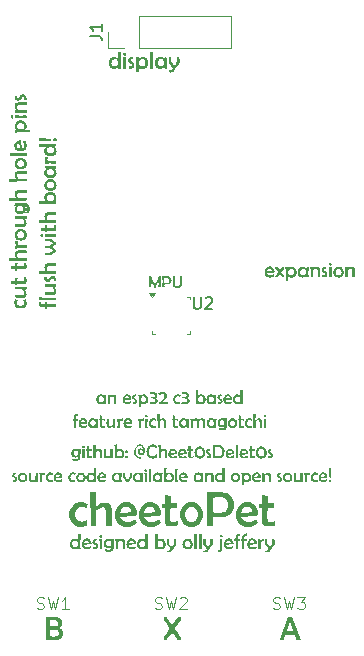
<source format=gbr>
%TF.GenerationSoftware,KiCad,Pcbnew,9.0.3*%
%TF.CreationDate,2025-08-16T12:14:02+01:00*%
%TF.ProjectId,cheetoPet,63686565-746f-4506-9574-2e6b69636164,rev?*%
%TF.SameCoordinates,Original*%
%TF.FileFunction,Legend,Top*%
%TF.FilePolarity,Positive*%
%FSLAX46Y46*%
G04 Gerber Fmt 4.6, Leading zero omitted, Abs format (unit mm)*
G04 Created by KiCad (PCBNEW 9.0.3) date 2025-08-16 12:14:02*
%MOMM*%
%LPD*%
G01*
G04 APERTURE LIST*
%ADD10C,0.100000*%
%ADD11C,0.150000*%
%ADD12C,0.120000*%
G04 APERTURE END LIST*
D10*
G36*
X145142419Y-100030259D02*
G01*
X145241796Y-100053890D01*
X145308890Y-100078155D01*
X145318824Y-100086588D01*
X145279806Y-100179370D01*
X145265214Y-100227605D01*
X145260205Y-100281311D01*
X145270682Y-100361235D01*
X145301255Y-100430346D01*
X145353079Y-100491420D01*
X145418902Y-100538196D01*
X145491276Y-100565948D01*
X145572439Y-100575409D01*
X145652149Y-100565960D01*
X145723147Y-100538232D01*
X145787678Y-100491420D01*
X145840295Y-100429081D01*
X145871090Y-100359907D01*
X145881559Y-100281311D01*
X145873645Y-100213759D01*
X145849319Y-100146031D01*
X145819697Y-100089018D01*
X145817079Y-100087595D01*
X145828876Y-100077325D01*
X145902991Y-100057920D01*
X146010428Y-100042533D01*
X146026367Y-100050138D01*
X146046654Y-100082261D01*
X146072893Y-100162425D01*
X146093233Y-100256809D01*
X146098447Y-100310986D01*
X146088435Y-100413178D01*
X146059165Y-100505321D01*
X146010504Y-100589640D01*
X145940635Y-100667642D01*
X145859615Y-100730244D01*
X145772484Y-100774304D01*
X145677849Y-100800950D01*
X145573813Y-100810066D01*
X145467402Y-100801023D01*
X145371700Y-100774740D01*
X145284693Y-100731573D01*
X145204884Y-100670664D01*
X145136265Y-100593840D01*
X145088222Y-100509822D01*
X145059166Y-100417019D01*
X145049180Y-100313093D01*
X145057305Y-100219490D01*
X145081255Y-100132548D01*
X145121170Y-100050776D01*
X145133999Y-100034092D01*
X145142419Y-100030259D01*
G37*
G36*
X145145717Y-98953973D02*
G01*
X145372038Y-98960109D01*
X145599459Y-98966246D01*
X145823765Y-98961666D01*
X146047980Y-98957087D01*
X146064936Y-98961950D01*
X146074725Y-98976504D01*
X146076740Y-99184508D01*
X146066205Y-99192227D01*
X145998979Y-99199345D01*
X145930865Y-99205453D01*
X145921127Y-99211161D01*
X145930469Y-99226548D01*
X146000108Y-99317702D01*
X146046251Y-99403488D01*
X146072414Y-99485288D01*
X146080861Y-99564702D01*
X146073199Y-99655349D01*
X146052077Y-99727360D01*
X146019173Y-99784539D01*
X145974545Y-99829610D01*
X145916639Y-99863930D01*
X145845809Y-99885893D01*
X145729727Y-99902360D01*
X145551190Y-99908993D01*
X145391939Y-99904255D01*
X145258594Y-99891123D01*
X145147823Y-99871074D01*
X145116305Y-99856659D01*
X145107798Y-99837277D01*
X145108805Y-99748067D01*
X145109813Y-99658949D01*
X145115289Y-99643728D01*
X145132436Y-99638433D01*
X145265701Y-99651805D01*
X145406202Y-99667101D01*
X145541573Y-99670215D01*
X145706271Y-99662083D01*
X145782549Y-99644569D01*
X145829862Y-99616774D01*
X145863642Y-99576977D01*
X145885281Y-99522609D01*
X145893283Y-99448839D01*
X145887417Y-99407482D01*
X145867691Y-99357498D01*
X145829719Y-99296249D01*
X145780587Y-99239093D01*
X145738657Y-99209729D01*
X145701491Y-99199895D01*
X145160096Y-99194766D01*
X145130711Y-99189458D01*
X145115276Y-99175872D01*
X145109813Y-99152725D01*
X145109813Y-98983648D01*
X145118237Y-98961863D01*
X145145717Y-98953973D01*
G37*
G36*
X145883025Y-98174350D02*
G01*
X145946314Y-98178471D01*
X146010703Y-98184608D01*
X146033967Y-98187630D01*
X146047889Y-98207139D01*
X146067407Y-98265065D01*
X146081316Y-98350381D01*
X146086723Y-98471563D01*
X146079508Y-98550873D01*
X146060120Y-98609833D01*
X146030508Y-98653262D01*
X145990511Y-98684334D01*
X145937896Y-98704111D01*
X145868736Y-98711348D01*
X145606053Y-98707226D01*
X145343370Y-98703105D01*
X145319148Y-98708006D01*
X145304802Y-98721334D01*
X145298124Y-98745145D01*
X145297117Y-98819883D01*
X145280761Y-98833860D01*
X145213677Y-98841407D01*
X145151670Y-98837286D01*
X145132572Y-98828073D01*
X145122178Y-98804496D01*
X145121170Y-98754304D01*
X145115024Y-98726869D01*
X145101554Y-98712343D01*
X145079496Y-98707226D01*
X144955482Y-98709791D01*
X144830368Y-98712356D01*
X144782129Y-98707586D01*
X144761704Y-98697286D01*
X144756088Y-98683688D01*
X144785397Y-98490980D01*
X144792945Y-98472962D01*
X144807929Y-98467441D01*
X144943025Y-98474127D01*
X145078122Y-98480722D01*
X145100549Y-98473646D01*
X145107798Y-98453061D01*
X145107798Y-98207231D01*
X145111232Y-98193618D01*
X145120071Y-98189737D01*
X145159364Y-98193401D01*
X145199664Y-98196973D01*
X145246650Y-98195965D01*
X145293545Y-98194866D01*
X145307464Y-98201162D01*
X145312962Y-98223626D01*
X145307100Y-98347548D01*
X145301238Y-98471563D01*
X145308933Y-98476944D01*
X145359765Y-98483836D01*
X145563921Y-98488965D01*
X145716787Y-98488965D01*
X145798240Y-98483927D01*
X145839885Y-98472570D01*
X145868656Y-98451383D01*
X145886576Y-98418999D01*
X145893283Y-98371087D01*
X145878628Y-98277848D01*
X145863974Y-98186623D01*
X145868077Y-98177875D01*
X145883025Y-98174350D01*
G37*
G36*
X145883025Y-96933107D02*
G01*
X145946314Y-96937229D01*
X146010703Y-96943366D01*
X146033967Y-96946388D01*
X146047889Y-96965897D01*
X146067407Y-97023823D01*
X146081316Y-97109139D01*
X146086723Y-97230321D01*
X146079508Y-97309631D01*
X146060120Y-97368591D01*
X146030508Y-97412020D01*
X145990511Y-97443092D01*
X145937896Y-97462869D01*
X145868736Y-97470106D01*
X145606053Y-97465984D01*
X145343370Y-97461863D01*
X145319148Y-97466764D01*
X145304802Y-97480092D01*
X145298124Y-97503903D01*
X145297117Y-97578641D01*
X145280761Y-97592617D01*
X145213677Y-97600165D01*
X145151670Y-97596044D01*
X145132572Y-97586831D01*
X145122178Y-97563254D01*
X145121170Y-97513062D01*
X145115024Y-97485627D01*
X145101554Y-97471101D01*
X145079496Y-97465984D01*
X144955482Y-97468549D01*
X144830368Y-97471113D01*
X144782129Y-97466343D01*
X144761704Y-97456043D01*
X144756088Y-97442445D01*
X144785397Y-97249738D01*
X144792945Y-97231720D01*
X144807929Y-97226199D01*
X144943025Y-97232885D01*
X145078122Y-97239480D01*
X145100549Y-97232404D01*
X145107798Y-97211819D01*
X145107798Y-96965989D01*
X145111232Y-96952375D01*
X145120071Y-96948495D01*
X145159364Y-96952158D01*
X145199664Y-96955730D01*
X145246650Y-96954723D01*
X145293545Y-96953624D01*
X145307464Y-96959920D01*
X145312962Y-96982383D01*
X145307100Y-97106306D01*
X145301238Y-97230321D01*
X145308933Y-97235702D01*
X145359765Y-97242594D01*
X145563921Y-97247723D01*
X145716787Y-97247723D01*
X145798240Y-97242685D01*
X145839885Y-97231328D01*
X145868656Y-97210141D01*
X145886576Y-97177757D01*
X145893283Y-97129845D01*
X145878628Y-97036605D01*
X145863974Y-96945381D01*
X145868077Y-96936633D01*
X145883025Y-96933107D01*
G37*
G36*
X146039187Y-95892725D02*
G01*
X146069214Y-95899139D01*
X146077015Y-95914248D01*
X146076007Y-96010602D01*
X146075000Y-96106956D01*
X146067307Y-96125523D01*
X146041202Y-96132510D01*
X145892642Y-96128938D01*
X145743073Y-96125366D01*
X145600283Y-96128938D01*
X145456302Y-96132510D01*
X145385692Y-96140524D01*
X145336018Y-96161854D01*
X145301655Y-96194905D01*
X145279968Y-96241561D01*
X145271929Y-96306716D01*
X145283692Y-96365485D01*
X145328258Y-96454269D01*
X145373599Y-96515140D01*
X145409406Y-96543696D01*
X145438900Y-96551631D01*
X146047339Y-96551631D01*
X146070356Y-96557593D01*
X146077015Y-96573155D01*
X146076007Y-96668501D01*
X146075000Y-96763756D01*
X146068446Y-96781094D01*
X146047339Y-96787295D01*
X145552198Y-96787295D01*
X145037639Y-96800575D01*
X144676770Y-96818069D01*
X144660375Y-96820084D01*
X144645833Y-96816744D01*
X144638852Y-96807811D01*
X144634564Y-96780826D01*
X144632165Y-96692040D01*
X144623831Y-96627468D01*
X144615404Y-96564911D01*
X144619700Y-96555387D01*
X144635005Y-96551631D01*
X144926814Y-96559324D01*
X145218531Y-96567018D01*
X145238492Y-96564241D01*
X145243353Y-96558775D01*
X145135733Y-96423495D01*
X145100316Y-96354432D01*
X145079540Y-96284134D01*
X145072627Y-96211461D01*
X145081115Y-96115485D01*
X145104129Y-96042414D01*
X145139507Y-95987100D01*
X145187299Y-95946031D01*
X145246115Y-95919492D01*
X145331931Y-95900914D01*
X145453463Y-95893732D01*
X145551282Y-95895289D01*
X145649101Y-95896846D01*
X145844648Y-95894831D01*
X146039187Y-95892725D01*
G37*
G36*
X145111645Y-95109438D02*
G01*
X145221603Y-95113477D01*
X145316259Y-95124825D01*
X145334470Y-95131946D01*
X145339798Y-95145250D01*
X145335218Y-95210371D01*
X145330547Y-95276408D01*
X145340343Y-95358545D01*
X145365422Y-95410402D01*
X145403454Y-95441364D01*
X145459591Y-95455967D01*
X145587277Y-95462888D01*
X145700209Y-95462888D01*
X145874781Y-95458308D01*
X146049354Y-95453729D01*
X146070461Y-95459929D01*
X146077015Y-95477267D01*
X146076007Y-95573621D01*
X146075000Y-95669975D01*
X146068790Y-95687394D01*
X146049446Y-95693422D01*
X145799860Y-95690949D01*
X145549358Y-95688385D01*
X145380201Y-95694509D01*
X145246863Y-95711041D01*
X145143335Y-95735554D01*
X145131062Y-95737569D01*
X145120762Y-95734390D01*
X145113660Y-95724289D01*
X145100471Y-95617677D01*
X145078489Y-95515186D01*
X145088389Y-95503876D01*
X145140404Y-95493662D01*
X145193057Y-95484306D01*
X145202320Y-95475252D01*
X145200213Y-95470123D01*
X145145167Y-95386134D01*
X145120165Y-95339012D01*
X145102943Y-95291796D01*
X145093741Y-95248922D01*
X145090212Y-95189397D01*
X145094163Y-95135477D01*
X145102220Y-95114495D01*
X145111645Y-95109438D01*
G37*
G36*
X145681116Y-94077186D02*
G01*
X145775646Y-94103554D01*
X145862100Y-94147010D01*
X145941918Y-94208548D01*
X146011044Y-94285442D01*
X146059323Y-94369173D01*
X146088454Y-94461295D01*
X146098447Y-94564105D01*
X146088488Y-94667506D01*
X146059492Y-94759983D01*
X146011509Y-94843846D01*
X145942925Y-94920669D01*
X145863644Y-94982172D01*
X145777567Y-95025627D01*
X145683235Y-95052016D01*
X145578668Y-95061078D01*
X145474100Y-95052016D01*
X145379768Y-95025627D01*
X145293691Y-94982172D01*
X145214410Y-94920669D01*
X145146719Y-94843472D01*
X145099343Y-94759456D01*
X145070723Y-94667079D01*
X145060903Y-94564105D01*
X145271929Y-94564105D01*
X145282331Y-94641893D01*
X145312690Y-94708927D01*
X145364253Y-94767986D01*
X145427339Y-94810482D01*
X145498061Y-94836034D01*
X145578668Y-94844831D01*
X145657839Y-94836004D01*
X145728240Y-94810202D01*
X145791983Y-94766979D01*
X145845593Y-94707122D01*
X145876816Y-94640383D01*
X145887421Y-94564105D01*
X145876764Y-94487201D01*
X145845498Y-94420495D01*
X145791983Y-94361230D01*
X145728308Y-94318601D01*
X145657902Y-94293113D01*
X145578668Y-94284385D01*
X145498087Y-94293204D01*
X145427720Y-94318770D01*
X145365260Y-94361230D01*
X145313120Y-94419748D01*
X145282445Y-94486425D01*
X145271929Y-94564105D01*
X145060903Y-94564105D01*
X145070720Y-94461658D01*
X145099329Y-94369796D01*
X145146697Y-94286274D01*
X145214410Y-94209556D01*
X145293272Y-94147552D01*
X145378856Y-94103800D01*
X145472621Y-94077252D01*
X145576561Y-94068139D01*
X145681116Y-94077186D01*
G37*
G36*
X145145717Y-92974908D02*
G01*
X145372038Y-92981045D01*
X145599459Y-92987181D01*
X145823765Y-92982602D01*
X146047980Y-92978022D01*
X146064936Y-92982885D01*
X146074725Y-92997439D01*
X146076740Y-93205443D01*
X146066205Y-93213162D01*
X145998979Y-93220280D01*
X145930865Y-93226389D01*
X145921127Y-93232096D01*
X145930469Y-93247483D01*
X146000108Y-93338637D01*
X146046251Y-93424423D01*
X146072414Y-93506223D01*
X146080861Y-93585637D01*
X146073199Y-93676284D01*
X146052077Y-93748295D01*
X146019173Y-93805474D01*
X145974545Y-93850546D01*
X145916639Y-93884865D01*
X145845809Y-93906828D01*
X145729727Y-93923295D01*
X145551190Y-93929928D01*
X145391939Y-93925190D01*
X145258594Y-93912058D01*
X145147823Y-93892009D01*
X145116305Y-93877594D01*
X145107798Y-93858212D01*
X145108805Y-93769002D01*
X145109813Y-93679884D01*
X145115289Y-93664663D01*
X145132436Y-93659368D01*
X145265701Y-93672740D01*
X145406202Y-93688036D01*
X145541573Y-93691150D01*
X145706271Y-93683018D01*
X145782549Y-93665505D01*
X145829862Y-93637709D01*
X145863642Y-93597912D01*
X145885281Y-93543544D01*
X145893283Y-93469774D01*
X145887417Y-93428417D01*
X145867691Y-93378433D01*
X145829719Y-93317184D01*
X145780587Y-93260028D01*
X145738657Y-93230664D01*
X145701491Y-93220830D01*
X145160096Y-93215701D01*
X145130711Y-93210393D01*
X145115276Y-93196807D01*
X145109813Y-93173661D01*
X145109813Y-93004583D01*
X145118237Y-92982798D01*
X145145717Y-92974908D01*
G37*
G36*
X145490465Y-91865374D02*
G01*
X145858203Y-91867389D01*
X145981825Y-91875253D01*
X146079635Y-91896703D01*
X146156482Y-91929320D01*
X146216325Y-91971894D01*
X146266903Y-92030351D01*
X146304951Y-92105451D01*
X146329725Y-92201103D01*
X146338782Y-92322413D01*
X146332720Y-92440389D01*
X146315706Y-92540791D01*
X146289152Y-92626101D01*
X146253968Y-92698486D01*
X146239589Y-92716824D01*
X146230338Y-92721017D01*
X146080495Y-92690243D01*
X146067018Y-92684667D01*
X146063276Y-92675955D01*
X146068130Y-92662582D01*
X146115099Y-92557715D01*
X146142297Y-92455348D01*
X146151203Y-92354104D01*
X146145701Y-92287859D01*
X146130212Y-92232514D01*
X146105591Y-92186034D01*
X146065988Y-92143451D01*
X146016979Y-92118155D01*
X145955473Y-92109281D01*
X145858112Y-92113311D01*
X145920657Y-92175254D01*
X145963922Y-92243043D01*
X145989891Y-92318007D01*
X145998796Y-92402281D01*
X145989995Y-92494450D01*
X145964523Y-92575750D01*
X145922632Y-92648391D01*
X145863058Y-92713873D01*
X145794526Y-92764615D01*
X145719064Y-92800817D01*
X145635316Y-92822990D01*
X145541482Y-92830652D01*
X145445847Y-92823242D01*
X145360073Y-92801782D01*
X145282477Y-92766787D01*
X145211754Y-92717903D01*
X145147847Y-92652873D01*
X145103187Y-92580457D01*
X145076117Y-92499103D01*
X145066765Y-92406402D01*
X145072415Y-92352089D01*
X145260205Y-92352089D01*
X145270116Y-92421584D01*
X145298992Y-92480440D01*
X145348316Y-92531424D01*
X145404456Y-92565700D01*
X145468388Y-92586619D01*
X145542123Y-92593889D01*
X145614346Y-92586576D01*
X145677968Y-92565370D01*
X145734830Y-92530325D01*
X145784214Y-92479422D01*
X145813060Y-92420914D01*
X145822941Y-92352089D01*
X145813114Y-92283885D01*
X145784310Y-92225341D01*
X145734830Y-92173852D01*
X145677901Y-92138220D01*
X145614285Y-92116697D01*
X145542123Y-92109281D01*
X145467714Y-92116572D01*
X145403466Y-92137512D01*
X145347308Y-92171746D01*
X145298663Y-92222680D01*
X145270056Y-92281853D01*
X145260205Y-92352089D01*
X145072415Y-92352089D01*
X145075258Y-92324758D01*
X145099715Y-92254234D01*
X145139950Y-92192453D01*
X145197557Y-92137949D01*
X145219173Y-92114410D01*
X145215706Y-92108788D01*
X145200946Y-92106167D01*
X145158906Y-92108273D01*
X145115858Y-92110288D01*
X145063867Y-92105585D01*
X145055041Y-92098015D01*
X145073543Y-91987373D01*
X145096074Y-91877739D01*
X145104631Y-91867318D01*
X145122636Y-91863359D01*
X145490465Y-91865374D01*
G37*
G36*
X146039187Y-90779745D02*
G01*
X146069214Y-90786159D01*
X146077015Y-90801269D01*
X146076007Y-90897622D01*
X146075000Y-90993976D01*
X146067307Y-91012543D01*
X146041202Y-91019530D01*
X145892642Y-91015958D01*
X145743073Y-91012386D01*
X145600283Y-91015958D01*
X145456302Y-91019530D01*
X145385692Y-91027545D01*
X145336018Y-91048874D01*
X145301655Y-91081925D01*
X145279968Y-91128581D01*
X145271929Y-91193736D01*
X145283692Y-91252505D01*
X145328258Y-91341290D01*
X145373599Y-91402161D01*
X145409406Y-91430716D01*
X145438900Y-91438651D01*
X146047339Y-91438651D01*
X146070356Y-91444613D01*
X146077015Y-91460175D01*
X146076007Y-91555521D01*
X146075000Y-91650776D01*
X146068446Y-91668114D01*
X146047339Y-91674315D01*
X145552198Y-91674315D01*
X145037639Y-91687595D01*
X144676770Y-91705089D01*
X144660375Y-91707104D01*
X144645833Y-91703764D01*
X144638852Y-91694831D01*
X144634564Y-91667846D01*
X144632165Y-91579060D01*
X144623831Y-91514488D01*
X144615404Y-91451932D01*
X144619700Y-91442407D01*
X144635005Y-91438651D01*
X144926814Y-91446345D01*
X145218531Y-91454038D01*
X145238492Y-91451261D01*
X145243353Y-91445795D01*
X145135733Y-91310515D01*
X145100316Y-91241452D01*
X145079540Y-91171154D01*
X145072627Y-91098482D01*
X145081115Y-91002505D01*
X145104129Y-90929435D01*
X145139507Y-90874120D01*
X145187299Y-90833051D01*
X145246115Y-90806513D01*
X145331931Y-90787934D01*
X145453463Y-90780752D01*
X145551282Y-90782309D01*
X145649101Y-90783866D01*
X145844648Y-90781851D01*
X146039187Y-90779745D01*
G37*
G36*
X146039187Y-89163346D02*
G01*
X146069214Y-89169760D01*
X146077015Y-89184870D01*
X146076007Y-89281223D01*
X146075000Y-89377577D01*
X146067307Y-89396144D01*
X146041202Y-89403131D01*
X145892642Y-89399559D01*
X145743073Y-89395987D01*
X145600283Y-89399559D01*
X145456302Y-89403131D01*
X145385692Y-89411146D01*
X145336018Y-89432475D01*
X145301655Y-89465526D01*
X145279968Y-89512182D01*
X145271929Y-89577337D01*
X145283692Y-89636106D01*
X145328258Y-89724890D01*
X145373599Y-89785761D01*
X145409406Y-89814317D01*
X145438900Y-89822252D01*
X146047339Y-89822252D01*
X146070356Y-89828214D01*
X146077015Y-89843776D01*
X146076007Y-89939122D01*
X146075000Y-90034377D01*
X146068446Y-90051715D01*
X146047339Y-90057916D01*
X145552198Y-90057916D01*
X145037639Y-90071196D01*
X144676770Y-90088690D01*
X144660375Y-90090705D01*
X144645833Y-90087365D01*
X144638852Y-90078432D01*
X144634564Y-90051447D01*
X144632165Y-89962661D01*
X144623831Y-89898089D01*
X144615404Y-89835532D01*
X144619700Y-89826008D01*
X144635005Y-89822252D01*
X144926814Y-89829945D01*
X145218531Y-89837639D01*
X145238492Y-89834862D01*
X145243353Y-89829396D01*
X145135733Y-89694116D01*
X145100316Y-89625053D01*
X145079540Y-89554755D01*
X145072627Y-89482083D01*
X145081115Y-89386106D01*
X145104129Y-89313035D01*
X145139507Y-89257721D01*
X145187299Y-89216652D01*
X145246115Y-89190113D01*
X145331931Y-89171535D01*
X145453463Y-89164353D01*
X145551282Y-89165910D01*
X145649101Y-89167467D01*
X145844648Y-89165452D01*
X146039187Y-89163346D01*
G37*
G36*
X145681116Y-88046830D02*
G01*
X145775646Y-88073199D01*
X145862100Y-88116654D01*
X145941918Y-88178192D01*
X146011044Y-88255086D01*
X146059323Y-88338817D01*
X146088454Y-88430939D01*
X146098447Y-88533749D01*
X146088488Y-88637150D01*
X146059492Y-88729627D01*
X146011509Y-88813490D01*
X145942925Y-88890313D01*
X145863644Y-88951816D01*
X145777567Y-88995271D01*
X145683235Y-89021660D01*
X145578668Y-89030722D01*
X145474100Y-89021660D01*
X145379768Y-88995271D01*
X145293691Y-88951816D01*
X145214410Y-88890313D01*
X145146719Y-88813116D01*
X145099343Y-88729100D01*
X145070723Y-88636723D01*
X145060903Y-88533749D01*
X145271929Y-88533749D01*
X145282331Y-88611537D01*
X145312690Y-88678571D01*
X145364253Y-88737630D01*
X145427339Y-88780126D01*
X145498061Y-88805678D01*
X145578668Y-88814475D01*
X145657839Y-88805648D01*
X145728240Y-88779846D01*
X145791983Y-88736623D01*
X145845593Y-88676766D01*
X145876816Y-88610027D01*
X145887421Y-88533749D01*
X145876764Y-88456845D01*
X145845498Y-88390139D01*
X145791983Y-88330874D01*
X145728308Y-88288245D01*
X145657902Y-88262757D01*
X145578668Y-88254030D01*
X145498087Y-88262848D01*
X145427720Y-88288414D01*
X145365260Y-88330874D01*
X145313120Y-88389393D01*
X145282445Y-88456069D01*
X145271929Y-88533749D01*
X145060903Y-88533749D01*
X145070720Y-88431302D01*
X145099329Y-88339440D01*
X145146697Y-88255918D01*
X145214410Y-88179200D01*
X145293272Y-88117196D01*
X145378856Y-88073444D01*
X145472621Y-88046896D01*
X145576561Y-88037783D01*
X145681116Y-88046830D01*
G37*
G36*
X144655246Y-87634141D02*
G01*
X144668527Y-87635149D01*
X145035828Y-87652570D01*
X145322670Y-87657772D01*
X145687569Y-87653650D01*
X146051461Y-87649528D01*
X146069781Y-87654145D01*
X146075000Y-87666015D01*
X146075000Y-87861653D01*
X146069579Y-87875082D01*
X146051461Y-87880063D01*
X145687569Y-87878048D01*
X145322670Y-87876033D01*
X144990470Y-87886841D01*
X144659368Y-87897557D01*
X144644062Y-87892260D01*
X144638852Y-87876033D01*
X144641966Y-87820712D01*
X144644988Y-87765300D01*
X144641966Y-87707964D01*
X144638852Y-87651543D01*
X144643109Y-87637823D01*
X144655246Y-87634141D01*
G37*
G36*
X145568467Y-86571597D02*
G01*
X145601023Y-86593011D01*
X145623639Y-86629479D01*
X145638627Y-86732430D01*
X145682257Y-87263747D01*
X145739012Y-87247314D01*
X145790469Y-87214993D01*
X145837962Y-87164371D01*
X145872426Y-87107354D01*
X145892481Y-87049020D01*
X145899145Y-86988149D01*
X145887821Y-86883580D01*
X145854013Y-86785227D01*
X145796379Y-86690936D01*
X145770184Y-86658238D01*
X145772199Y-86647431D01*
X145842816Y-86609054D01*
X145916547Y-86573150D01*
X145939903Y-86589545D01*
X146009024Y-86669842D01*
X146058039Y-86759591D01*
X146088040Y-86860701D01*
X146098447Y-86975876D01*
X146088817Y-87093294D01*
X146061446Y-87193716D01*
X146017545Y-87280187D01*
X145956847Y-87354972D01*
X145881931Y-87415657D01*
X145795576Y-87459498D01*
X145695573Y-87486796D01*
X145578942Y-87496388D01*
X145475881Y-87487741D01*
X145381394Y-87462413D01*
X145293781Y-87420519D01*
X145211754Y-87361108D01*
X145139418Y-87284281D01*
X145089365Y-87201552D01*
X145059403Y-87111443D01*
X145050654Y-87026068D01*
X145248482Y-87026068D01*
X145256444Y-87085962D01*
X145280297Y-87141234D01*
X145321663Y-87193588D01*
X145373853Y-87235208D01*
X145427955Y-87258988D01*
X145485611Y-87266861D01*
X145500188Y-87259277D01*
X145506402Y-87229950D01*
X145499973Y-87071327D01*
X145478284Y-86867249D01*
X145467537Y-86816412D01*
X145459508Y-86807807D01*
X145406964Y-86815072D01*
X145358485Y-86836891D01*
X145312504Y-86874943D01*
X145276301Y-86922661D01*
X145255431Y-86972555D01*
X145248482Y-87026068D01*
X145050654Y-87026068D01*
X145049180Y-87011688D01*
X145058198Y-86918250D01*
X145084449Y-86834768D01*
X145127879Y-86759137D01*
X145189955Y-86689929D01*
X145261928Y-86634852D01*
X145340383Y-86595829D01*
X145426672Y-86572072D01*
X145522614Y-86563900D01*
X145568467Y-86571597D01*
G37*
G36*
X145683400Y-84879715D02*
G01*
X145776472Y-84904333D01*
X145862493Y-84944966D01*
X145942742Y-85002455D01*
X146014604Y-85076771D01*
X146064327Y-85157288D01*
X146094123Y-85245496D01*
X146104309Y-85343723D01*
X146095464Y-85425623D01*
X146069560Y-85499073D01*
X146026181Y-85566106D01*
X145946039Y-85652110D01*
X145962342Y-85660354D01*
X146076740Y-85661361D01*
X146364702Y-85662369D01*
X146390072Y-85668921D01*
X146397400Y-85685999D01*
X146393278Y-85872387D01*
X146385087Y-85890125D01*
X146366625Y-85896017D01*
X145972875Y-85894002D01*
X145579034Y-85891896D01*
X145341958Y-85899833D01*
X145126849Y-85922670D01*
X145110454Y-85924685D01*
X145101174Y-85922083D01*
X145096074Y-85914427D01*
X145084992Y-85800763D01*
X145066765Y-85688014D01*
X145076599Y-85675896D01*
X145126299Y-85665483D01*
X145204793Y-85660354D01*
X145220638Y-85654217D01*
X145206350Y-85637822D01*
X145138640Y-85560453D01*
X145094138Y-85487237D01*
X145069018Y-85416900D01*
X145065833Y-85389794D01*
X145260205Y-85389794D01*
X145266648Y-85446509D01*
X145285499Y-85496945D01*
X145317154Y-85542652D01*
X145363428Y-85584516D01*
X145428307Y-85623019D01*
X145499949Y-85646243D01*
X145580225Y-85654217D01*
X145661721Y-85645994D01*
X145733992Y-85622091D01*
X145799036Y-85582501D01*
X145843651Y-85539360D01*
X145874414Y-85492214D01*
X145892835Y-85440144D01*
X145899145Y-85381642D01*
X145892754Y-85326034D01*
X145873890Y-85275552D01*
X145841936Y-85228783D01*
X145794914Y-85184904D01*
X145727189Y-85143663D01*
X145655466Y-85119297D01*
X145578118Y-85111082D01*
X145498300Y-85119752D01*
X145426347Y-85145202D01*
X145360314Y-85187927D01*
X145303876Y-85247510D01*
X145271250Y-85313884D01*
X145260205Y-85389794D01*
X145065833Y-85389794D01*
X145060903Y-85347845D01*
X145070935Y-85250035D01*
X145100327Y-85161742D01*
X145149421Y-85080738D01*
X145220363Y-85005569D01*
X145300792Y-84946611D01*
X145386875Y-84905035D01*
X145479907Y-84879888D01*
X145581598Y-84871297D01*
X145683400Y-84879715D01*
G37*
G36*
X144847954Y-84445490D02*
G01*
X144903502Y-84454588D01*
X144940518Y-84479268D01*
X144963971Y-84520648D01*
X144972976Y-84585899D01*
X144963915Y-84652262D01*
X144940369Y-84694223D01*
X144903344Y-84719156D01*
X144847954Y-84728323D01*
X144812750Y-84723400D01*
X144782344Y-84708971D01*
X144755447Y-84684268D01*
X144729697Y-84639576D01*
X144720917Y-84585899D01*
X144729935Y-84532148D01*
X144756546Y-84486980D01*
X144797032Y-84455924D01*
X144847954Y-84445490D01*
G37*
G36*
X145127307Y-84452634D02*
G01*
X145366085Y-84462434D01*
X145605778Y-84472143D01*
X145830085Y-84469120D01*
X146053476Y-84466006D01*
X146069891Y-84470848D01*
X146075000Y-84484416D01*
X146075000Y-84684176D01*
X146066623Y-84699155D01*
X146032868Y-84705792D01*
X145819918Y-84702219D01*
X145605778Y-84698556D01*
X145365535Y-84710371D01*
X145125292Y-84722186D01*
X145112474Y-84717165D01*
X145107798Y-84700662D01*
X145112927Y-84643784D01*
X145118056Y-84585899D01*
X145112927Y-84528013D01*
X145107798Y-84470036D01*
X145112494Y-84457149D01*
X145127307Y-84452634D01*
G37*
G36*
X146054483Y-83347588D02*
G01*
X146071562Y-83352860D01*
X146077015Y-83368012D01*
X146076007Y-83468946D01*
X146075000Y-83569971D01*
X146068692Y-83583033D01*
X146045324Y-83588381D01*
X145892733Y-83585358D01*
X145739043Y-83582244D01*
X145616586Y-83583251D01*
X145494221Y-83584259D01*
X145416232Y-83589032D01*
X145363503Y-83601157D01*
X145329265Y-83618148D01*
X145299313Y-83650092D01*
X145279513Y-83698470D01*
X145271929Y-83769731D01*
X145283616Y-83824015D01*
X145329540Y-83912155D01*
X145374901Y-83972792D01*
X145409625Y-84000849D01*
X145437251Y-84008509D01*
X146051461Y-84008509D01*
X146071179Y-84013827D01*
X146077015Y-84028018D01*
X146076007Y-84126295D01*
X146075000Y-84224664D01*
X146069272Y-84240640D01*
X146051369Y-84246188D01*
X145808195Y-84243623D01*
X145564013Y-84241058D01*
X145418744Y-84246424D01*
X145284619Y-84262000D01*
X145160646Y-84287129D01*
X145147365Y-84290243D01*
X145138967Y-84287214D01*
X145132985Y-84276962D01*
X145114026Y-84159634D01*
X145096074Y-84044321D01*
X145099055Y-84039868D01*
X145112744Y-84036169D01*
X145177000Y-84027794D01*
X145242620Y-84012630D01*
X145138206Y-83872221D01*
X145100580Y-83798380D01*
X145079403Y-83729502D01*
X145072627Y-83664218D01*
X145080973Y-83567926D01*
X145103502Y-83495221D01*
X145137936Y-83440746D01*
X145184185Y-83400802D01*
X145241759Y-83374414D01*
X145327083Y-83355821D01*
X145449433Y-83348595D01*
X145546702Y-83350152D01*
X145644979Y-83351618D01*
X145849777Y-83349603D01*
X146054483Y-83347588D01*
G37*
G36*
X145757453Y-82673111D02*
G01*
X145831035Y-82680938D01*
X145895177Y-82703585D01*
X145951960Y-82741059D01*
X146002643Y-82795019D01*
X146048660Y-82872623D01*
X146076883Y-82961534D01*
X146086723Y-83064571D01*
X146083701Y-83134272D01*
X146069863Y-83146313D01*
X146034150Y-83151674D01*
X145967380Y-83157353D01*
X145901618Y-83162940D01*
X145891192Y-83158823D01*
X145884398Y-83144530D01*
X145884398Y-83106612D01*
X145887421Y-83075837D01*
X145880718Y-82995617D01*
X145863624Y-82942441D01*
X145839020Y-82908592D01*
X145807163Y-82888991D01*
X145765605Y-82882122D01*
X145732247Y-82889942D01*
X145698290Y-82915785D01*
X145662015Y-82967210D01*
X145568684Y-83126029D01*
X145515243Y-83173223D01*
X145452632Y-83201356D01*
X145377900Y-83211117D01*
X145303375Y-83203491D01*
X145239924Y-83181677D01*
X145185226Y-83146048D01*
X145137840Y-83095346D01*
X145096182Y-83022053D01*
X145070133Y-82935010D01*
X145060903Y-82830922D01*
X145064195Y-82818534D01*
X145074184Y-82809948D01*
X145156616Y-82784303D01*
X145240055Y-82765343D01*
X145248625Y-82769410D01*
X145254344Y-82784852D01*
X145272021Y-82917018D01*
X145292965Y-82962944D01*
X145321485Y-82987572D01*
X145359398Y-82995878D01*
X145386409Y-82988820D01*
X145416814Y-82964214D01*
X145452730Y-82912896D01*
X145518734Y-82802073D01*
X145552289Y-82757100D01*
X145610174Y-82710704D01*
X145677590Y-82682808D01*
X145757453Y-82673111D01*
G37*
G36*
X147279385Y-100216739D02*
G01*
X147288621Y-100220765D01*
X147293674Y-100235149D01*
X147302924Y-100334617D01*
X147318141Y-100387602D01*
X147344232Y-100423735D01*
X147386072Y-100447181D01*
X147470548Y-100465903D01*
X147621936Y-100473927D01*
X147624043Y-100367406D01*
X147626058Y-100257680D01*
X147631104Y-100238705D01*
X147644467Y-100233134D01*
X147730197Y-100231119D01*
X147814827Y-100229012D01*
X147829378Y-100234057D01*
X147834336Y-100249528D01*
X147830764Y-100358247D01*
X147827100Y-100465775D01*
X148133197Y-100465775D01*
X148350360Y-100460646D01*
X148567339Y-100455517D01*
X148588745Y-100461160D01*
X148595000Y-100476033D01*
X148595000Y-100663520D01*
X148587506Y-100683120D01*
X148563217Y-100690173D01*
X147858882Y-100690173D01*
X147845473Y-100695220D01*
X147836002Y-100712688D01*
X147832229Y-100752638D01*
X147830614Y-100813038D01*
X147827100Y-100824354D01*
X147789181Y-100827468D01*
X147721953Y-100829575D01*
X147654817Y-100831590D01*
X147645814Y-100824987D01*
X147635462Y-100792452D01*
X147626058Y-100701439D01*
X147519079Y-100704461D01*
X147398740Y-100695791D01*
X147312775Y-100673120D01*
X147252732Y-100639981D01*
X147207144Y-100597491D01*
X147167354Y-100542229D01*
X147133481Y-100471912D01*
X147104145Y-100370705D01*
X147094371Y-100265923D01*
X147097061Y-100257363D01*
X147105637Y-100251543D01*
X147192008Y-100233683D01*
X147279385Y-100216739D01*
G37*
G36*
X147175246Y-99869242D02*
G01*
X147188527Y-99870250D01*
X147555828Y-99887671D01*
X147842670Y-99892873D01*
X148207569Y-99888751D01*
X148571461Y-99884630D01*
X148589781Y-99889246D01*
X148595000Y-99901116D01*
X148595000Y-100096755D01*
X148589579Y-100110184D01*
X148571461Y-100115164D01*
X148207569Y-100113149D01*
X147842670Y-100111134D01*
X147510470Y-100121942D01*
X147179368Y-100132658D01*
X147164062Y-100127362D01*
X147158852Y-100111134D01*
X147161966Y-100055813D01*
X147164988Y-100000401D01*
X147161966Y-99943065D01*
X147158852Y-99886645D01*
X147163109Y-99872924D01*
X147175246Y-99869242D01*
G37*
G36*
X147665717Y-98718034D02*
G01*
X147892038Y-98724171D01*
X148119459Y-98730307D01*
X148343765Y-98725728D01*
X148567980Y-98721148D01*
X148584936Y-98726011D01*
X148594725Y-98740566D01*
X148596740Y-98948569D01*
X148586205Y-98956289D01*
X148518979Y-98963407D01*
X148450865Y-98969515D01*
X148441127Y-98975222D01*
X148450469Y-98990609D01*
X148520108Y-99081763D01*
X148566251Y-99167549D01*
X148592414Y-99249350D01*
X148600861Y-99328763D01*
X148593199Y-99419411D01*
X148572077Y-99491421D01*
X148539173Y-99548601D01*
X148494545Y-99593672D01*
X148436639Y-99627991D01*
X148365809Y-99649954D01*
X148249727Y-99666422D01*
X148071190Y-99673054D01*
X147911939Y-99668316D01*
X147778594Y-99655185D01*
X147667823Y-99635136D01*
X147636305Y-99620721D01*
X147627798Y-99601338D01*
X147628805Y-99512129D01*
X147629813Y-99423011D01*
X147635289Y-99407789D01*
X147652436Y-99402494D01*
X147785701Y-99415867D01*
X147926202Y-99431162D01*
X148061573Y-99434276D01*
X148226271Y-99426144D01*
X148302549Y-99408631D01*
X148349862Y-99380836D01*
X148383642Y-99341038D01*
X148405281Y-99286670D01*
X148413283Y-99212901D01*
X148407417Y-99171543D01*
X148387691Y-99121560D01*
X148349719Y-99060310D01*
X148300587Y-99003155D01*
X148258657Y-98973790D01*
X148221491Y-98963956D01*
X147680096Y-98958827D01*
X147650711Y-98953519D01*
X147635276Y-98939934D01*
X147629813Y-98916787D01*
X147629813Y-98747710D01*
X147638237Y-98725924D01*
X147665717Y-98718034D01*
G37*
G36*
X148277453Y-98029636D02*
G01*
X148351035Y-98037463D01*
X148415177Y-98060110D01*
X148471960Y-98097584D01*
X148522643Y-98151543D01*
X148568660Y-98229148D01*
X148596883Y-98318059D01*
X148606723Y-98421096D01*
X148603701Y-98490797D01*
X148589863Y-98502838D01*
X148554150Y-98508199D01*
X148487380Y-98513878D01*
X148421618Y-98519465D01*
X148411192Y-98515348D01*
X148404398Y-98501055D01*
X148404398Y-98463136D01*
X148407421Y-98432362D01*
X148400718Y-98352142D01*
X148383624Y-98298965D01*
X148359020Y-98265117D01*
X148327163Y-98245516D01*
X148285605Y-98238647D01*
X148252247Y-98246466D01*
X148218290Y-98272309D01*
X148182015Y-98323735D01*
X148088684Y-98482554D01*
X148035243Y-98529747D01*
X147972632Y-98557881D01*
X147897900Y-98567642D01*
X147823375Y-98560016D01*
X147759924Y-98538202D01*
X147705226Y-98502573D01*
X147657840Y-98451871D01*
X147616182Y-98378578D01*
X147590133Y-98291535D01*
X147580903Y-98187447D01*
X147584195Y-98175059D01*
X147594184Y-98166473D01*
X147676616Y-98140827D01*
X147760055Y-98121868D01*
X147768625Y-98125935D01*
X147774344Y-98141377D01*
X147792021Y-98273543D01*
X147812965Y-98319469D01*
X147841485Y-98344097D01*
X147879398Y-98352403D01*
X147906409Y-98345345D01*
X147936814Y-98320738D01*
X147972730Y-98269421D01*
X148038734Y-98158598D01*
X148072289Y-98113625D01*
X148130174Y-98067229D01*
X148197590Y-98039333D01*
X148277453Y-98029636D01*
G37*
G36*
X148559187Y-96987421D02*
G01*
X148589214Y-96993835D01*
X148597015Y-97008945D01*
X148596007Y-97105299D01*
X148595000Y-97201653D01*
X148587307Y-97220219D01*
X148561202Y-97227206D01*
X148412642Y-97223634D01*
X148263073Y-97220062D01*
X148120283Y-97223634D01*
X147976302Y-97227206D01*
X147905692Y-97235221D01*
X147856018Y-97256550D01*
X147821655Y-97289601D01*
X147799968Y-97336257D01*
X147791929Y-97401413D01*
X147803692Y-97460182D01*
X147848258Y-97548966D01*
X147893599Y-97609837D01*
X147929406Y-97638392D01*
X147958900Y-97646327D01*
X148567339Y-97646327D01*
X148590356Y-97652289D01*
X148597015Y-97667851D01*
X148596007Y-97763197D01*
X148595000Y-97858452D01*
X148588446Y-97875791D01*
X148567339Y-97881991D01*
X148072198Y-97881991D01*
X147557639Y-97895272D01*
X147196770Y-97912766D01*
X147180375Y-97914781D01*
X147165833Y-97911440D01*
X147158852Y-97902507D01*
X147154564Y-97875523D01*
X147152165Y-97786736D01*
X147143831Y-97722165D01*
X147135404Y-97659608D01*
X147139700Y-97650084D01*
X147155005Y-97646327D01*
X147446814Y-97654021D01*
X147738531Y-97661714D01*
X147758492Y-97658938D01*
X147763353Y-97653471D01*
X147655733Y-97518191D01*
X147620316Y-97449128D01*
X147599540Y-97378830D01*
X147592627Y-97306158D01*
X147601115Y-97210181D01*
X147624129Y-97137111D01*
X147659507Y-97081796D01*
X147707299Y-97040727D01*
X147766115Y-97014189D01*
X147851931Y-96995610D01*
X147973463Y-96988428D01*
X148071282Y-96989986D01*
X148169101Y-96991543D01*
X148364648Y-96989528D01*
X148559187Y-96987421D01*
G37*
G36*
X147861172Y-94890443D02*
G01*
X148035541Y-94897667D01*
X148102056Y-94911967D01*
X148184730Y-94954085D01*
X148370510Y-95063642D01*
X148523657Y-95162203D01*
X148581893Y-95207400D01*
X148595000Y-95224476D01*
X148597106Y-95306450D01*
X148595000Y-95364885D01*
X148577523Y-95385554D01*
X148489564Y-95451123D01*
X148243931Y-95608792D01*
X148436822Y-95726670D01*
X148568219Y-95818786D01*
X148595000Y-95849585D01*
X148597106Y-95917179D01*
X148595000Y-95985873D01*
X148581388Y-96004956D01*
X148522995Y-96051076D01*
X148372525Y-96146707D01*
X148184759Y-96254569D01*
X148102056Y-96294260D01*
X148026138Y-96310317D01*
X147861263Y-96317799D01*
X147723050Y-96314614D01*
X147656099Y-96307632D01*
X147639076Y-96298432D01*
X147633660Y-96281987D01*
X147635766Y-96189846D01*
X147637781Y-96097614D01*
X147644486Y-96083780D01*
X147669380Y-96078105D01*
X147737249Y-96080120D01*
X147805118Y-96082135D01*
X147969662Y-96078999D01*
X148056169Y-96071877D01*
X148098525Y-96057635D01*
X148180577Y-96011384D01*
X148324439Y-95911043D01*
X148348803Y-95889519D01*
X148326454Y-95871109D01*
X148146506Y-95756155D01*
X148064321Y-95719434D01*
X148000419Y-95711197D01*
X147844869Y-95707161D01*
X147741829Y-95711283D01*
X147639705Y-95715313D01*
X147622516Y-95710407D01*
X147617265Y-95696903D01*
X147617265Y-95501173D01*
X147622900Y-95489548D01*
X147643826Y-95484778D01*
X147742287Y-95487892D01*
X147840839Y-95490915D01*
X148003742Y-95488662D01*
X148049666Y-95484778D01*
X148088612Y-95466569D01*
X148210409Y-95388424D01*
X148326523Y-95303805D01*
X148342941Y-95284926D01*
X148318394Y-95266516D01*
X148180250Y-95181018D01*
X148098465Y-95139887D01*
X148054154Y-95126107D01*
X147989439Y-95119741D01*
X147867400Y-95116948D01*
X147755659Y-95123085D01*
X147650970Y-95129221D01*
X147639875Y-95124574D01*
X147635675Y-95108705D01*
X147633660Y-95017572D01*
X147631553Y-94926347D01*
X147636763Y-94908027D01*
X147651978Y-94898687D01*
X147707465Y-94893259D01*
X147861172Y-94890443D01*
G37*
G36*
X147367954Y-94469216D02*
G01*
X147423502Y-94478314D01*
X147460518Y-94502994D01*
X147483971Y-94544375D01*
X147492976Y-94609625D01*
X147483915Y-94675988D01*
X147460369Y-94717950D01*
X147423344Y-94742882D01*
X147367954Y-94752049D01*
X147332750Y-94747126D01*
X147302344Y-94732697D01*
X147275447Y-94707994D01*
X147249697Y-94663303D01*
X147240917Y-94609625D01*
X147249935Y-94555875D01*
X147276546Y-94510707D01*
X147317032Y-94479650D01*
X147367954Y-94469216D01*
G37*
G36*
X147647307Y-94476360D02*
G01*
X147886085Y-94486161D01*
X148125778Y-94495869D01*
X148350085Y-94492847D01*
X148573476Y-94489733D01*
X148589891Y-94494574D01*
X148595000Y-94508142D01*
X148595000Y-94707903D01*
X148586623Y-94722881D01*
X148552868Y-94729518D01*
X148339918Y-94725946D01*
X148125778Y-94722282D01*
X147885535Y-94734098D01*
X147645292Y-94745913D01*
X147632474Y-94740891D01*
X147627798Y-94724389D01*
X147632927Y-94667511D01*
X147638056Y-94609625D01*
X147632927Y-94551740D01*
X147627798Y-94493763D01*
X147632494Y-94480876D01*
X147647307Y-94476360D01*
G37*
G36*
X148403025Y-93703240D02*
G01*
X148466314Y-93707362D01*
X148530703Y-93713498D01*
X148553967Y-93716521D01*
X148567889Y-93736030D01*
X148587407Y-93793956D01*
X148601316Y-93879271D01*
X148606723Y-94000453D01*
X148599508Y-94079764D01*
X148580120Y-94138724D01*
X148550508Y-94182153D01*
X148510511Y-94213225D01*
X148457896Y-94233002D01*
X148388736Y-94240239D01*
X148126053Y-94236117D01*
X147863370Y-94231995D01*
X147839148Y-94236896D01*
X147824802Y-94250224D01*
X147818124Y-94274036D01*
X147817117Y-94348774D01*
X147800761Y-94362750D01*
X147733677Y-94370298D01*
X147671670Y-94366176D01*
X147652572Y-94356964D01*
X147642178Y-94333387D01*
X147641170Y-94283195D01*
X147635024Y-94255759D01*
X147621554Y-94241234D01*
X147599496Y-94236117D01*
X147475482Y-94238681D01*
X147350368Y-94241246D01*
X147302129Y-94236476D01*
X147281704Y-94226176D01*
X147276088Y-94212578D01*
X147305397Y-94019870D01*
X147312945Y-94001852D01*
X147327929Y-93996331D01*
X147463025Y-94003018D01*
X147598122Y-94009612D01*
X147620549Y-94002537D01*
X147627798Y-93981952D01*
X147627798Y-93736121D01*
X147631232Y-93722508D01*
X147640071Y-93718627D01*
X147679364Y-93722291D01*
X147719664Y-93725863D01*
X147766650Y-93724856D01*
X147813545Y-93723756D01*
X147827464Y-93730052D01*
X147832962Y-93752516D01*
X147827100Y-93876439D01*
X147821238Y-94000453D01*
X147828933Y-94005835D01*
X147879765Y-94012726D01*
X148083921Y-94017855D01*
X148236787Y-94017855D01*
X148318240Y-94012817D01*
X148359885Y-94001461D01*
X148388656Y-93980273D01*
X148406576Y-93947890D01*
X148413283Y-93899978D01*
X148398628Y-93806738D01*
X148383974Y-93715513D01*
X148388077Y-93706765D01*
X148403025Y-93703240D01*
G37*
G36*
X148559187Y-92662857D02*
G01*
X148589214Y-92669271D01*
X148597015Y-92684381D01*
X148596007Y-92780735D01*
X148595000Y-92877089D01*
X148587307Y-92895655D01*
X148561202Y-92902643D01*
X148412642Y-92899071D01*
X148263073Y-92895498D01*
X148120283Y-92899071D01*
X147976302Y-92902643D01*
X147905692Y-92910657D01*
X147856018Y-92931986D01*
X147821655Y-92965037D01*
X147799968Y-93011694D01*
X147791929Y-93076849D01*
X147803692Y-93135618D01*
X147848258Y-93224402D01*
X147893599Y-93285273D01*
X147929406Y-93313828D01*
X147958900Y-93321763D01*
X148567339Y-93321763D01*
X148590356Y-93327725D01*
X148597015Y-93343287D01*
X148596007Y-93438633D01*
X148595000Y-93533888D01*
X148588446Y-93551227D01*
X148567339Y-93557427D01*
X148072198Y-93557427D01*
X147557639Y-93570708D01*
X147196770Y-93588202D01*
X147180375Y-93590217D01*
X147165833Y-93586876D01*
X147158852Y-93577943D01*
X147154564Y-93550959D01*
X147152165Y-93462172D01*
X147143831Y-93397601D01*
X147135404Y-93335044D01*
X147139700Y-93325520D01*
X147155005Y-93321763D01*
X147446814Y-93329457D01*
X147738531Y-93337151D01*
X147758492Y-93334374D01*
X147763353Y-93328907D01*
X147655733Y-93193627D01*
X147620316Y-93124564D01*
X147599540Y-93054266D01*
X147592627Y-92981594D01*
X147601115Y-92885617D01*
X147624129Y-92812547D01*
X147659507Y-92757232D01*
X147707299Y-92716163D01*
X147766115Y-92689625D01*
X147851931Y-92671046D01*
X147973463Y-92663865D01*
X148071282Y-92665422D01*
X148169101Y-92666979D01*
X148364648Y-92664964D01*
X148559187Y-92662857D01*
G37*
G36*
X148198911Y-90932643D02*
G01*
X148289943Y-90956315D01*
X148374182Y-90995374D01*
X148452850Y-91050580D01*
X148523965Y-91123363D01*
X148573109Y-91202184D01*
X148602531Y-91288501D01*
X148612585Y-91384612D01*
X148604805Y-91471328D01*
X148582197Y-91548950D01*
X148544991Y-91619269D01*
X148476297Y-91701243D01*
X148486959Y-91708846D01*
X148537206Y-91716080D01*
X148586168Y-91724068D01*
X148595000Y-91733025D01*
X148595000Y-91949271D01*
X148591765Y-91958396D01*
X148581719Y-91961544D01*
X148563309Y-91959529D01*
X148362499Y-91948248D01*
X147937101Y-91943043D01*
X147381418Y-91959438D01*
X147176803Y-91969696D01*
X147156128Y-91963054D01*
X147147128Y-91943043D01*
X147143006Y-91833408D01*
X147135771Y-91775065D01*
X147129542Y-91715622D01*
X147134764Y-91703831D01*
X147153173Y-91699228D01*
X147259968Y-91704357D01*
X147367771Y-91709486D01*
X147528513Y-91714065D01*
X147689164Y-91718645D01*
X147721274Y-91713820D01*
X147728182Y-91704265D01*
X147716824Y-91688969D01*
X147654356Y-91627509D01*
X147610709Y-91558505D01*
X147584216Y-91480405D01*
X147579549Y-91434804D01*
X147774344Y-91434804D01*
X147785229Y-91512305D01*
X147817228Y-91579705D01*
X147872163Y-91639785D01*
X147937503Y-91683568D01*
X148009521Y-91709707D01*
X148090333Y-91718645D01*
X148172544Y-91709659D01*
X148245265Y-91683472D01*
X148310701Y-91639785D01*
X148364844Y-91579739D01*
X148396574Y-91511697D01*
X148407421Y-91432789D01*
X148396400Y-91356860D01*
X148363856Y-91290486D01*
X148307587Y-91230922D01*
X148242477Y-91189459D01*
X148170725Y-91164603D01*
X148090333Y-91156092D01*
X148011431Y-91164735D01*
X147940015Y-91190158D01*
X147874178Y-91232937D01*
X147817811Y-91293093D01*
X147785310Y-91359495D01*
X147774344Y-91434804D01*
X147579549Y-91434804D01*
X147575041Y-91390749D01*
X147585325Y-91288007D01*
X147615035Y-91198193D01*
X147663939Y-91118597D01*
X147733769Y-91047465D01*
X147811592Y-90994315D01*
X147897425Y-90956146D01*
X147992758Y-90932673D01*
X148099492Y-90924550D01*
X148198911Y-90932643D01*
G37*
G36*
X148201116Y-89858135D02*
G01*
X148295646Y-89884504D01*
X148382100Y-89927959D01*
X148461918Y-89989497D01*
X148531044Y-90066391D01*
X148579323Y-90150122D01*
X148608454Y-90242244D01*
X148618447Y-90345054D01*
X148608488Y-90448455D01*
X148579492Y-90540932D01*
X148531509Y-90624795D01*
X148462925Y-90701618D01*
X148383644Y-90763121D01*
X148297567Y-90806576D01*
X148203235Y-90832965D01*
X148098668Y-90842027D01*
X147994100Y-90832965D01*
X147899768Y-90806576D01*
X147813691Y-90763121D01*
X147734410Y-90701618D01*
X147666719Y-90624421D01*
X147619343Y-90540405D01*
X147590723Y-90448028D01*
X147580903Y-90345054D01*
X147791929Y-90345054D01*
X147802331Y-90422842D01*
X147832690Y-90489876D01*
X147884253Y-90548935D01*
X147947339Y-90591431D01*
X148018061Y-90616983D01*
X148098668Y-90625780D01*
X148177839Y-90616953D01*
X148248240Y-90591151D01*
X148311983Y-90547928D01*
X148365593Y-90488071D01*
X148396816Y-90421332D01*
X148407421Y-90345054D01*
X148396764Y-90268150D01*
X148365498Y-90201444D01*
X148311983Y-90142179D01*
X148248308Y-90099550D01*
X148177902Y-90074062D01*
X148098668Y-90065334D01*
X148018087Y-90074153D01*
X147947720Y-90099719D01*
X147885260Y-90142179D01*
X147833120Y-90200698D01*
X147802445Y-90267374D01*
X147791929Y-90345054D01*
X147580903Y-90345054D01*
X147590720Y-90242607D01*
X147619329Y-90150745D01*
X147666697Y-90067223D01*
X147734410Y-89990505D01*
X147813272Y-89928501D01*
X147898856Y-89884749D01*
X147992621Y-89858201D01*
X148096561Y-89849088D01*
X148201116Y-89858135D01*
G37*
G36*
X147687240Y-88711802D02*
G01*
X147913936Y-88742611D01*
X148090791Y-88751735D01*
X148549479Y-88726181D01*
X148563859Y-88725174D01*
X148586165Y-88731512D01*
X148593442Y-88752285D01*
X148600037Y-88837373D01*
X148606723Y-88921912D01*
X148594927Y-88936078D01*
X148533450Y-88951679D01*
X148469640Y-88964329D01*
X148460177Y-88971096D01*
X148500752Y-89026417D01*
X148546237Y-89087028D01*
X148576773Y-89139166D01*
X148608327Y-89221231D01*
X148618447Y-89301007D01*
X148608479Y-89396679D01*
X148579251Y-89483063D01*
X148530354Y-89562377D01*
X148459536Y-89636047D01*
X148380135Y-89692799D01*
X148295611Y-89732796D01*
X148204759Y-89756953D01*
X148105995Y-89765191D01*
X147993477Y-89756473D01*
X147894740Y-89731459D01*
X147807457Y-89691052D01*
X147729830Y-89635040D01*
X147662300Y-89561772D01*
X147614506Y-89478996D01*
X147585228Y-89384799D01*
X147575041Y-89276369D01*
X147577761Y-89246693D01*
X147780205Y-89246693D01*
X147790912Y-89324273D01*
X147822331Y-89391682D01*
X147876101Y-89451674D01*
X147940965Y-89495484D01*
X148012375Y-89521608D01*
X148092439Y-89530534D01*
X148171806Y-89521610D01*
X148242510Y-89495494D01*
X148306671Y-89451674D01*
X148359828Y-89391756D01*
X148390945Y-89324344D01*
X148401559Y-89246693D01*
X148390832Y-89171221D01*
X148359190Y-89105159D01*
X148304656Y-89045834D01*
X148240680Y-89003695D01*
X148170599Y-88978570D01*
X148092439Y-88969997D01*
X148011507Y-88978586D01*
X147940462Y-89003503D01*
X147877109Y-89044827D01*
X147822836Y-89102941D01*
X147791074Y-89169253D01*
X147780205Y-89246693D01*
X147577761Y-89246693D01*
X147582020Y-89200227D01*
X147602553Y-89130098D01*
X147636791Y-89064615D01*
X147685867Y-89002786D01*
X147746500Y-88948473D01*
X147749522Y-88942336D01*
X147741819Y-88937450D01*
X147685775Y-88924934D01*
X147632316Y-88909302D01*
X147621936Y-88896266D01*
X147636865Y-88792768D01*
X147657769Y-88720586D01*
X147668831Y-88708779D01*
X147687240Y-88711802D01*
G37*
G36*
X147631645Y-87955076D02*
G01*
X147741603Y-87959115D01*
X147836259Y-87970464D01*
X147854470Y-87977585D01*
X147859798Y-87990888D01*
X147855218Y-88056010D01*
X147850547Y-88122047D01*
X147860343Y-88204183D01*
X147885422Y-88256040D01*
X147923454Y-88287002D01*
X147979591Y-88301606D01*
X148107277Y-88308526D01*
X148220209Y-88308526D01*
X148394781Y-88303947D01*
X148569354Y-88299367D01*
X148590461Y-88305567D01*
X148597015Y-88322906D01*
X148596007Y-88419260D01*
X148595000Y-88515614D01*
X148588790Y-88533032D01*
X148569446Y-88539061D01*
X148319860Y-88536588D01*
X148069358Y-88534023D01*
X147900201Y-88540147D01*
X147766863Y-88556680D01*
X147663335Y-88581193D01*
X147651062Y-88583208D01*
X147640762Y-88580028D01*
X147633660Y-88569927D01*
X147620471Y-88463315D01*
X147598489Y-88360825D01*
X147608389Y-88349514D01*
X147660404Y-88339301D01*
X147713057Y-88329945D01*
X147722320Y-88320891D01*
X147720213Y-88315762D01*
X147665167Y-88231773D01*
X147640165Y-88184650D01*
X147622943Y-88137434D01*
X147613741Y-88094560D01*
X147610212Y-88035035D01*
X147614163Y-87981116D01*
X147622220Y-87960133D01*
X147631645Y-87955076D01*
G37*
G36*
X147564325Y-86869264D02*
G01*
X147958991Y-86880988D01*
X148338496Y-86875910D01*
X148571186Y-86863586D01*
X148584467Y-86862578D01*
X148591783Y-86866885D01*
X148597747Y-86890239D01*
X148597747Y-86945560D01*
X148594725Y-86985493D01*
X148597747Y-87030648D01*
X148600861Y-87075710D01*
X148590338Y-87084884D01*
X148528138Y-87092563D01*
X148463178Y-87097086D01*
X148454316Y-87100257D01*
X148467596Y-87115644D01*
X148535523Y-87191026D01*
X148581920Y-87269056D01*
X148609260Y-87350929D01*
X148618447Y-87438411D01*
X148608350Y-87538488D01*
X148579027Y-87627028D01*
X148530500Y-87706521D01*
X148460910Y-87778580D01*
X148383412Y-87833414D01*
X148298887Y-87872502D01*
X148205948Y-87896385D01*
X148102789Y-87904610D01*
X147995270Y-87896207D01*
X147899645Y-87871955D01*
X147813884Y-87832529D01*
X147736425Y-87777573D01*
X147668211Y-87705692D01*
X147620247Y-87625166D01*
X147591029Y-87534218D01*
X147580903Y-87430168D01*
X147585031Y-87390234D01*
X147780205Y-87390234D01*
X147786489Y-87450991D01*
X147804791Y-87504994D01*
X147835207Y-87553756D01*
X147879032Y-87598237D01*
X147944381Y-87641234D01*
X148017743Y-87667154D01*
X148101415Y-87676090D01*
X148180676Y-87666978D01*
X148251688Y-87640221D01*
X148316563Y-87595123D01*
X148370927Y-87534534D01*
X148402552Y-87467127D01*
X148413283Y-87390234D01*
X148402357Y-87312875D01*
X148370338Y-87246209D01*
X148315464Y-87187360D01*
X148251078Y-87146667D01*
X148179066Y-87122096D01*
X148097294Y-87113629D01*
X148017604Y-87122198D01*
X147945829Y-87147331D01*
X147880040Y-87189467D01*
X147823708Y-87248950D01*
X147791195Y-87314972D01*
X147780205Y-87390234D01*
X147585031Y-87390234D01*
X147589526Y-87346759D01*
X147614684Y-87272297D01*
X147656557Y-87204762D01*
X147733311Y-87117659D01*
X147719023Y-87109508D01*
X147388470Y-87109508D01*
X147286438Y-87112622D01*
X147183306Y-87115644D01*
X147164192Y-87110992D01*
X147158852Y-87099249D01*
X147152990Y-86986592D01*
X147147128Y-86874851D01*
X147152140Y-86862108D01*
X147168652Y-86857449D01*
X147564325Y-86869264D01*
G37*
G36*
X147416955Y-86397937D02*
G01*
X147671979Y-86407844D01*
X147894236Y-86435855D01*
X148138601Y-86475789D01*
X148160548Y-86483375D01*
X148173712Y-86500199D01*
X148178810Y-86530102D01*
X148174688Y-86570036D01*
X148165295Y-86582958D01*
X148143730Y-86591560D01*
X147861007Y-86642965D01*
X147748881Y-86654117D01*
X147193198Y-86654117D01*
X147159664Y-86649807D01*
X147152990Y-86641844D01*
X147158210Y-86585423D01*
X147163340Y-86528087D01*
X147158210Y-86470202D01*
X147152990Y-86413324D01*
X147159685Y-86404509D01*
X147191641Y-86399952D01*
X147305031Y-86398944D01*
X147416955Y-86397937D01*
G37*
G36*
X148478129Y-86393815D02*
G01*
X148534984Y-86403223D01*
X148581719Y-86430726D01*
X148605280Y-86457791D01*
X148619394Y-86489733D01*
X148624309Y-86528087D01*
X148619196Y-86566286D01*
X148604443Y-86598226D01*
X148579612Y-86625449D01*
X148534799Y-86651260D01*
X148478129Y-86660253D01*
X148422488Y-86651070D01*
X148377745Y-86624441D01*
X148347536Y-86583083D01*
X148337079Y-86528087D01*
X148347441Y-86473700D01*
X148377745Y-86431276D01*
X148422616Y-86403373D01*
X148478129Y-86393815D01*
G37*
G36*
X154084541Y-79057140D02*
G01*
X154089200Y-79073652D01*
X154077385Y-79469325D01*
X154065662Y-79863991D01*
X154070739Y-80243496D01*
X154083064Y-80476186D01*
X154084071Y-80489467D01*
X154079765Y-80496783D01*
X154056411Y-80502747D01*
X154001090Y-80502747D01*
X153961156Y-80499725D01*
X153916002Y-80502747D01*
X153870939Y-80505861D01*
X153861765Y-80495338D01*
X153854086Y-80433138D01*
X153849563Y-80368178D01*
X153846393Y-80359316D01*
X153831005Y-80372596D01*
X153755623Y-80440523D01*
X153677594Y-80486920D01*
X153595721Y-80514260D01*
X153508238Y-80523447D01*
X153408162Y-80513350D01*
X153319621Y-80484027D01*
X153240128Y-80435500D01*
X153168069Y-80365910D01*
X153113235Y-80288412D01*
X153074147Y-80203887D01*
X153050265Y-80110948D01*
X153042040Y-80007789D01*
X153042147Y-80006415D01*
X153270560Y-80006415D01*
X153279672Y-80085676D01*
X153306428Y-80156688D01*
X153351526Y-80221563D01*
X153412116Y-80275927D01*
X153479522Y-80307552D01*
X153556415Y-80318283D01*
X153633774Y-80307357D01*
X153700441Y-80275338D01*
X153759289Y-80220464D01*
X153799982Y-80156078D01*
X153824553Y-80084066D01*
X153833020Y-80002294D01*
X153824452Y-79922604D01*
X153799318Y-79850829D01*
X153757183Y-79785040D01*
X153697699Y-79728708D01*
X153631678Y-79696195D01*
X153556415Y-79685205D01*
X153495659Y-79691489D01*
X153441655Y-79709791D01*
X153392893Y-79740207D01*
X153348412Y-79784032D01*
X153305416Y-79849381D01*
X153279495Y-79922743D01*
X153270560Y-80006415D01*
X153042147Y-80006415D01*
X153050442Y-79900270D01*
X153074694Y-79804645D01*
X153114121Y-79718884D01*
X153169077Y-79641425D01*
X153240957Y-79573211D01*
X153321483Y-79525247D01*
X153412431Y-79496029D01*
X153516482Y-79485903D01*
X153599891Y-79494526D01*
X153674352Y-79519684D01*
X153741887Y-79561557D01*
X153828990Y-79638311D01*
X153837142Y-79624023D01*
X153837142Y-79293470D01*
X153834028Y-79191438D01*
X153831005Y-79088306D01*
X153835658Y-79069192D01*
X153847400Y-79063852D01*
X153960057Y-79057990D01*
X154071798Y-79052128D01*
X154084541Y-79057140D01*
G37*
G36*
X154537447Y-79272954D02*
G01*
X154528349Y-79328502D01*
X154503669Y-79365518D01*
X154462289Y-79388971D01*
X154397038Y-79397976D01*
X154330675Y-79388915D01*
X154288714Y-79365369D01*
X154263781Y-79328344D01*
X154254614Y-79272954D01*
X154259537Y-79237750D01*
X154273966Y-79207344D01*
X154298669Y-79180447D01*
X154343361Y-79154697D01*
X154397038Y-79145917D01*
X154450788Y-79154935D01*
X154495956Y-79181546D01*
X154527013Y-79222032D01*
X154537447Y-79272954D01*
G37*
G36*
X154530303Y-79552307D02*
G01*
X154520503Y-79791085D01*
X154510794Y-80030778D01*
X154513817Y-80255085D01*
X154516931Y-80478476D01*
X154512089Y-80494891D01*
X154498521Y-80500000D01*
X154298761Y-80500000D01*
X154283782Y-80491623D01*
X154277145Y-80457868D01*
X154280717Y-80244918D01*
X154284381Y-80030778D01*
X154272566Y-79790535D01*
X154260751Y-79550292D01*
X154265772Y-79537474D01*
X154282274Y-79532798D01*
X154339153Y-79537927D01*
X154397038Y-79543056D01*
X154454924Y-79537927D01*
X154512901Y-79532798D01*
X154525788Y-79537494D01*
X154530303Y-79552307D01*
G37*
G36*
X155212199Y-80182453D02*
G01*
X155204371Y-80256035D01*
X155181725Y-80320177D01*
X155144251Y-80376960D01*
X155090291Y-80427643D01*
X155012687Y-80473660D01*
X154923776Y-80501883D01*
X154820738Y-80511723D01*
X154751038Y-80508701D01*
X154738996Y-80494863D01*
X154733635Y-80459150D01*
X154727957Y-80392380D01*
X154722370Y-80326618D01*
X154726487Y-80316192D01*
X154740779Y-80309398D01*
X154778698Y-80309398D01*
X154809473Y-80312421D01*
X154889692Y-80305718D01*
X154942869Y-80288624D01*
X154976717Y-80264020D01*
X154996319Y-80232163D01*
X155003188Y-80190605D01*
X154995368Y-80157247D01*
X154969525Y-80123290D01*
X154918100Y-80087015D01*
X154759281Y-79993684D01*
X154712087Y-79940243D01*
X154683954Y-79877632D01*
X154674193Y-79802900D01*
X154681818Y-79728375D01*
X154703632Y-79664924D01*
X154739261Y-79610226D01*
X154789964Y-79562840D01*
X154863256Y-79521182D01*
X154950299Y-79495133D01*
X155054387Y-79485903D01*
X155066776Y-79489195D01*
X155075362Y-79499184D01*
X155101007Y-79581616D01*
X155119966Y-79665055D01*
X155115899Y-79673625D01*
X155100457Y-79679344D01*
X154968292Y-79697021D01*
X154922365Y-79717965D01*
X154897737Y-79746485D01*
X154889432Y-79784398D01*
X154896489Y-79811409D01*
X154921096Y-79841814D01*
X154972413Y-79877730D01*
X155083237Y-79943734D01*
X155128210Y-79977289D01*
X155174605Y-80035174D01*
X155202501Y-80102590D01*
X155212199Y-80182453D01*
G37*
G36*
X156005826Y-79495935D02*
G01*
X156094118Y-79525327D01*
X156175122Y-79574421D01*
X156250292Y-79645363D01*
X156309250Y-79725792D01*
X156350826Y-79811875D01*
X156375973Y-79904907D01*
X156384564Y-80006598D01*
X156376146Y-80108400D01*
X156351528Y-80201472D01*
X156310894Y-80287493D01*
X156253406Y-80367742D01*
X156179090Y-80439604D01*
X156098573Y-80489327D01*
X156010364Y-80519123D01*
X155912137Y-80529309D01*
X155830238Y-80520464D01*
X155756788Y-80494560D01*
X155689754Y-80451181D01*
X155603750Y-80371039D01*
X155595507Y-80387342D01*
X155594500Y-80501740D01*
X155593492Y-80789702D01*
X155586939Y-80815072D01*
X155569862Y-80822400D01*
X155383474Y-80818278D01*
X155365736Y-80810087D01*
X155359843Y-80791625D01*
X155361858Y-80397875D01*
X155363959Y-80005225D01*
X155601644Y-80005225D01*
X155609867Y-80086721D01*
X155633769Y-80158992D01*
X155673360Y-80224036D01*
X155716501Y-80268651D01*
X155763647Y-80299414D01*
X155815717Y-80317835D01*
X155874219Y-80324145D01*
X155929826Y-80317754D01*
X155980309Y-80298890D01*
X156027077Y-80266936D01*
X156070956Y-80219914D01*
X156112198Y-80152189D01*
X156136564Y-80080466D01*
X156144779Y-80003118D01*
X156136109Y-79923300D01*
X156110659Y-79851347D01*
X156067934Y-79785314D01*
X156008351Y-79728876D01*
X155941977Y-79696250D01*
X155866067Y-79685205D01*
X155809352Y-79691648D01*
X155758916Y-79710499D01*
X155713208Y-79742154D01*
X155671345Y-79788428D01*
X155632842Y-79853307D01*
X155609617Y-79924949D01*
X155601644Y-80005225D01*
X155363959Y-80005225D01*
X155363965Y-80004034D01*
X155356028Y-79766958D01*
X155333190Y-79551849D01*
X155331175Y-79535454D01*
X155333778Y-79526174D01*
X155341434Y-79521074D01*
X155455098Y-79509992D01*
X155567847Y-79491765D01*
X155579965Y-79501599D01*
X155590378Y-79551299D01*
X155595507Y-79629793D01*
X155601644Y-79645638D01*
X155618039Y-79631350D01*
X155695408Y-79563640D01*
X155768624Y-79519138D01*
X155838961Y-79494018D01*
X155908016Y-79485903D01*
X156005826Y-79495935D01*
G37*
G36*
X156803227Y-79080246D02*
G01*
X156802219Y-79093527D01*
X156784799Y-79460828D01*
X156779596Y-79747670D01*
X156783718Y-80112569D01*
X156787840Y-80476461D01*
X156783224Y-80494781D01*
X156771353Y-80500000D01*
X156575715Y-80500000D01*
X156562286Y-80494579D01*
X156557305Y-80476461D01*
X156559320Y-80112569D01*
X156561335Y-79747670D01*
X156550527Y-79415470D01*
X156539811Y-79084368D01*
X156545108Y-79069062D01*
X156561335Y-79063852D01*
X156616656Y-79066966D01*
X156672069Y-79069988D01*
X156729405Y-79066966D01*
X156785825Y-79063852D01*
X156799545Y-79068109D01*
X156803227Y-79080246D01*
G37*
G36*
X157510065Y-79487020D02*
G01*
X157580194Y-79507553D01*
X157645677Y-79541791D01*
X157707506Y-79590867D01*
X157761819Y-79651500D01*
X157767956Y-79654522D01*
X157772842Y-79646819D01*
X157785358Y-79590775D01*
X157800990Y-79537316D01*
X157814026Y-79526936D01*
X157917524Y-79541865D01*
X157989706Y-79562769D01*
X158001513Y-79573831D01*
X157998490Y-79592240D01*
X157967681Y-79818936D01*
X157958557Y-79995791D01*
X157984111Y-80454479D01*
X157985118Y-80468859D01*
X157978781Y-80491165D01*
X157958007Y-80498442D01*
X157872919Y-80505037D01*
X157788381Y-80511723D01*
X157774214Y-80499927D01*
X157758613Y-80438450D01*
X157745963Y-80374640D01*
X157739196Y-80365177D01*
X157683875Y-80405752D01*
X157623264Y-80451237D01*
X157571127Y-80481773D01*
X157489061Y-80513327D01*
X157409285Y-80523447D01*
X157313613Y-80513479D01*
X157227229Y-80484251D01*
X157147915Y-80435354D01*
X157074245Y-80364536D01*
X157017493Y-80285135D01*
X156977496Y-80200611D01*
X156953339Y-80109759D01*
X156945102Y-80010995D01*
X156946152Y-79997439D01*
X157179758Y-79997439D01*
X157188682Y-80076806D01*
X157214798Y-80147510D01*
X157258618Y-80211671D01*
X157318536Y-80264828D01*
X157385949Y-80295945D01*
X157463599Y-80306559D01*
X157539071Y-80295832D01*
X157605133Y-80264190D01*
X157664458Y-80209656D01*
X157706597Y-80145680D01*
X157731722Y-80075599D01*
X157740295Y-79997439D01*
X157731707Y-79916507D01*
X157706789Y-79845462D01*
X157665465Y-79782109D01*
X157607351Y-79727836D01*
X157541039Y-79696074D01*
X157463599Y-79685205D01*
X157386019Y-79695912D01*
X157318610Y-79727331D01*
X157258618Y-79781101D01*
X157214808Y-79845965D01*
X157188684Y-79917375D01*
X157179758Y-79997439D01*
X156946152Y-79997439D01*
X156953819Y-79898477D01*
X156978833Y-79799740D01*
X157019240Y-79712457D01*
X157075252Y-79634830D01*
X157148520Y-79567300D01*
X157231296Y-79519506D01*
X157325494Y-79490228D01*
X157433923Y-79480041D01*
X157510065Y-79487020D01*
G37*
G36*
X159031912Y-79786963D02*
G01*
X159028329Y-79945467D01*
X159021654Y-79998355D01*
X158979574Y-80076730D01*
X158768039Y-80399890D01*
X158547238Y-80717300D01*
X158482641Y-80797304D01*
X158450020Y-80813649D01*
X158372309Y-80827782D01*
X158218309Y-80834124D01*
X158183962Y-80828537D01*
X158149158Y-80755355D01*
X158122047Y-80674572D01*
X158132010Y-80659651D01*
X158176360Y-80652407D01*
X158252863Y-80647968D01*
X158307455Y-80636434D01*
X158345346Y-80619892D01*
X158364520Y-80601728D01*
X158401216Y-80549825D01*
X158431962Y-80494629D01*
X158438586Y-80470690D01*
X158417998Y-80427520D01*
X158290025Y-80253070D01*
X158153161Y-80067124D01*
X158114811Y-79998355D01*
X158105294Y-79941683D01*
X158100523Y-79796214D01*
X158101530Y-79678153D01*
X158102538Y-79558993D01*
X158108526Y-79542185D01*
X158127176Y-79536370D01*
X158223988Y-79540491D01*
X158320799Y-79544521D01*
X158332716Y-79549447D01*
X158337194Y-79566137D01*
X158334080Y-79652874D01*
X158331058Y-79739427D01*
X158339209Y-79927189D01*
X158360525Y-79978270D01*
X158450859Y-80122644D01*
X158529247Y-80231181D01*
X158566177Y-80271028D01*
X158581101Y-80278715D01*
X158603245Y-80259086D01*
X158691743Y-80125209D01*
X158771881Y-79983957D01*
X158791120Y-79935432D01*
X158796734Y-79872988D01*
X158799271Y-79746755D01*
X158793135Y-79658094D01*
X158786998Y-79570442D01*
X158791733Y-79550068D01*
X158803393Y-79544521D01*
X158902219Y-79539942D01*
X159001138Y-79535271D01*
X159012666Y-79546283D01*
X159025214Y-79606894D01*
X159031912Y-79786963D01*
G37*
G36*
X157431498Y-99012903D02*
G01*
X157427224Y-99025725D01*
X157414401Y-99030000D01*
X157377154Y-99027984D01*
X157339968Y-99025908D01*
X157302355Y-99027984D01*
X157264802Y-99030000D01*
X157252425Y-99024871D01*
X157247766Y-99007468D01*
X157253201Y-98747655D01*
X157258696Y-98487780D01*
X157256919Y-98477243D01*
X157253201Y-98474836D01*
X157243614Y-98482346D01*
X157198447Y-98586669D01*
X157079056Y-98879424D01*
X157018239Y-99034274D01*
X157008358Y-99038982D01*
X156969085Y-99041723D01*
X156912384Y-99037525D01*
X156898011Y-99030244D01*
X156831760Y-98875699D01*
X156657493Y-98474103D01*
X156648639Y-98464577D01*
X156643204Y-98479598D01*
X156646257Y-98743625D01*
X156649310Y-99007651D01*
X156644652Y-99025054D01*
X156632274Y-99030183D01*
X156596737Y-99028168D01*
X156561200Y-99026092D01*
X156524685Y-99028168D01*
X156488171Y-99030183D01*
X156474968Y-99026645D01*
X156471074Y-99017238D01*
X156478218Y-98790336D01*
X156485362Y-98563496D01*
X156478218Y-98327801D01*
X156471074Y-98092046D01*
X156474755Y-98082057D01*
X156486767Y-98077025D01*
X156574010Y-98067326D01*
X156626779Y-98064752D01*
X156633112Y-98069059D01*
X156645952Y-98091802D01*
X156804056Y-98445861D01*
X156930129Y-98740816D01*
X156957192Y-98799844D01*
X156963590Y-98807739D01*
X156970604Y-98800575D01*
X156992960Y-98753150D01*
X157093490Y-98504697D01*
X157250453Y-98096809D01*
X157262700Y-98073994D01*
X157273046Y-98068660D01*
X157343021Y-98071407D01*
X157413058Y-98074155D01*
X157425942Y-98078305D01*
X157430155Y-98090519D01*
X157425026Y-98326580D01*
X157419897Y-98562641D01*
X157425697Y-98788138D01*
X157431498Y-99012903D01*
G37*
G36*
X158081762Y-98079075D02*
G01*
X158146605Y-98098382D01*
X158204282Y-98129960D01*
X158256001Y-98174539D01*
X158297268Y-98227299D01*
X158326678Y-98285824D01*
X158344707Y-98351255D01*
X158350950Y-98425132D01*
X158344976Y-98504713D01*
X158328048Y-98572669D01*
X158301084Y-98630973D01*
X158264183Y-98681160D01*
X158216355Y-98723508D01*
X158160283Y-98754072D01*
X158094330Y-98773155D01*
X158016215Y-98779895D01*
X157898368Y-98776842D01*
X157779849Y-98773728D01*
X157767970Y-98776688D01*
X157760832Y-98785236D01*
X157757990Y-98801877D01*
X157762447Y-98911114D01*
X157766905Y-99020352D01*
X157763763Y-99029044D01*
X157753899Y-99032076D01*
X157710484Y-99028961D01*
X157667131Y-99025847D01*
X157630922Y-99027923D01*
X157595446Y-99030000D01*
X157582929Y-99025069D01*
X157578349Y-99008811D01*
X157584822Y-98784291D01*
X157591294Y-98559038D01*
X157589549Y-98459082D01*
X157753227Y-98459082D01*
X157754937Y-98544567D01*
X157756646Y-98630052D01*
X157759432Y-98634813D01*
X157771667Y-98639577D01*
X157825216Y-98644451D01*
X157980006Y-98647027D01*
X158041192Y-98639944D01*
X158089873Y-98620106D01*
X158128934Y-98587981D01*
X158155832Y-98547756D01*
X158172750Y-98497962D01*
X158178820Y-98436001D01*
X158172153Y-98370234D01*
X158153459Y-98316834D01*
X158123499Y-98273152D01*
X158092778Y-98245736D01*
X158056873Y-98225990D01*
X158014756Y-98213684D01*
X157964986Y-98209344D01*
X157852939Y-98214778D01*
X157770287Y-98221937D01*
X157757990Y-98225647D01*
X157755343Y-98255207D01*
X157753227Y-98459082D01*
X157589549Y-98459082D01*
X157587512Y-98342379D01*
X157575601Y-98101755D01*
X157574930Y-98091496D01*
X157578739Y-98080491D01*
X157592698Y-98076475D01*
X157703707Y-98077147D01*
X157815387Y-98077819D01*
X157911680Y-98075132D01*
X158008033Y-98072384D01*
X158081762Y-98079075D01*
G37*
G36*
X159233217Y-98087588D02*
G01*
X159226744Y-98324382D01*
X159220272Y-98561114D01*
X159220943Y-98638539D01*
X159221615Y-98715170D01*
X159217711Y-98811435D01*
X159208003Y-98874224D01*
X159194993Y-98912763D01*
X159170860Y-98950206D01*
X159137456Y-98981631D01*
X159093233Y-99007443D01*
X159035807Y-99027252D01*
X158956013Y-99040334D01*
X158831559Y-99045631D01*
X158727564Y-99041196D01*
X158648755Y-99029406D01*
X158590263Y-99012201D01*
X158547848Y-98990998D01*
X158518012Y-98966557D01*
X158496188Y-98934920D01*
X158478178Y-98887278D01*
X158465506Y-98818231D01*
X158460615Y-98721277D01*
X158461287Y-98645317D01*
X158462020Y-98561114D01*
X158455181Y-98264726D01*
X158449014Y-98097786D01*
X158448342Y-98086856D01*
X158452472Y-98076400D01*
X158466111Y-98072568D01*
X158541948Y-98073239D01*
X158617114Y-98073911D01*
X158629193Y-98077231D01*
X158632807Y-98086184D01*
X158628349Y-98397777D01*
X158623892Y-98709309D01*
X158628068Y-98769382D01*
X158639127Y-98813606D01*
X158655473Y-98845593D01*
X158676465Y-98868128D01*
X158709173Y-98886450D01*
X158761822Y-98899672D01*
X158842489Y-98904947D01*
X158916074Y-98900726D01*
X158966166Y-98889987D01*
X158998927Y-98874966D01*
X159023219Y-98853815D01*
X159041356Y-98824848D01*
X159053253Y-98786052D01*
X159057667Y-98734527D01*
X159054248Y-98411088D01*
X159050828Y-98087588D01*
X159054891Y-98079363D01*
X159070612Y-98073911D01*
X159111645Y-98073911D01*
X159141687Y-98076659D01*
X159178872Y-98074644D01*
X159216120Y-98072568D01*
X159229122Y-98076484D01*
X159233217Y-98087588D01*
G37*
G36*
X166756264Y-97255378D02*
G01*
X166831398Y-97279004D01*
X166899466Y-97318091D01*
X166961753Y-97373959D01*
X167011322Y-97438735D01*
X167046443Y-97509345D01*
X167067824Y-97587005D01*
X167075180Y-97673352D01*
X167068252Y-97714620D01*
X167048979Y-97743920D01*
X167016158Y-97764275D01*
X166923502Y-97777764D01*
X166445317Y-97817031D01*
X166460107Y-97868111D01*
X166489195Y-97914422D01*
X166534756Y-97957166D01*
X166586071Y-97988183D01*
X166638571Y-98006233D01*
X166693355Y-98012230D01*
X166787467Y-98002039D01*
X166875985Y-97971611D01*
X166960846Y-97919741D01*
X166990275Y-97896166D01*
X167000002Y-97897979D01*
X167034541Y-97961534D01*
X167066854Y-98027892D01*
X167052099Y-98048912D01*
X166979832Y-98111122D01*
X166899057Y-98155235D01*
X166808058Y-98182236D01*
X166704401Y-98191602D01*
X166598724Y-98182935D01*
X166508345Y-98158301D01*
X166430521Y-98118790D01*
X166363215Y-98064162D01*
X166308598Y-97996737D01*
X166269141Y-97919019D01*
X166244573Y-97829016D01*
X166235940Y-97724048D01*
X166242987Y-97640050D01*
X166442514Y-97640050D01*
X166449340Y-97653169D01*
X166475734Y-97658762D01*
X166618495Y-97652976D01*
X166802165Y-97633455D01*
X166847919Y-97623783D01*
X166855663Y-97616557D01*
X166849125Y-97569268D01*
X166829487Y-97525637D01*
X166795241Y-97484253D01*
X166752294Y-97451671D01*
X166707390Y-97432888D01*
X166659228Y-97426633D01*
X166605324Y-97433800D01*
X166555579Y-97455267D01*
X166508460Y-97492497D01*
X166471002Y-97539468D01*
X166449600Y-97588159D01*
X166442514Y-97640050D01*
X166242987Y-97640050D01*
X166243722Y-97631293D01*
X166266518Y-97546254D01*
X166304222Y-97467402D01*
X166357692Y-97393578D01*
X166426836Y-97328477D01*
X166501292Y-97283428D01*
X166582391Y-97256462D01*
X166672170Y-97247262D01*
X166756264Y-97255378D01*
G37*
G36*
X167895790Y-98153848D02*
G01*
X167891557Y-98164128D01*
X167876418Y-98171406D01*
X167836769Y-98172313D01*
X167803548Y-98170500D01*
X167738585Y-98164930D01*
X167715923Y-98153931D01*
X167544382Y-97907706D01*
X167519488Y-97878196D01*
X167504432Y-97893714D01*
X167416201Y-98019237D01*
X167324675Y-98144723D01*
X167299065Y-98166790D01*
X167168163Y-98170500D01*
X167151024Y-98165937D01*
X167145989Y-98153848D01*
X167145989Y-98053116D01*
X167160308Y-98030509D01*
X167270791Y-97895342D01*
X167380083Y-97759858D01*
X167395675Y-97732868D01*
X167380276Y-97706476D01*
X167270791Y-97570312D01*
X167161604Y-97434014D01*
X167145989Y-97406767D01*
X167145989Y-97307931D01*
X167151204Y-97294364D01*
X167168163Y-97289467D01*
X167237241Y-97293671D01*
X167306484Y-97297792D01*
X167318361Y-97300808D01*
X167329565Y-97310652D01*
X167495500Y-97557783D01*
X167519488Y-97588283D01*
X167539766Y-97564295D01*
X167716006Y-97306942D01*
X167726270Y-97297593D01*
X167737191Y-97294742D01*
X167805444Y-97292929D01*
X167872709Y-97291033D01*
X167890442Y-97295978D01*
X167895790Y-97309415D01*
X167895790Y-97405448D01*
X167879377Y-97433366D01*
X167767114Y-97565861D01*
X167654476Y-97698198D01*
X167638520Y-97724460D01*
X167652997Y-97746876D01*
X167767114Y-97886027D01*
X167879280Y-98025595D01*
X167895790Y-98055095D01*
X167895790Y-98153848D01*
G37*
G36*
X168605851Y-97266841D02*
G01*
X168685314Y-97293295D01*
X168758217Y-97337479D01*
X168825870Y-97401327D01*
X168878932Y-97473713D01*
X168916350Y-97551188D01*
X168938982Y-97634916D01*
X168946715Y-97726439D01*
X168939139Y-97818060D01*
X168916982Y-97901825D01*
X168880412Y-97979244D01*
X168828672Y-98051468D01*
X168761788Y-98116143D01*
X168689323Y-98160894D01*
X168609935Y-98187710D01*
X168521531Y-98196878D01*
X168447821Y-98188917D01*
X168381716Y-98165604D01*
X168321386Y-98126563D01*
X168243982Y-98054435D01*
X168236564Y-98069108D01*
X168235657Y-98172066D01*
X168234750Y-98431232D01*
X168228853Y-98454065D01*
X168213483Y-98460660D01*
X168045734Y-98456951D01*
X168029769Y-98449578D01*
X168024466Y-98432963D01*
X168026280Y-98078588D01*
X168028170Y-97725202D01*
X168242086Y-97725202D01*
X168249487Y-97798549D01*
X168271000Y-97863593D01*
X168306631Y-97922132D01*
X168345458Y-97962285D01*
X168387889Y-97989972D01*
X168434752Y-98006552D01*
X168487404Y-98012230D01*
X168537451Y-98006479D01*
X168582885Y-97989501D01*
X168624977Y-97960742D01*
X168664468Y-97918423D01*
X168701585Y-97857470D01*
X168723515Y-97792920D01*
X168730908Y-97723306D01*
X168723105Y-97651470D01*
X168700200Y-97586713D01*
X168661748Y-97527283D01*
X168608123Y-97476488D01*
X168548387Y-97447125D01*
X168480068Y-97437185D01*
X168429024Y-97442983D01*
X168383631Y-97459949D01*
X168342495Y-97488439D01*
X168304817Y-97530086D01*
X168270165Y-97588476D01*
X168249263Y-97652954D01*
X168242086Y-97725202D01*
X168028170Y-97725202D01*
X168028176Y-97724130D01*
X168021032Y-97510762D01*
X168000478Y-97317164D01*
X167998665Y-97302409D01*
X168001007Y-97294056D01*
X168007897Y-97289467D01*
X168110195Y-97279492D01*
X168211669Y-97263088D01*
X168222576Y-97271939D01*
X168231947Y-97316669D01*
X168236564Y-97387313D01*
X168242086Y-97401574D01*
X168256842Y-97388715D01*
X168326474Y-97327776D01*
X168392368Y-97287724D01*
X168455672Y-97265116D01*
X168517821Y-97257813D01*
X168605851Y-97266841D01*
G37*
G36*
X169544209Y-97258818D02*
G01*
X169607325Y-97277298D01*
X169666260Y-97308111D01*
X169721905Y-97352280D01*
X169770787Y-97406850D01*
X169776310Y-97409570D01*
X169780708Y-97402637D01*
X169791972Y-97352197D01*
X169806041Y-97304084D01*
X169817773Y-97294742D01*
X169910922Y-97308179D01*
X169975886Y-97326992D01*
X169986512Y-97336948D01*
X169983791Y-97353516D01*
X169956063Y-97557543D01*
X169947851Y-97716712D01*
X169970850Y-98129531D01*
X169971756Y-98142473D01*
X169966052Y-98162548D01*
X169947356Y-98169098D01*
X169870777Y-98175033D01*
X169794692Y-98181051D01*
X169781943Y-98170434D01*
X169767902Y-98115105D01*
X169756517Y-98057676D01*
X169750426Y-98049160D01*
X169700638Y-98085677D01*
X169646088Y-98126613D01*
X169599164Y-98154096D01*
X169525305Y-98182494D01*
X169453507Y-98191602D01*
X169367402Y-98182631D01*
X169289656Y-98156326D01*
X169218274Y-98112318D01*
X169151970Y-98048583D01*
X169100894Y-97977121D01*
X169064897Y-97901050D01*
X169043155Y-97819283D01*
X169035741Y-97730395D01*
X169036686Y-97718195D01*
X169246932Y-97718195D01*
X169254964Y-97789625D01*
X169278468Y-97853259D01*
X169317906Y-97911004D01*
X169371833Y-97958845D01*
X169432504Y-97986850D01*
X169502389Y-97996403D01*
X169570314Y-97986748D01*
X169629770Y-97958271D01*
X169683162Y-97909190D01*
X169721087Y-97851612D01*
X169743700Y-97788539D01*
X169751416Y-97718195D01*
X169743686Y-97645356D01*
X169721260Y-97581416D01*
X169684069Y-97524398D01*
X169631766Y-97475552D01*
X169572085Y-97446967D01*
X169502389Y-97437185D01*
X169432567Y-97446820D01*
X169371899Y-97475098D01*
X169317906Y-97523491D01*
X169278477Y-97581868D01*
X169254966Y-97646138D01*
X169246932Y-97718195D01*
X169036686Y-97718195D01*
X169043587Y-97629129D01*
X169066099Y-97540266D01*
X169102466Y-97461711D01*
X169152877Y-97391847D01*
X169218818Y-97331070D01*
X169293316Y-97288056D01*
X169378094Y-97261705D01*
X169475681Y-97252537D01*
X169544209Y-97258818D01*
G37*
G36*
X170949812Y-98152035D02*
G01*
X170945067Y-98167405D01*
X170931429Y-98172313D01*
X170840589Y-98171406D01*
X170749667Y-98170500D01*
X170737911Y-98164823D01*
X170733098Y-98143792D01*
X170735818Y-98006460D01*
X170738621Y-97868139D01*
X170737714Y-97757928D01*
X170736807Y-97647798D01*
X170732512Y-97577609D01*
X170721599Y-97530153D01*
X170706308Y-97499338D01*
X170677557Y-97472382D01*
X170634017Y-97454562D01*
X170569883Y-97447736D01*
X170521026Y-97458254D01*
X170441701Y-97499586D01*
X170387128Y-97540410D01*
X170361877Y-97571663D01*
X170354982Y-97596526D01*
X170354982Y-98149314D01*
X170350196Y-98167061D01*
X170337424Y-98172313D01*
X170248975Y-98171406D01*
X170160443Y-98170500D01*
X170146064Y-98165344D01*
X170141072Y-98149232D01*
X170143380Y-97930375D01*
X170145688Y-97710612D01*
X170140859Y-97579869D01*
X170126841Y-97459157D01*
X170104224Y-97347581D01*
X170101422Y-97335629D01*
X170104147Y-97328071D01*
X170113374Y-97322687D01*
X170218970Y-97305623D01*
X170322752Y-97289467D01*
X170326759Y-97292150D01*
X170330088Y-97304469D01*
X170337626Y-97362300D01*
X170351273Y-97421358D01*
X170477641Y-97327385D01*
X170544099Y-97293522D01*
X170606088Y-97274463D01*
X170664844Y-97268364D01*
X170751507Y-97275876D01*
X170816941Y-97296152D01*
X170865969Y-97327143D01*
X170901919Y-97368766D01*
X170925668Y-97420583D01*
X170942401Y-97497374D01*
X170948905Y-97607489D01*
X170947503Y-97695032D01*
X170946185Y-97783481D01*
X170947998Y-97967799D01*
X170949812Y-98152035D01*
G37*
G36*
X171556840Y-97884708D02*
G01*
X171549796Y-97950932D01*
X171529414Y-98008660D01*
X171495687Y-98059764D01*
X171447124Y-98105378D01*
X171377280Y-98146794D01*
X171297260Y-98172194D01*
X171204526Y-98181051D01*
X171141796Y-98178331D01*
X171130958Y-98165877D01*
X171126133Y-98133735D01*
X171121023Y-98073642D01*
X171115994Y-98014456D01*
X171119700Y-98005072D01*
X171132563Y-97998959D01*
X171166690Y-97998959D01*
X171194387Y-98001679D01*
X171266585Y-97995647D01*
X171314444Y-97980261D01*
X171344907Y-97958118D01*
X171362549Y-97929447D01*
X171368731Y-97892044D01*
X171361693Y-97862022D01*
X171338434Y-97831461D01*
X171292151Y-97798814D01*
X171149214Y-97714816D01*
X171106740Y-97666719D01*
X171081420Y-97610369D01*
X171072635Y-97543110D01*
X171079498Y-97476038D01*
X171099131Y-97418931D01*
X171131197Y-97369704D01*
X171176829Y-97327056D01*
X171242792Y-97289564D01*
X171321131Y-97266119D01*
X171414810Y-97257813D01*
X171425960Y-97260775D01*
X171433687Y-97269765D01*
X171456768Y-97343954D01*
X171473831Y-97419050D01*
X171470171Y-97426762D01*
X171456273Y-97431909D01*
X171337324Y-97447818D01*
X171295990Y-97466668D01*
X171273825Y-97492336D01*
X171266350Y-97526459D01*
X171272702Y-97550768D01*
X171294848Y-97578132D01*
X171341034Y-97610457D01*
X171440775Y-97669861D01*
X171481250Y-97700060D01*
X171523006Y-97752156D01*
X171548113Y-97812831D01*
X171556840Y-97884708D01*
G37*
G36*
X171929515Y-97066159D02*
G01*
X171921327Y-97116152D01*
X171899115Y-97149466D01*
X171861873Y-97170574D01*
X171803147Y-97178678D01*
X171743421Y-97170523D01*
X171705655Y-97149332D01*
X171683216Y-97116009D01*
X171674965Y-97066159D01*
X171679396Y-97034475D01*
X171692382Y-97007109D01*
X171714615Y-96982902D01*
X171754837Y-96959727D01*
X171803147Y-96951825D01*
X171851523Y-96959942D01*
X171892174Y-96983891D01*
X171920125Y-97020329D01*
X171929515Y-97066159D01*
G37*
G36*
X171923086Y-97317576D02*
G01*
X171914265Y-97532476D01*
X171905528Y-97748201D01*
X171908248Y-97950076D01*
X171911051Y-98151128D01*
X171906693Y-98165902D01*
X171894482Y-98170500D01*
X171714698Y-98170500D01*
X171701217Y-98162960D01*
X171695244Y-98132581D01*
X171698459Y-97940926D01*
X171701756Y-97748201D01*
X171691122Y-97531982D01*
X171680488Y-97315762D01*
X171685008Y-97304226D01*
X171699860Y-97300018D01*
X171751050Y-97304634D01*
X171803147Y-97309250D01*
X171855244Y-97304634D01*
X171907424Y-97300018D01*
X171919022Y-97304244D01*
X171923086Y-97317576D01*
G37*
G36*
X172586541Y-97266648D02*
G01*
X172669217Y-97292396D01*
X172744387Y-97335028D01*
X172813433Y-97395969D01*
X172869236Y-97466945D01*
X172908613Y-97543971D01*
X172932506Y-97628359D01*
X172940708Y-97721905D01*
X172932566Y-97816005D01*
X172908834Y-97901081D01*
X172869725Y-97978890D01*
X172814340Y-98050726D01*
X172745136Y-98112940D01*
X172669778Y-98156391D01*
X172586868Y-98182608D01*
X172494339Y-98191602D01*
X172401278Y-98182640D01*
X172318049Y-98156542D01*
X172242572Y-98113358D01*
X172173432Y-98051633D01*
X172118078Y-97980280D01*
X172078969Y-97902810D01*
X172055219Y-97817912D01*
X172047063Y-97723801D01*
X172241685Y-97723801D01*
X172249630Y-97795055D01*
X172272852Y-97858416D01*
X172311752Y-97915785D01*
X172365624Y-97964034D01*
X172425688Y-97992134D01*
X172494339Y-98001679D01*
X172563552Y-97992087D01*
X172623588Y-97963948D01*
X172676926Y-97915785D01*
X172715292Y-97858477D01*
X172738232Y-97795112D01*
X172746086Y-97723801D01*
X172738150Y-97651278D01*
X172715140Y-97587948D01*
X172676926Y-97531734D01*
X172624260Y-97484808D01*
X172564251Y-97457201D01*
X172494339Y-97447736D01*
X172424329Y-97457098D01*
X172363999Y-97484421D01*
X172310846Y-97530827D01*
X172272599Y-97587605D01*
X172249603Y-97651255D01*
X172241685Y-97723801D01*
X172047063Y-97723801D01*
X172055219Y-97629690D01*
X172078969Y-97544791D01*
X172118078Y-97467322D01*
X172173432Y-97395969D01*
X172242908Y-97335047D01*
X172318523Y-97292409D01*
X172401662Y-97266651D01*
X172494339Y-97257813D01*
X172586541Y-97266648D01*
G37*
G36*
X173883070Y-98152035D02*
G01*
X173878326Y-98167405D01*
X173864688Y-98172313D01*
X173773848Y-98171406D01*
X173682926Y-98170500D01*
X173671170Y-98164823D01*
X173666357Y-98143792D01*
X173669077Y-98006460D01*
X173671880Y-97868139D01*
X173670973Y-97757928D01*
X173670066Y-97647798D01*
X173665771Y-97577609D01*
X173654858Y-97530153D01*
X173639566Y-97499338D01*
X173610816Y-97472382D01*
X173567276Y-97454562D01*
X173503142Y-97447736D01*
X173454285Y-97458254D01*
X173374960Y-97499586D01*
X173320386Y-97540410D01*
X173295136Y-97571663D01*
X173288241Y-97596526D01*
X173288241Y-98149314D01*
X173283455Y-98167061D01*
X173270683Y-98172313D01*
X173182234Y-98171406D01*
X173093702Y-98170500D01*
X173079323Y-98165344D01*
X173074330Y-98149232D01*
X173076639Y-97930375D01*
X173078947Y-97710612D01*
X173074118Y-97579869D01*
X173060100Y-97459157D01*
X173037483Y-97347581D01*
X173034681Y-97335629D01*
X173037406Y-97328071D01*
X173046633Y-97322687D01*
X173152229Y-97305623D01*
X173256010Y-97289467D01*
X173260018Y-97292150D01*
X173263347Y-97304469D01*
X173270885Y-97362300D01*
X173284532Y-97421358D01*
X173410900Y-97327385D01*
X173477358Y-97293522D01*
X173539347Y-97274463D01*
X173598103Y-97268364D01*
X173684766Y-97275876D01*
X173750200Y-97296152D01*
X173799228Y-97327143D01*
X173835177Y-97368766D01*
X173858927Y-97420583D01*
X173875660Y-97497374D01*
X173882164Y-97607489D01*
X173880762Y-97695032D01*
X173879443Y-97783481D01*
X173881257Y-97967799D01*
X173883070Y-98152035D01*
G37*
G36*
X150548887Y-112688834D02*
G01*
X150636594Y-112706859D01*
X150644930Y-112713705D01*
X150648098Y-112728108D01*
X150646486Y-113022372D01*
X150644874Y-113316563D01*
X150638583Y-113415460D01*
X150621423Y-113493708D01*
X150595329Y-113555186D01*
X150561270Y-113603060D01*
X150514504Y-113643523D01*
X150454424Y-113673961D01*
X150377903Y-113693780D01*
X150280855Y-113701025D01*
X150186474Y-113696176D01*
X150106152Y-113682565D01*
X150037904Y-113661321D01*
X149979996Y-113633175D01*
X149965326Y-113621671D01*
X149961971Y-113614270D01*
X149986591Y-113494396D01*
X149991052Y-113483614D01*
X149998021Y-113480621D01*
X150008719Y-113484504D01*
X150092613Y-113522079D01*
X150174507Y-113543838D01*
X150255502Y-113550963D01*
X150308498Y-113546560D01*
X150352774Y-113534170D01*
X150389958Y-113514473D01*
X150424024Y-113482790D01*
X150444261Y-113443583D01*
X150451360Y-113394378D01*
X150448136Y-113316489D01*
X150398582Y-113366526D01*
X150344350Y-113401138D01*
X150284379Y-113421913D01*
X150216961Y-113429036D01*
X150143225Y-113421996D01*
X150078185Y-113401618D01*
X150020072Y-113368106D01*
X149967686Y-113320446D01*
X149927093Y-113265620D01*
X149898131Y-113205251D01*
X149880393Y-113138252D01*
X149874305Y-113063698D01*
X150063674Y-113063698D01*
X150069525Y-113121477D01*
X150086489Y-113172374D01*
X150114525Y-113217864D01*
X150155247Y-113257371D01*
X150202054Y-113280448D01*
X150257114Y-113288353D01*
X150311677Y-113280491D01*
X150358512Y-113257448D01*
X150399703Y-113217864D01*
X150428209Y-113172321D01*
X150445428Y-113121428D01*
X150451360Y-113063698D01*
X150445527Y-113004171D01*
X150428775Y-112952772D01*
X150401388Y-112907847D01*
X150360641Y-112868930D01*
X150313302Y-112846045D01*
X150257114Y-112838164D01*
X150201518Y-112846092D01*
X150154433Y-112869194D01*
X150113646Y-112908653D01*
X150086225Y-112953564D01*
X150069490Y-113004710D01*
X150063674Y-113063698D01*
X149874305Y-113063698D01*
X149874263Y-113063185D01*
X149880191Y-112986678D01*
X149897359Y-112918058D01*
X149925355Y-112855981D01*
X149964462Y-112799403D01*
X150016487Y-112748278D01*
X150074420Y-112712549D01*
X150139503Y-112690894D01*
X150213663Y-112683412D01*
X150278978Y-112690206D01*
X150335397Y-112709772D01*
X150384822Y-112741960D01*
X150428426Y-112788046D01*
X150447257Y-112805338D01*
X150451755Y-112802565D01*
X150453852Y-112790757D01*
X150452166Y-112757124D01*
X150450554Y-112722686D01*
X150454317Y-112681094D01*
X150460373Y-112674033D01*
X150548887Y-112688834D01*
G37*
G36*
X151012484Y-112508363D02*
G01*
X151005205Y-112552802D01*
X150985462Y-112582415D01*
X150952357Y-112601177D01*
X150900157Y-112608381D01*
X150847066Y-112601132D01*
X150813497Y-112582295D01*
X150793551Y-112552675D01*
X150786217Y-112508363D01*
X150790156Y-112480200D01*
X150801699Y-112455875D01*
X150821462Y-112434357D01*
X150857215Y-112413757D01*
X150900157Y-112406734D01*
X150943157Y-112413948D01*
X150979291Y-112435237D01*
X151004137Y-112467626D01*
X151012484Y-112508363D01*
G37*
G36*
X151006769Y-112731845D02*
G01*
X150998929Y-112922868D01*
X150991162Y-113114623D01*
X150993580Y-113294068D01*
X150996071Y-113472780D01*
X150992198Y-113485913D01*
X150981343Y-113490000D01*
X150821535Y-113490000D01*
X150809552Y-113483298D01*
X150804243Y-113456294D01*
X150807100Y-113285935D01*
X150810031Y-113114623D01*
X150800579Y-112922428D01*
X150791127Y-112730233D01*
X150795144Y-112719979D01*
X150808346Y-112716238D01*
X150853848Y-112720341D01*
X150900157Y-112724445D01*
X150946465Y-112720341D01*
X150992847Y-112716238D01*
X151003156Y-112719995D01*
X151006769Y-112731845D01*
G37*
G36*
X151625265Y-113336420D02*
G01*
X151621968Y-113387051D01*
X151617058Y-113438562D01*
X151614640Y-113457173D01*
X151599033Y-113468311D01*
X151552692Y-113483926D01*
X151484440Y-113495053D01*
X151387494Y-113499378D01*
X151324046Y-113493607D01*
X151276878Y-113478096D01*
X151242135Y-113454407D01*
X151217277Y-113422409D01*
X151201455Y-113380317D01*
X151195666Y-113324989D01*
X151198963Y-113114842D01*
X151202261Y-112904696D01*
X151198340Y-112885318D01*
X151187678Y-112873841D01*
X151168628Y-112868499D01*
X151108838Y-112867693D01*
X151097657Y-112854609D01*
X151091619Y-112800942D01*
X151094916Y-112751336D01*
X151102286Y-112736057D01*
X151121148Y-112727742D01*
X151161301Y-112726936D01*
X151183250Y-112722019D01*
X151194870Y-112711243D01*
X151198963Y-112693597D01*
X151196912Y-112594385D01*
X151194860Y-112494295D01*
X151198676Y-112455703D01*
X151206916Y-112439363D01*
X151217795Y-112434870D01*
X151371961Y-112458318D01*
X151386375Y-112464356D01*
X151390792Y-112476343D01*
X151385443Y-112584420D01*
X151380167Y-112692498D01*
X151385828Y-112710439D01*
X151402296Y-112716238D01*
X151598960Y-112716238D01*
X151609850Y-112718986D01*
X151612955Y-112726057D01*
X151610024Y-112757491D01*
X151607166Y-112789731D01*
X151607972Y-112827320D01*
X151608852Y-112864836D01*
X151603815Y-112875971D01*
X151585844Y-112880369D01*
X151486706Y-112875680D01*
X151387494Y-112870990D01*
X151383189Y-112877146D01*
X151377676Y-112917812D01*
X151373573Y-113081137D01*
X151373573Y-113203429D01*
X151377603Y-113268592D01*
X151386688Y-113301908D01*
X151403638Y-113324925D01*
X151429545Y-113339260D01*
X151467875Y-113344626D01*
X151542467Y-113332903D01*
X151615446Y-113321179D01*
X151622445Y-113324461D01*
X151625265Y-113336420D01*
G37*
G36*
X152457571Y-113461350D02*
G01*
X152452440Y-113485371D01*
X152440352Y-113491612D01*
X152363269Y-113490806D01*
X152286186Y-113490000D01*
X152271333Y-113483845D01*
X152265743Y-113462962D01*
X152268601Y-113344113D01*
X152271458Y-113224459D01*
X152268601Y-113110226D01*
X152265743Y-112995041D01*
X152259331Y-112938553D01*
X152242268Y-112898815D01*
X152215827Y-112871324D01*
X152178502Y-112853974D01*
X152126378Y-112847543D01*
X152079363Y-112856953D01*
X152008335Y-112892606D01*
X151959639Y-112928879D01*
X151936794Y-112957524D01*
X151930446Y-112981120D01*
X151930446Y-113467871D01*
X151925677Y-113486284D01*
X151913227Y-113491612D01*
X151836950Y-113490806D01*
X151760746Y-113490000D01*
X151746876Y-113484756D01*
X151741915Y-113467871D01*
X151741915Y-113071758D01*
X151731291Y-112660111D01*
X151717296Y-112371416D01*
X151715684Y-112358300D01*
X151718356Y-112346666D01*
X151725502Y-112341081D01*
X151747090Y-112337651D01*
X151818119Y-112335732D01*
X151869776Y-112329064D01*
X151919822Y-112322323D01*
X151927441Y-112325760D01*
X151930446Y-112338004D01*
X151924291Y-112571451D01*
X151918136Y-112804825D01*
X151920358Y-112820793D01*
X151924731Y-112824682D01*
X152032955Y-112738586D01*
X152088205Y-112710253D01*
X152144444Y-112693632D01*
X152202582Y-112688101D01*
X152279363Y-112694892D01*
X152337819Y-112713303D01*
X152382071Y-112741606D01*
X152414926Y-112779839D01*
X152436157Y-112826892D01*
X152451020Y-112895544D01*
X152456765Y-112992770D01*
X152455520Y-113071025D01*
X152454274Y-113149281D01*
X152455886Y-113305718D01*
X152457571Y-113461350D01*
G37*
G36*
X153374434Y-112746573D02*
G01*
X153369525Y-112927630D01*
X153364616Y-113109567D01*
X153368280Y-113289012D01*
X153371943Y-113468384D01*
X153368053Y-113481949D01*
X153356409Y-113489780D01*
X153190007Y-113491392D01*
X153183831Y-113482964D01*
X153178136Y-113429183D01*
X153173250Y-113374692D01*
X153168684Y-113366901D01*
X153156374Y-113374375D01*
X153083451Y-113430086D01*
X153014823Y-113467001D01*
X152949382Y-113487931D01*
X152885851Y-113494689D01*
X152813333Y-113488559D01*
X152755725Y-113471662D01*
X152709981Y-113445338D01*
X152673924Y-113409636D01*
X152646469Y-113363311D01*
X152628898Y-113306647D01*
X152615724Y-113213782D01*
X152610418Y-113070952D01*
X152614209Y-112943551D01*
X152624714Y-112836875D01*
X152640753Y-112748258D01*
X152652285Y-112723044D01*
X152667791Y-112716238D01*
X152739159Y-112717044D01*
X152810453Y-112717850D01*
X152822630Y-112722231D01*
X152826866Y-112735949D01*
X152816169Y-112842561D01*
X152803932Y-112954961D01*
X152801441Y-113063258D01*
X152807947Y-113195017D01*
X152821957Y-113256039D01*
X152844193Y-113293890D01*
X152876031Y-113320914D01*
X152919526Y-113338225D01*
X152978541Y-113344626D01*
X153011627Y-113339933D01*
X153051614Y-113324153D01*
X153100614Y-113293775D01*
X153146338Y-113254470D01*
X153169830Y-113220925D01*
X153177697Y-113191193D01*
X153181800Y-112758077D01*
X153186046Y-112734568D01*
X153196915Y-112722221D01*
X153215432Y-112717850D01*
X153350694Y-112717850D01*
X153368123Y-112724589D01*
X153374434Y-112746573D01*
G37*
G36*
X153731254Y-112321811D02*
G01*
X153734937Y-112336538D01*
X153730834Y-112421974D01*
X153726730Y-112508217D01*
X153723067Y-112636810D01*
X153719403Y-112765331D01*
X153723263Y-112791019D01*
X153730907Y-112796545D01*
X153743143Y-112787459D01*
X153792311Y-112737485D01*
X153847515Y-112702567D01*
X153909995Y-112681373D01*
X153981720Y-112674033D01*
X154063914Y-112682260D01*
X154135765Y-112706028D01*
X154199441Y-112745151D01*
X154256347Y-112801015D01*
X154298867Y-112863273D01*
X154329402Y-112931940D01*
X154348180Y-113008206D01*
X154354679Y-113093593D01*
X154348204Y-113173129D01*
X154329267Y-113245955D01*
X154298020Y-113313345D01*
X154253855Y-113376280D01*
X154195628Y-113433172D01*
X154132572Y-113472487D01*
X154063518Y-113496025D01*
X153986629Y-113504068D01*
X153917256Y-113497844D01*
X153855159Y-113479757D01*
X153798904Y-113449993D01*
X153733325Y-113395038D01*
X153727242Y-113403567D01*
X153721455Y-113443764D01*
X153715065Y-113482935D01*
X153707899Y-113490000D01*
X153534902Y-113490000D01*
X153527602Y-113487412D01*
X153525083Y-113479375D01*
X153526695Y-113464647D01*
X153535720Y-113303999D01*
X153538385Y-113086266D01*
X153719403Y-113086266D01*
X153726592Y-113152035D01*
X153747541Y-113210212D01*
X153782491Y-113262561D01*
X153830528Y-113305875D01*
X153884961Y-113331259D01*
X153948088Y-113339937D01*
X154008831Y-113331120D01*
X154061930Y-113305085D01*
X154109581Y-113260069D01*
X154142752Y-113207981D01*
X154162636Y-113150580D01*
X154169445Y-113086266D01*
X154162531Y-113023145D01*
X154142192Y-112966012D01*
X154107969Y-112913342D01*
X154059845Y-112868249D01*
X154006723Y-112842248D01*
X153946476Y-112833475D01*
X153884475Y-112842183D01*
X153830555Y-112867782D01*
X153782491Y-112911730D01*
X153747465Y-112964003D01*
X153726553Y-113021617D01*
X153719403Y-113086266D01*
X153538385Y-113086266D01*
X153539885Y-112963681D01*
X153526769Y-112519134D01*
X153518562Y-112355443D01*
X153523876Y-112338902D01*
X153539885Y-112331702D01*
X153627592Y-112328405D01*
X153674267Y-112322616D01*
X153721821Y-112317634D01*
X153731254Y-112321811D01*
G37*
G36*
X154667480Y-112946461D02*
G01*
X154659177Y-112992136D01*
X154634654Y-113029553D01*
X154598149Y-113054770D01*
X154553541Y-113063258D01*
X154510666Y-113054618D01*
X154475652Y-113028747D01*
X154452346Y-112991013D01*
X154444511Y-112946461D01*
X154452384Y-112901165D01*
X154475652Y-112863370D01*
X154498324Y-112844157D01*
X154524450Y-112832730D01*
X154555153Y-112828785D01*
X154598934Y-112837440D01*
X154635094Y-112863370D01*
X154659330Y-112901260D01*
X154667480Y-112946461D01*
G37*
G36*
X154667480Y-113382801D02*
G01*
X154659380Y-113428425D01*
X154635094Y-113467798D01*
X154611555Y-113488117D01*
X154585250Y-113500015D01*
X154555153Y-113504068D01*
X154524571Y-113499965D01*
X154498448Y-113488028D01*
X154475652Y-113467798D01*
X154452334Y-113428517D01*
X154444511Y-113382801D01*
X154452471Y-113334818D01*
X154475213Y-113297878D01*
X154497599Y-113279773D01*
X154524372Y-113268770D01*
X154556838Y-113264905D01*
X154587567Y-113268816D01*
X154613694Y-113280131D01*
X154636340Y-113299124D01*
X154659562Y-113336796D01*
X154667480Y-113382801D01*
G37*
G36*
X155790315Y-112325345D02*
G01*
X155860865Y-112347349D01*
X155921750Y-112383011D01*
X155974574Y-112433131D01*
X156020024Y-112499863D01*
X156052579Y-112571646D01*
X156077239Y-112656337D01*
X156093073Y-112756053D01*
X156098719Y-112873189D01*
X156089977Y-112948820D01*
X156056880Y-113070146D01*
X156026101Y-113148779D01*
X155999857Y-113192067D01*
X155977589Y-113212310D01*
X155957742Y-113218011D01*
X155915978Y-113212243D01*
X155892308Y-113197820D01*
X155880659Y-113175512D01*
X155871687Y-113147978D01*
X155865931Y-113142979D01*
X155817498Y-113173461D01*
X155767327Y-113196630D01*
X155719166Y-113203942D01*
X155666228Y-113198698D01*
X155620683Y-113183652D01*
X155581014Y-113159062D01*
X155546242Y-113124148D01*
X155513585Y-113071896D01*
X155493449Y-113010783D01*
X155486378Y-112938548D01*
X155487329Y-112929096D01*
X155640544Y-112929096D01*
X155647996Y-112985669D01*
X155669267Y-113031824D01*
X155694313Y-113060094D01*
X155723825Y-113076421D01*
X155759393Y-113082016D01*
X155804580Y-113076753D01*
X155844573Y-113061361D01*
X155880659Y-113035488D01*
X155909113Y-113001770D01*
X155925816Y-112964100D01*
X155931510Y-112921036D01*
X155926708Y-112882949D01*
X155912762Y-112850221D01*
X155889305Y-112821531D01*
X155859203Y-112799556D01*
X155825306Y-112786413D01*
X155786430Y-112781891D01*
X155746167Y-112786770D01*
X155711803Y-112800866D01*
X155681943Y-112824389D01*
X155658997Y-112854784D01*
X155645274Y-112889261D01*
X155640544Y-112929096D01*
X155487329Y-112929096D01*
X155494217Y-112860657D01*
X155516528Y-112795021D01*
X155552763Y-112739099D01*
X155591287Y-112702522D01*
X155635045Y-112676655D01*
X155685087Y-112660800D01*
X155742979Y-112655275D01*
X155787745Y-112659648D01*
X155830802Y-112672771D01*
X155872892Y-112695136D01*
X155934808Y-112734996D01*
X155947845Y-112729432D01*
X155952833Y-112710230D01*
X155945181Y-112643395D01*
X155922500Y-112582040D01*
X155883956Y-112524556D01*
X155844856Y-112486368D01*
X155803533Y-112460252D01*
X155759291Y-112444791D01*
X155711032Y-112439560D01*
X155642587Y-112445725D01*
X155580463Y-112463744D01*
X155523347Y-112493579D01*
X155470296Y-112536078D01*
X155420799Y-112592920D01*
X155376165Y-112664676D01*
X155344349Y-112741474D01*
X155324988Y-112824314D01*
X155318363Y-112914441D01*
X155325021Y-113007741D01*
X155344299Y-113091753D01*
X155375646Y-113167946D01*
X155419187Y-113237501D01*
X155468058Y-113292315D01*
X155521217Y-113333638D01*
X155579241Y-113362894D01*
X155643150Y-113380703D01*
X155714330Y-113386831D01*
X155731706Y-113390903D01*
X155736458Y-113400973D01*
X155736458Y-113495935D01*
X155731342Y-113508726D01*
X155714330Y-113513447D01*
X155622063Y-113505835D01*
X155538856Y-113483704D01*
X155463045Y-113447388D01*
X155393368Y-113396249D01*
X155329061Y-113328726D01*
X155279565Y-113257923D01*
X155241129Y-113182061D01*
X155213376Y-113100419D01*
X155196348Y-113012083D01*
X155190502Y-112915980D01*
X155199529Y-112805680D01*
X155226194Y-112702319D01*
X155270630Y-112604349D01*
X155333970Y-112510561D01*
X155400634Y-112438660D01*
X155470504Y-112385080D01*
X155544198Y-112347674D01*
X155622791Y-112325247D01*
X155707735Y-112317634D01*
X155790315Y-112325345D01*
G37*
G36*
X157176563Y-113299270D02*
G01*
X157173533Y-113309580D01*
X157160956Y-113327260D01*
X157092367Y-113395656D01*
X157019405Y-113447297D01*
X156941351Y-113483793D01*
X156857067Y-113505894D01*
X156765062Y-113513447D01*
X156668148Y-113505856D01*
X156581957Y-113483947D01*
X156504656Y-113448324D01*
X156434833Y-113398658D01*
X156371587Y-113333709D01*
X156322920Y-113264912D01*
X156284812Y-113189655D01*
X156257048Y-113107061D01*
X156239857Y-113016023D01*
X156233908Y-112915247D01*
X156239934Y-112814643D01*
X156257374Y-112723501D01*
X156285593Y-112640548D01*
X156324405Y-112564700D01*
X156374079Y-112495101D01*
X156438096Y-112429085D01*
X156508420Y-112378726D01*
X156585917Y-112342696D01*
X156671965Y-112320589D01*
X156768360Y-112312944D01*
X156867320Y-112320280D01*
X156953363Y-112341219D01*
X157028611Y-112374817D01*
X157094728Y-112421034D01*
X157152822Y-112480739D01*
X157163190Y-112497676D01*
X157165938Y-112509389D01*
X157159228Y-112528738D01*
X157122487Y-112591674D01*
X157081159Y-112650903D01*
X157070024Y-112659965D01*
X157057195Y-112653710D01*
X157020052Y-112619665D01*
X156971080Y-112574745D01*
X156929047Y-112545512D01*
X156880694Y-112523225D01*
X156829047Y-112509785D01*
X156773269Y-112505212D01*
X156694774Y-112513355D01*
X156628021Y-112536650D01*
X156570527Y-112574738D01*
X156520771Y-112629043D01*
X156486636Y-112685963D01*
X156461610Y-112750520D01*
X156445950Y-112824007D01*
X156440464Y-112907993D01*
X156445869Y-112991952D01*
X156461337Y-113065897D01*
X156486116Y-113131295D01*
X156519965Y-113189361D01*
X156569931Y-113245341D01*
X156627390Y-113284405D01*
X156693810Y-113308195D01*
X156771657Y-113316489D01*
X156824218Y-113312086D01*
X156875635Y-113298838D01*
X156926556Y-113276336D01*
X156974697Y-113245745D01*
X157026573Y-113201891D01*
X157073321Y-113161737D01*
X157081777Y-113169311D01*
X157127397Y-113227243D01*
X157170303Y-113287074D01*
X157176563Y-113299270D01*
G37*
G36*
X157981758Y-113461350D02*
G01*
X157976627Y-113485371D01*
X157964539Y-113491612D01*
X157887456Y-113490806D01*
X157810373Y-113490000D01*
X157795520Y-113483845D01*
X157789930Y-113462962D01*
X157792788Y-113344113D01*
X157795645Y-113224459D01*
X157792788Y-113110226D01*
X157789930Y-112995041D01*
X157783518Y-112938553D01*
X157766455Y-112898815D01*
X157740014Y-112871324D01*
X157702689Y-112853974D01*
X157650565Y-112847543D01*
X157603550Y-112856953D01*
X157532522Y-112892606D01*
X157483826Y-112928879D01*
X157460981Y-112957524D01*
X157454633Y-112981120D01*
X157454633Y-113467871D01*
X157449864Y-113486284D01*
X157437414Y-113491612D01*
X157361137Y-113490806D01*
X157284933Y-113490000D01*
X157271063Y-113484756D01*
X157266102Y-113467871D01*
X157266102Y-113071758D01*
X157255478Y-112660111D01*
X157241483Y-112371416D01*
X157239871Y-112358300D01*
X157242543Y-112346666D01*
X157249689Y-112341081D01*
X157271277Y-112337651D01*
X157342306Y-112335732D01*
X157393963Y-112329064D01*
X157444009Y-112322323D01*
X157451628Y-112325760D01*
X157454633Y-112338004D01*
X157448478Y-112571451D01*
X157442323Y-112804825D01*
X157444545Y-112820793D01*
X157448918Y-112824682D01*
X157557142Y-112738586D01*
X157612392Y-112710253D01*
X157668631Y-112693632D01*
X157726769Y-112688101D01*
X157803550Y-112694892D01*
X157862006Y-112713303D01*
X157906258Y-112741606D01*
X157939113Y-112779839D01*
X157960344Y-112826892D01*
X157975207Y-112895544D01*
X157980952Y-112992770D01*
X157979707Y-113071025D01*
X157978461Y-113149281D01*
X157980073Y-113305718D01*
X157981758Y-113461350D01*
G37*
G36*
X158550368Y-112676558D02*
G01*
X158617153Y-112697559D01*
X158677658Y-112732303D01*
X158733025Y-112781964D01*
X158777086Y-112839542D01*
X158808305Y-112902307D01*
X158827310Y-112971337D01*
X158833848Y-113048091D01*
X158827691Y-113084773D01*
X158810559Y-113110818D01*
X158781385Y-113128911D01*
X158699024Y-113140902D01*
X158273970Y-113175806D01*
X158287117Y-113221210D01*
X158312973Y-113262375D01*
X158353471Y-113300369D01*
X158399085Y-113327940D01*
X158445752Y-113343985D01*
X158494448Y-113349316D01*
X158578104Y-113340257D01*
X158656786Y-113313210D01*
X158732219Y-113267103D01*
X158758377Y-113246147D01*
X158767023Y-113247759D01*
X158797725Y-113304253D01*
X158826448Y-113363237D01*
X158813332Y-113381922D01*
X158749094Y-113437219D01*
X158677295Y-113476431D01*
X158596407Y-113500432D01*
X158504267Y-113508757D01*
X158410332Y-113501054D01*
X158329995Y-113479157D01*
X158260818Y-113444036D01*
X158200991Y-113395478D01*
X158152443Y-113335544D01*
X158117370Y-113266461D01*
X158095531Y-113186458D01*
X158087857Y-113093154D01*
X158094122Y-113018489D01*
X158271479Y-113018489D01*
X158277546Y-113030150D01*
X158301008Y-113035122D01*
X158427906Y-113029978D01*
X158591169Y-113012627D01*
X158631838Y-113004029D01*
X158638723Y-112997606D01*
X158632911Y-112955571D01*
X158615455Y-112916788D01*
X158585014Y-112880003D01*
X158546839Y-112851041D01*
X158506924Y-112834345D01*
X158464113Y-112828785D01*
X158416198Y-112835155D01*
X158371981Y-112854237D01*
X158330097Y-112887330D01*
X158296801Y-112929082D01*
X158277777Y-112972364D01*
X158271479Y-113018489D01*
X158094122Y-113018489D01*
X158094775Y-113010705D01*
X158115038Y-112935115D01*
X158148553Y-112865024D01*
X158196081Y-112799403D01*
X158257543Y-112741535D01*
X158323726Y-112701492D01*
X158395814Y-112677522D01*
X158475617Y-112669344D01*
X158550368Y-112676558D01*
G37*
G36*
X159359300Y-112676558D02*
G01*
X159426086Y-112697559D01*
X159486590Y-112732303D01*
X159541957Y-112781964D01*
X159586019Y-112839542D01*
X159617237Y-112902307D01*
X159636242Y-112971337D01*
X159642781Y-113048091D01*
X159636623Y-113084773D01*
X159619491Y-113110818D01*
X159590317Y-113128911D01*
X159507956Y-113140902D01*
X159082903Y-113175806D01*
X159096049Y-113221210D01*
X159121905Y-113262375D01*
X159162404Y-113300369D01*
X159208017Y-113327940D01*
X159254684Y-113343985D01*
X159303381Y-113349316D01*
X159387036Y-113340257D01*
X159465718Y-113313210D01*
X159541151Y-113267103D01*
X159567310Y-113246147D01*
X159575956Y-113247759D01*
X159606657Y-113304253D01*
X159635380Y-113363237D01*
X159622264Y-113381922D01*
X159558027Y-113437219D01*
X159486227Y-113476431D01*
X159405339Y-113500432D01*
X159313199Y-113508757D01*
X159219265Y-113501054D01*
X159138927Y-113479157D01*
X159069750Y-113444036D01*
X159009923Y-113395478D01*
X158961375Y-113335544D01*
X158926302Y-113266461D01*
X158904464Y-113186458D01*
X158896790Y-113093154D01*
X158903055Y-113018489D01*
X159080411Y-113018489D01*
X159086479Y-113030150D01*
X159109940Y-113035122D01*
X159236839Y-113029978D01*
X159400101Y-113012627D01*
X159440771Y-113004029D01*
X159447655Y-112997606D01*
X159441843Y-112955571D01*
X159424387Y-112916788D01*
X159393946Y-112880003D01*
X159355771Y-112851041D01*
X159315857Y-112834345D01*
X159273046Y-112828785D01*
X159225131Y-112835155D01*
X159180913Y-112854237D01*
X159139030Y-112887330D01*
X159105733Y-112929082D01*
X159086710Y-112972364D01*
X159080411Y-113018489D01*
X158903055Y-113018489D01*
X158903708Y-113010705D01*
X158923970Y-112935115D01*
X158957485Y-112865024D01*
X159005014Y-112799403D01*
X159066475Y-112741535D01*
X159132658Y-112701492D01*
X159204746Y-112677522D01*
X159284550Y-112669344D01*
X159359300Y-112676558D01*
G37*
G36*
X160214016Y-113336420D02*
G01*
X160210718Y-113387051D01*
X160205809Y-113438562D01*
X160203391Y-113457173D01*
X160187784Y-113468311D01*
X160141443Y-113483926D01*
X160073191Y-113495053D01*
X159976245Y-113499378D01*
X159912797Y-113493607D01*
X159865629Y-113478096D01*
X159830886Y-113454407D01*
X159806028Y-113422409D01*
X159790206Y-113380317D01*
X159784417Y-113324989D01*
X159787714Y-113114842D01*
X159791012Y-112904696D01*
X159787091Y-112885318D01*
X159776428Y-112873841D01*
X159757379Y-112868499D01*
X159697589Y-112867693D01*
X159686408Y-112854609D01*
X159680370Y-112800942D01*
X159683667Y-112751336D01*
X159691037Y-112736057D01*
X159709898Y-112727742D01*
X159750052Y-112726936D01*
X159772000Y-112722019D01*
X159783621Y-112711243D01*
X159787714Y-112693597D01*
X159785663Y-112594385D01*
X159783611Y-112494295D01*
X159787427Y-112455703D01*
X159795667Y-112439363D01*
X159806545Y-112434870D01*
X159960711Y-112458318D01*
X159975126Y-112464356D01*
X159979543Y-112476343D01*
X159974194Y-112584420D01*
X159968918Y-112692498D01*
X159974579Y-112710439D01*
X159991046Y-112716238D01*
X160187711Y-112716238D01*
X160198601Y-112718986D01*
X160201706Y-112726057D01*
X160198775Y-112757491D01*
X160195917Y-112789731D01*
X160196723Y-112827320D01*
X160197603Y-112864836D01*
X160192566Y-112875971D01*
X160174595Y-112880369D01*
X160075457Y-112875680D01*
X159976245Y-112870990D01*
X159971940Y-112877146D01*
X159966427Y-112917812D01*
X159962323Y-113081137D01*
X159962323Y-113203429D01*
X159966354Y-113268592D01*
X159975439Y-113301908D01*
X159992389Y-113324925D01*
X160018296Y-113339260D01*
X160056626Y-113344626D01*
X160131217Y-113332903D01*
X160204197Y-113321179D01*
X160211196Y-113324461D01*
X160214016Y-113336420D01*
G37*
G36*
X160826213Y-112492919D02*
G01*
X160897856Y-112511742D01*
X160963383Y-112542660D01*
X161023841Y-112586211D01*
X161079881Y-112643698D01*
X161133034Y-112720942D01*
X161170931Y-112804857D01*
X161194069Y-112896758D01*
X161202027Y-112998339D01*
X161194081Y-113099868D01*
X161170959Y-113191889D01*
X161133062Y-113276071D01*
X161079881Y-113353712D01*
X161023710Y-113412224D01*
X160963184Y-113456470D01*
X160897661Y-113487831D01*
X160826088Y-113506901D01*
X160747076Y-113513447D01*
X160668419Y-113506912D01*
X160597095Y-113487863D01*
X160531723Y-113456518D01*
X160471262Y-113412267D01*
X160415076Y-113353712D01*
X160361458Y-113275617D01*
X160323321Y-113191265D01*
X160300094Y-113099385D01*
X160292125Y-112998339D01*
X160487250Y-112998339D01*
X160494851Y-113080551D01*
X160516817Y-113153012D01*
X160552829Y-113217644D01*
X160593723Y-113263920D01*
X160638987Y-113295668D01*
X160689554Y-113314658D01*
X160747076Y-113321179D01*
X160802341Y-113314677D01*
X160852121Y-113295521D01*
X160897904Y-113263072D01*
X160940516Y-113215226D01*
X160978782Y-113148398D01*
X161001632Y-113076630D01*
X161009393Y-112998339D01*
X161001691Y-112916139D01*
X160979454Y-112843944D01*
X160943007Y-112779766D01*
X160902277Y-112734843D01*
X160856817Y-112703821D01*
X160805645Y-112685157D01*
X160747076Y-112678722D01*
X160688508Y-112685170D01*
X160637500Y-112703849D01*
X160592336Y-112734867D01*
X160552023Y-112779766D01*
X160516629Y-112842807D01*
X160494850Y-112914941D01*
X160487250Y-112998339D01*
X160292125Y-112998339D01*
X160300117Y-112897229D01*
X160323375Y-112805612D01*
X160361513Y-112721805D01*
X160415076Y-112644504D01*
X160471173Y-112586644D01*
X160531589Y-112542862D01*
X160596962Y-112511817D01*
X160668335Y-112492935D01*
X160747076Y-112486454D01*
X160826213Y-112492919D01*
G37*
G36*
X161716695Y-113235963D02*
G01*
X161710434Y-113294828D01*
X161692316Y-113346142D01*
X161662337Y-113391568D01*
X161619169Y-113432114D01*
X161557086Y-113468928D01*
X161485957Y-113491506D01*
X161403527Y-113499378D01*
X161347767Y-113496960D01*
X161338134Y-113485891D01*
X161333845Y-113457320D01*
X161329302Y-113403904D01*
X161324832Y-113351294D01*
X161328126Y-113342953D01*
X161339560Y-113337519D01*
X161369895Y-113337519D01*
X161394515Y-113339937D01*
X161458690Y-113334575D01*
X161501232Y-113320899D01*
X161528310Y-113301216D01*
X161543992Y-113275730D01*
X161549487Y-113242484D01*
X161543231Y-113215798D01*
X161522556Y-113188632D01*
X161481416Y-113159612D01*
X161354361Y-113084947D01*
X161316606Y-113042195D01*
X161294099Y-112992105D01*
X161286291Y-112932320D01*
X161292391Y-112872700D01*
X161309842Y-112821939D01*
X161338345Y-112778181D01*
X161378908Y-112740272D01*
X161437542Y-112706946D01*
X161507176Y-112686106D01*
X161590446Y-112678722D01*
X161600357Y-112681356D01*
X161607226Y-112689347D01*
X161627742Y-112755293D01*
X161642910Y-112822044D01*
X161639656Y-112828900D01*
X161627303Y-112833475D01*
X161521570Y-112847616D01*
X161484829Y-112864372D01*
X161465126Y-112887188D01*
X161458482Y-112917519D01*
X161464128Y-112939127D01*
X161483813Y-112963451D01*
X161524867Y-112992184D01*
X161613526Y-113044987D01*
X161649504Y-113071831D01*
X161686621Y-113118139D01*
X161708938Y-113172072D01*
X161716695Y-113235963D01*
G37*
G36*
X162360965Y-112349232D02*
G01*
X162476747Y-112371438D01*
X162567901Y-112405019D01*
X162638981Y-112448353D01*
X162699725Y-112504581D01*
X162751292Y-112573097D01*
X162793880Y-112655568D01*
X162822587Y-112737665D01*
X162839768Y-112822023D01*
X162845537Y-112909385D01*
X162836985Y-113022860D01*
X162812104Y-113125905D01*
X162771379Y-113220287D01*
X162714379Y-113307404D01*
X162652521Y-113374587D01*
X162585951Y-113425169D01*
X162513985Y-113460894D01*
X162435446Y-113482567D01*
X162348747Y-113490000D01*
X162220446Y-113486775D01*
X162092219Y-113483478D01*
X161976155Y-113486775D01*
X161860237Y-113490000D01*
X161844844Y-113484883D01*
X161839721Y-113469556D01*
X161846681Y-113200132D01*
X161853642Y-112929902D01*
X161853358Y-112917592D01*
X162044665Y-112917592D01*
X162047522Y-113104145D01*
X162050380Y-113290697D01*
X162057145Y-113305190D01*
X162083648Y-113317982D01*
X162148785Y-113326674D01*
X162268440Y-113325868D01*
X162357709Y-113320330D01*
X162418430Y-113306231D01*
X162461748Y-113285861D01*
X162502888Y-113256012D01*
X162542261Y-113215446D01*
X162586520Y-113150711D01*
X162618332Y-113079156D01*
X162637914Y-112999521D01*
X162644696Y-112910191D01*
X162637882Y-112822726D01*
X162618420Y-112746816D01*
X162587119Y-112680487D01*
X162543873Y-112622229D01*
X162487729Y-112572253D01*
X162423473Y-112536569D01*
X162349500Y-112514534D01*
X162263531Y-112506824D01*
X162146294Y-112505212D01*
X162082806Y-112513764D01*
X162056972Y-112526259D01*
X162050380Y-112540383D01*
X162047522Y-112728988D01*
X162044665Y-112917592D01*
X161853358Y-112917592D01*
X161847048Y-112644064D01*
X161840527Y-112358300D01*
X161845490Y-112345693D01*
X161861849Y-112341081D01*
X161952414Y-112341887D01*
X162042979Y-112342693D01*
X162128269Y-112341887D01*
X162215171Y-112341081D01*
X162360965Y-112349232D01*
G37*
G36*
X163387548Y-112676558D02*
G01*
X163454334Y-112697559D01*
X163514839Y-112732303D01*
X163570206Y-112781964D01*
X163614267Y-112839542D01*
X163645486Y-112902307D01*
X163664491Y-112971337D01*
X163671029Y-113048091D01*
X163664871Y-113084773D01*
X163647740Y-113110818D01*
X163618566Y-113128911D01*
X163536205Y-113140902D01*
X163111151Y-113175806D01*
X163124297Y-113221210D01*
X163150154Y-113262375D01*
X163190652Y-113300369D01*
X163236265Y-113327940D01*
X163282933Y-113343985D01*
X163331629Y-113349316D01*
X163415285Y-113340257D01*
X163493967Y-113313210D01*
X163569400Y-113267103D01*
X163595558Y-113246147D01*
X163604204Y-113247759D01*
X163634905Y-113304253D01*
X163663628Y-113363237D01*
X163650513Y-113381922D01*
X163586275Y-113437219D01*
X163514476Y-113476431D01*
X163433588Y-113500432D01*
X163341448Y-113508757D01*
X163247513Y-113501054D01*
X163167176Y-113479157D01*
X163097999Y-113444036D01*
X163038171Y-113395478D01*
X162989623Y-113335544D01*
X162954551Y-113266461D01*
X162932712Y-113186458D01*
X162925038Y-113093154D01*
X162931303Y-113018489D01*
X163108660Y-113018489D01*
X163114727Y-113030150D01*
X163138189Y-113035122D01*
X163265087Y-113029978D01*
X163428349Y-113012627D01*
X163469019Y-113004029D01*
X163475903Y-112997606D01*
X163470091Y-112955571D01*
X163452636Y-112916788D01*
X163422194Y-112880003D01*
X163384019Y-112851041D01*
X163344105Y-112834345D01*
X163301294Y-112828785D01*
X163253379Y-112835155D01*
X163209162Y-112854237D01*
X163167278Y-112887330D01*
X163133982Y-112929082D01*
X163114958Y-112972364D01*
X163108660Y-113018489D01*
X162931303Y-113018489D01*
X162931956Y-113010705D01*
X162952218Y-112935115D01*
X162985733Y-112865024D01*
X163033262Y-112799403D01*
X163094724Y-112741535D01*
X163160907Y-112701492D01*
X163232994Y-112677522D01*
X163312798Y-112669344D01*
X163387548Y-112676558D01*
G37*
G36*
X163993063Y-112354197D02*
G01*
X163992257Y-112364822D01*
X163978320Y-112658662D01*
X163974159Y-112888136D01*
X163977456Y-113180055D01*
X163980753Y-113471168D01*
X163977060Y-113485825D01*
X163967564Y-113490000D01*
X163811053Y-113490000D01*
X163800310Y-113485663D01*
X163796326Y-113471168D01*
X163797938Y-113180055D01*
X163799550Y-112888136D01*
X163790903Y-112622376D01*
X163782330Y-112357494D01*
X163786568Y-112345249D01*
X163799550Y-112341081D01*
X163843806Y-112343572D01*
X163888136Y-112345990D01*
X163934005Y-112343572D01*
X163979141Y-112341081D01*
X163990118Y-112344487D01*
X163993063Y-112354197D01*
G37*
G36*
X164565776Y-112676558D02*
G01*
X164632562Y-112697559D01*
X164693066Y-112732303D01*
X164748433Y-112781964D01*
X164792494Y-112839542D01*
X164823713Y-112902307D01*
X164842718Y-112971337D01*
X164849256Y-113048091D01*
X164843099Y-113084773D01*
X164825967Y-113110818D01*
X164796793Y-113128911D01*
X164714432Y-113140902D01*
X164289379Y-113175806D01*
X164302525Y-113221210D01*
X164328381Y-113262375D01*
X164368880Y-113300369D01*
X164414493Y-113327940D01*
X164461160Y-113343985D01*
X164509857Y-113349316D01*
X164593512Y-113340257D01*
X164672194Y-113313210D01*
X164747627Y-113267103D01*
X164773785Y-113246147D01*
X164782432Y-113247759D01*
X164813133Y-113304253D01*
X164841856Y-113363237D01*
X164828740Y-113381922D01*
X164764503Y-113437219D01*
X164692703Y-113476431D01*
X164611815Y-113500432D01*
X164519675Y-113508757D01*
X164425741Y-113501054D01*
X164345403Y-113479157D01*
X164276226Y-113444036D01*
X164216399Y-113395478D01*
X164167851Y-113335544D01*
X164132778Y-113266461D01*
X164110940Y-113186458D01*
X164103266Y-113093154D01*
X164109530Y-113018489D01*
X164286887Y-113018489D01*
X164292955Y-113030150D01*
X164316416Y-113035122D01*
X164443314Y-113029978D01*
X164606577Y-113012627D01*
X164647247Y-113004029D01*
X164654131Y-112997606D01*
X164648319Y-112955571D01*
X164630863Y-112916788D01*
X164600422Y-112880003D01*
X164562247Y-112851041D01*
X164522332Y-112834345D01*
X164479522Y-112828785D01*
X164431607Y-112835155D01*
X164387389Y-112854237D01*
X164345506Y-112887330D01*
X164312209Y-112929082D01*
X164293186Y-112972364D01*
X164286887Y-113018489D01*
X164109530Y-113018489D01*
X164110183Y-113010705D01*
X164130446Y-112935115D01*
X164163961Y-112865024D01*
X164211490Y-112799403D01*
X164272951Y-112741535D01*
X164339134Y-112701492D01*
X164411222Y-112677522D01*
X164491026Y-112669344D01*
X164565776Y-112676558D01*
G37*
G36*
X165420492Y-113336420D02*
G01*
X165417194Y-113387051D01*
X165412285Y-113438562D01*
X165409867Y-113457173D01*
X165394260Y-113468311D01*
X165347919Y-113483926D01*
X165279667Y-113495053D01*
X165182721Y-113499378D01*
X165119273Y-113493607D01*
X165072105Y-113478096D01*
X165037362Y-113454407D01*
X165012504Y-113422409D01*
X164996682Y-113380317D01*
X164990893Y-113324989D01*
X164994190Y-113114842D01*
X164997487Y-112904696D01*
X164993567Y-112885318D01*
X164982904Y-112873841D01*
X164963855Y-112868499D01*
X164904065Y-112867693D01*
X164892884Y-112854609D01*
X164886845Y-112800942D01*
X164890143Y-112751336D01*
X164897513Y-112736057D01*
X164916374Y-112727742D01*
X164956528Y-112726936D01*
X164978476Y-112722019D01*
X164990097Y-112711243D01*
X164994190Y-112693597D01*
X164992139Y-112594385D01*
X164990087Y-112494295D01*
X164993903Y-112455703D01*
X165002143Y-112439363D01*
X165013021Y-112434870D01*
X165167187Y-112458318D01*
X165181602Y-112464356D01*
X165186019Y-112476343D01*
X165180670Y-112584420D01*
X165175394Y-112692498D01*
X165181054Y-112710439D01*
X165197522Y-112716238D01*
X165394187Y-112716238D01*
X165405077Y-112718986D01*
X165408182Y-112726057D01*
X165405251Y-112757491D01*
X165402393Y-112789731D01*
X165403199Y-112827320D01*
X165404079Y-112864836D01*
X165399042Y-112875971D01*
X165381071Y-112880369D01*
X165281933Y-112875680D01*
X165182721Y-112870990D01*
X165178416Y-112877146D01*
X165172903Y-112917812D01*
X165168799Y-113081137D01*
X165168799Y-113203429D01*
X165172830Y-113268592D01*
X165181915Y-113301908D01*
X165198865Y-113324925D01*
X165224772Y-113339260D01*
X165263102Y-113344626D01*
X165337693Y-113332903D01*
X165410673Y-113321179D01*
X165417672Y-113324461D01*
X165420492Y-113336420D01*
G37*
G36*
X166032689Y-112492919D02*
G01*
X166104332Y-112511742D01*
X166169859Y-112542660D01*
X166230317Y-112586211D01*
X166286357Y-112643698D01*
X166339510Y-112720942D01*
X166377406Y-112804857D01*
X166400545Y-112896758D01*
X166408503Y-112998339D01*
X166400556Y-113099868D01*
X166377435Y-113191889D01*
X166339538Y-113276071D01*
X166286357Y-113353712D01*
X166230186Y-113412224D01*
X166169660Y-113456470D01*
X166104136Y-113487831D01*
X166032564Y-113506901D01*
X165953552Y-113513447D01*
X165874895Y-113506912D01*
X165803571Y-113487863D01*
X165738199Y-113456518D01*
X165677738Y-113412267D01*
X165621552Y-113353712D01*
X165567934Y-113275617D01*
X165529796Y-113191265D01*
X165506570Y-113099385D01*
X165498601Y-112998339D01*
X165693726Y-112998339D01*
X165701327Y-113080551D01*
X165723293Y-113153012D01*
X165759305Y-113217644D01*
X165800199Y-113263920D01*
X165845463Y-113295668D01*
X165896030Y-113314658D01*
X165953552Y-113321179D01*
X166008817Y-113314677D01*
X166058597Y-113295521D01*
X166104380Y-113263072D01*
X166146992Y-113215226D01*
X166185258Y-113148398D01*
X166208108Y-113076630D01*
X166215868Y-112998339D01*
X166208167Y-112916139D01*
X166185930Y-112843944D01*
X166149483Y-112779766D01*
X166108752Y-112734843D01*
X166063293Y-112703821D01*
X166012120Y-112685157D01*
X165953552Y-112678722D01*
X165894984Y-112685170D01*
X165843975Y-112703849D01*
X165798812Y-112734867D01*
X165758499Y-112779766D01*
X165723104Y-112842807D01*
X165701326Y-112914941D01*
X165693726Y-112998339D01*
X165498601Y-112998339D01*
X165506593Y-112897229D01*
X165529850Y-112805612D01*
X165567988Y-112721805D01*
X165621552Y-112644504D01*
X165677649Y-112586644D01*
X165738065Y-112542862D01*
X165803438Y-112511817D01*
X165874811Y-112492935D01*
X165953552Y-112486454D01*
X166032689Y-112492919D01*
G37*
G36*
X166923171Y-113235963D02*
G01*
X166916910Y-113294828D01*
X166898792Y-113346142D01*
X166868813Y-113391568D01*
X166825645Y-113432114D01*
X166763562Y-113468928D01*
X166692433Y-113491506D01*
X166610003Y-113499378D01*
X166554243Y-113496960D01*
X166544609Y-113485891D01*
X166540321Y-113457320D01*
X166535778Y-113403904D01*
X166531308Y-113351294D01*
X166534602Y-113342953D01*
X166546036Y-113337519D01*
X166576371Y-113337519D01*
X166600991Y-113339937D01*
X166665166Y-113334575D01*
X166707708Y-113320899D01*
X166734786Y-113301216D01*
X166750467Y-113275730D01*
X166755963Y-113242484D01*
X166749707Y-113215798D01*
X166729032Y-113188632D01*
X166687892Y-113159612D01*
X166560837Y-113084947D01*
X166523082Y-113042195D01*
X166500575Y-112992105D01*
X166492767Y-112932320D01*
X166498867Y-112872700D01*
X166516318Y-112821939D01*
X166544821Y-112778181D01*
X166585383Y-112740272D01*
X166644017Y-112706946D01*
X166713652Y-112686106D01*
X166796922Y-112678722D01*
X166806833Y-112681356D01*
X166813702Y-112689347D01*
X166834218Y-112755293D01*
X166849386Y-112822044D01*
X166846132Y-112828900D01*
X166833778Y-112833475D01*
X166728046Y-112847616D01*
X166691305Y-112864372D01*
X166671602Y-112887188D01*
X166664958Y-112917519D01*
X166670604Y-112939127D01*
X166690289Y-112963451D01*
X166731343Y-112992184D01*
X166820002Y-113044987D01*
X166855980Y-113071831D01*
X166893097Y-113118139D01*
X166915414Y-113172072D01*
X166923171Y-113235963D01*
G37*
G36*
X145295956Y-115251963D02*
G01*
X145289695Y-115310828D01*
X145271577Y-115362142D01*
X145241598Y-115407568D01*
X145198430Y-115448114D01*
X145136347Y-115484928D01*
X145065218Y-115507506D01*
X144982788Y-115515378D01*
X144927028Y-115512960D01*
X144917395Y-115501891D01*
X144913106Y-115473320D01*
X144908563Y-115419904D01*
X144904093Y-115367294D01*
X144907387Y-115358953D01*
X144918821Y-115353519D01*
X144949156Y-115353519D01*
X144973776Y-115355937D01*
X145037951Y-115350575D01*
X145080493Y-115336899D01*
X145107571Y-115317216D01*
X145123253Y-115291730D01*
X145128748Y-115258484D01*
X145122492Y-115231798D01*
X145101818Y-115204632D01*
X145060677Y-115175612D01*
X144933622Y-115100947D01*
X144895867Y-115058195D01*
X144873361Y-115008105D01*
X144865552Y-114948320D01*
X144871652Y-114888700D01*
X144889103Y-114837939D01*
X144917606Y-114794181D01*
X144958169Y-114756272D01*
X145016803Y-114722946D01*
X145086437Y-114702106D01*
X145169707Y-114694722D01*
X145179618Y-114697356D01*
X145186487Y-114705347D01*
X145207003Y-114771293D01*
X145222171Y-114838044D01*
X145218917Y-114844900D01*
X145206564Y-114849475D01*
X145100831Y-114863616D01*
X145064090Y-114880372D01*
X145044387Y-114903188D01*
X145037743Y-114933519D01*
X145043389Y-114955127D01*
X145063074Y-114979451D01*
X145104128Y-115008184D01*
X145192787Y-115060987D01*
X145228765Y-115087831D01*
X145265882Y-115134139D01*
X145288199Y-115188072D01*
X145295956Y-115251963D01*
G37*
G36*
X145841950Y-114702576D02*
G01*
X145915440Y-114725463D01*
X145982258Y-114763358D01*
X146043633Y-114817528D01*
X146093236Y-114880618D01*
X146128237Y-114949085D01*
X146149475Y-115024097D01*
X146156766Y-115107249D01*
X146149528Y-115190893D01*
X146128434Y-115266517D01*
X146093669Y-115335680D01*
X146044439Y-115399534D01*
X145982924Y-115454835D01*
X145915939Y-115493458D01*
X145842241Y-115516763D01*
X145759993Y-115524757D01*
X145677272Y-115516791D01*
X145603291Y-115493593D01*
X145536200Y-115455207D01*
X145474742Y-115400340D01*
X145425539Y-115336915D01*
X145390776Y-115268053D01*
X145369665Y-115192588D01*
X145362415Y-115108934D01*
X145535412Y-115108934D01*
X145542474Y-115172271D01*
X145563116Y-115228592D01*
X145597694Y-115279586D01*
X145645580Y-115322474D01*
X145698970Y-115347452D01*
X145759993Y-115355937D01*
X145821516Y-115347411D01*
X145874881Y-115322398D01*
X145922293Y-115279586D01*
X145956396Y-115228647D01*
X145976787Y-115172321D01*
X145983769Y-115108934D01*
X145976714Y-115044469D01*
X145956261Y-114988176D01*
X145922293Y-114938208D01*
X145875478Y-114896496D01*
X145822137Y-114871956D01*
X145759993Y-114863543D01*
X145697762Y-114871865D01*
X145644136Y-114896152D01*
X145596888Y-114937402D01*
X145562892Y-114987871D01*
X145542450Y-115044449D01*
X145535412Y-115108934D01*
X145362415Y-115108934D01*
X145369665Y-115025280D01*
X145390776Y-114949814D01*
X145425539Y-114880953D01*
X145474742Y-114817528D01*
X145536499Y-114763375D01*
X145603713Y-114725475D01*
X145677614Y-114702579D01*
X145759993Y-114694722D01*
X145841950Y-114702576D01*
G37*
G36*
X147031351Y-114762573D02*
G01*
X147026441Y-114943630D01*
X147021532Y-115125567D01*
X147025196Y-115305012D01*
X147028859Y-115484384D01*
X147024969Y-115497949D01*
X147013326Y-115505780D01*
X146846923Y-115507392D01*
X146840747Y-115498964D01*
X146835053Y-115445183D01*
X146830166Y-115390692D01*
X146825601Y-115382901D01*
X146813291Y-115390375D01*
X146740368Y-115446086D01*
X146671739Y-115483001D01*
X146606298Y-115503931D01*
X146542767Y-115510689D01*
X146470250Y-115504559D01*
X146412641Y-115487662D01*
X146366898Y-115461338D01*
X146330841Y-115425636D01*
X146303385Y-115379311D01*
X146285815Y-115322647D01*
X146272641Y-115229782D01*
X146267335Y-115086952D01*
X146271125Y-114959551D01*
X146281630Y-114852875D01*
X146297670Y-114764258D01*
X146309202Y-114739044D01*
X146324707Y-114732238D01*
X146396075Y-114733044D01*
X146467370Y-114733850D01*
X146479547Y-114738231D01*
X146483783Y-114751949D01*
X146473085Y-114858561D01*
X146460848Y-114970961D01*
X146458357Y-115079258D01*
X146464863Y-115211017D01*
X146478873Y-115272039D01*
X146501110Y-115309890D01*
X146532947Y-115336914D01*
X146576442Y-115354225D01*
X146635458Y-115360626D01*
X146668544Y-115355933D01*
X146708530Y-115340153D01*
X146757530Y-115309775D01*
X146803254Y-115270470D01*
X146826746Y-115236925D01*
X146834613Y-115207193D01*
X146838716Y-114774077D01*
X146842963Y-114750568D01*
X146853831Y-114738221D01*
X146872349Y-114733850D01*
X147007610Y-114733850D01*
X147025039Y-114740589D01*
X147031351Y-114762573D01*
G37*
G36*
X147667286Y-114735316D02*
G01*
X147664055Y-114823282D01*
X147654976Y-114899007D01*
X147649279Y-114913576D01*
X147638636Y-114917838D01*
X147586539Y-114914175D01*
X147533709Y-114910438D01*
X147468000Y-114918275D01*
X147426515Y-114938338D01*
X147401745Y-114968763D01*
X147390062Y-115013673D01*
X147384526Y-115115822D01*
X147384526Y-115206167D01*
X147388190Y-115345825D01*
X147391853Y-115485483D01*
X147386893Y-115502368D01*
X147373022Y-115507612D01*
X147295939Y-115506806D01*
X147218856Y-115506000D01*
X147204921Y-115501032D01*
X147200098Y-115485556D01*
X147202077Y-115285888D01*
X147204128Y-115085487D01*
X147199229Y-114950161D01*
X147186003Y-114843491D01*
X147166393Y-114760668D01*
X147164781Y-114750849D01*
X147167324Y-114742609D01*
X147175405Y-114736928D01*
X147260695Y-114726376D01*
X147342687Y-114708791D01*
X147351736Y-114716711D01*
X147359906Y-114758323D01*
X147367391Y-114800446D01*
X147374634Y-114807856D01*
X147378737Y-114806170D01*
X147445929Y-114762133D01*
X147483627Y-114742132D01*
X147521400Y-114728355D01*
X147555699Y-114720993D01*
X147603319Y-114718170D01*
X147646454Y-114721330D01*
X147663240Y-114727776D01*
X147667286Y-114735316D01*
G37*
G36*
X148329819Y-114759935D02*
G01*
X148310915Y-114839436D01*
X148291502Y-114893112D01*
X148284756Y-114901059D01*
X148210531Y-114869845D01*
X148171942Y-114858171D01*
X148128978Y-114854164D01*
X148065039Y-114862545D01*
X148009750Y-114887004D01*
X147960890Y-114928463D01*
X147923470Y-114981121D01*
X147901269Y-115039021D01*
X147893699Y-115103951D01*
X147901259Y-115167719D01*
X147923441Y-115224517D01*
X147960890Y-115276143D01*
X148010762Y-115318236D01*
X148066101Y-115342872D01*
X148128978Y-115351247D01*
X148183019Y-115344916D01*
X148237202Y-115325455D01*
X148282812Y-115301757D01*
X148283950Y-115299663D01*
X148292166Y-115309101D01*
X148307691Y-115368393D01*
X148320000Y-115454342D01*
X148313916Y-115467094D01*
X148288218Y-115483323D01*
X148224086Y-115504314D01*
X148148580Y-115520586D01*
X148105238Y-115524757D01*
X148023484Y-115516748D01*
X147949770Y-115493332D01*
X147882314Y-115454403D01*
X147819913Y-115398508D01*
X147769832Y-115333692D01*
X147734583Y-115263987D01*
X147713266Y-115188279D01*
X147705974Y-115105050D01*
X147713208Y-115019921D01*
X147734235Y-114943360D01*
X147768768Y-114873754D01*
X147817495Y-114809907D01*
X147878954Y-114755012D01*
X147946169Y-114716577D01*
X148020412Y-114693332D01*
X148103552Y-114685344D01*
X148178434Y-114691844D01*
X148247988Y-114711004D01*
X148313406Y-114742936D01*
X148326753Y-114753199D01*
X148329819Y-114759935D01*
G37*
G36*
X148842594Y-114692558D02*
G01*
X148909380Y-114713559D01*
X148969885Y-114748303D01*
X149025252Y-114797964D01*
X149069313Y-114855542D01*
X149100532Y-114918307D01*
X149119537Y-114987337D01*
X149126075Y-115064091D01*
X149119917Y-115100773D01*
X149102786Y-115126818D01*
X149073612Y-115144911D01*
X148991251Y-115156902D01*
X148566197Y-115191806D01*
X148579344Y-115237210D01*
X148605200Y-115278375D01*
X148645698Y-115316369D01*
X148691312Y-115343940D01*
X148737979Y-115359985D01*
X148786675Y-115365316D01*
X148870331Y-115356257D01*
X148949013Y-115329210D01*
X149024446Y-115283103D01*
X149050604Y-115262147D01*
X149059250Y-115263759D01*
X149089952Y-115320253D01*
X149118675Y-115379237D01*
X149105559Y-115397922D01*
X149041321Y-115453219D01*
X148969522Y-115492431D01*
X148888634Y-115516432D01*
X148796494Y-115524757D01*
X148702559Y-115517054D01*
X148622222Y-115495157D01*
X148553045Y-115460036D01*
X148493217Y-115411478D01*
X148444669Y-115351544D01*
X148409597Y-115282461D01*
X148387758Y-115202458D01*
X148380084Y-115109154D01*
X148386349Y-115034489D01*
X148563706Y-115034489D01*
X148569773Y-115046150D01*
X148593235Y-115051122D01*
X148720133Y-115045978D01*
X148883395Y-115028627D01*
X148924065Y-115020029D01*
X148930950Y-115013606D01*
X148925137Y-114971571D01*
X148907682Y-114932788D01*
X148877241Y-114896003D01*
X148839066Y-114867041D01*
X148799151Y-114850345D01*
X148756340Y-114844785D01*
X148708425Y-114851155D01*
X148664208Y-114870237D01*
X148622324Y-114903330D01*
X148589028Y-114945082D01*
X148570004Y-114988364D01*
X148563706Y-115034489D01*
X148386349Y-115034489D01*
X148387002Y-115026705D01*
X148407265Y-114951115D01*
X148440779Y-114881024D01*
X148488308Y-114815403D01*
X148549770Y-114757535D01*
X148615953Y-114717492D01*
X148688041Y-114693522D01*
X148767844Y-114685344D01*
X148842594Y-114692558D01*
G37*
G36*
X150232568Y-114759935D02*
G01*
X150213664Y-114839436D01*
X150194252Y-114893112D01*
X150187506Y-114901059D01*
X150113280Y-114869845D01*
X150074692Y-114858171D01*
X150031728Y-114854164D01*
X149967788Y-114862545D01*
X149912500Y-114887004D01*
X149863640Y-114928463D01*
X149826219Y-114981121D01*
X149804018Y-115039021D01*
X149796448Y-115103951D01*
X149804008Y-115167719D01*
X149826190Y-115224517D01*
X149863640Y-115276143D01*
X149913511Y-115318236D01*
X149968850Y-115342872D01*
X150031728Y-115351247D01*
X150085769Y-115344916D01*
X150139952Y-115325455D01*
X150185562Y-115301757D01*
X150186700Y-115299663D01*
X150194916Y-115309101D01*
X150210440Y-115368393D01*
X150222750Y-115454342D01*
X150216666Y-115467094D01*
X150190967Y-115483323D01*
X150126836Y-115504314D01*
X150051329Y-115520586D01*
X150007987Y-115524757D01*
X149926234Y-115516748D01*
X149852519Y-115493332D01*
X149785064Y-115454403D01*
X149722663Y-115398508D01*
X149672581Y-115333692D01*
X149637332Y-115263987D01*
X149616016Y-115188279D01*
X149608723Y-115105050D01*
X149615958Y-115019921D01*
X149636984Y-114943360D01*
X149671518Y-114873754D01*
X149720245Y-114809907D01*
X149781704Y-114755012D01*
X149848918Y-114716577D01*
X149923161Y-114693332D01*
X150006302Y-114685344D01*
X150081184Y-114691844D01*
X150150738Y-114711004D01*
X150216155Y-114742936D01*
X150229502Y-114753199D01*
X150232568Y-114759935D01*
G37*
G36*
X150762369Y-114702576D02*
G01*
X150835859Y-114725463D01*
X150902677Y-114763358D01*
X150964051Y-114817528D01*
X151013654Y-114880618D01*
X151048656Y-114949085D01*
X151069894Y-115024097D01*
X151077185Y-115107249D01*
X151069947Y-115190893D01*
X151048852Y-115266517D01*
X151014088Y-115335680D01*
X150964857Y-115399534D01*
X150903343Y-115454835D01*
X150836358Y-115493458D01*
X150762660Y-115516763D01*
X150680412Y-115524757D01*
X150597691Y-115516791D01*
X150523709Y-115493593D01*
X150456619Y-115455207D01*
X150395161Y-115400340D01*
X150345958Y-115336915D01*
X150311195Y-115268053D01*
X150290083Y-115192588D01*
X150282834Y-115108934D01*
X150455831Y-115108934D01*
X150462892Y-115172271D01*
X150483534Y-115228592D01*
X150518113Y-115279586D01*
X150565998Y-115322474D01*
X150619389Y-115347452D01*
X150680412Y-115355937D01*
X150741935Y-115347411D01*
X150795300Y-115322398D01*
X150842712Y-115279586D01*
X150876815Y-115228647D01*
X150897206Y-115172321D01*
X150904187Y-115108934D01*
X150897133Y-115044469D01*
X150876680Y-114988176D01*
X150842712Y-114938208D01*
X150795897Y-114896496D01*
X150742556Y-114871956D01*
X150680412Y-114863543D01*
X150618181Y-114871865D01*
X150564554Y-114896152D01*
X150517307Y-114937402D01*
X150483310Y-114987871D01*
X150462869Y-115044449D01*
X150455831Y-115108934D01*
X150282834Y-115108934D01*
X150290083Y-115025280D01*
X150311195Y-114949814D01*
X150345958Y-114880953D01*
X150395161Y-114817528D01*
X150456918Y-114763375D01*
X150524131Y-114725475D01*
X150598033Y-114702579D01*
X150680412Y-114694722D01*
X150762369Y-114702576D01*
G37*
G36*
X151976692Y-114351712D02*
G01*
X151980419Y-114364921D01*
X151970967Y-114681460D01*
X151961588Y-114997193D01*
X151965650Y-115300796D01*
X151975510Y-115486949D01*
X151976316Y-115497573D01*
X151972871Y-115503427D01*
X151954187Y-115508198D01*
X151909931Y-115508198D01*
X151877984Y-115505780D01*
X151841860Y-115508198D01*
X151805810Y-115510689D01*
X151798471Y-115502270D01*
X151792328Y-115452510D01*
X151788709Y-115400543D01*
X151786173Y-115393452D01*
X151773863Y-115404077D01*
X151713557Y-115458418D01*
X151651134Y-115495536D01*
X151585635Y-115517408D01*
X151515649Y-115524757D01*
X151435588Y-115516680D01*
X151364756Y-115493221D01*
X151301161Y-115454400D01*
X151243514Y-115398728D01*
X151199647Y-115336729D01*
X151168376Y-115269109D01*
X151149270Y-115194758D01*
X151142691Y-115112231D01*
X151142777Y-115111132D01*
X151325506Y-115111132D01*
X151332796Y-115174541D01*
X151354201Y-115231350D01*
X151390280Y-115283250D01*
X151438751Y-115326742D01*
X151492676Y-115352041D01*
X151554191Y-115360626D01*
X151616078Y-115351886D01*
X151669411Y-115326270D01*
X151716490Y-115282371D01*
X151749045Y-115230863D01*
X151768701Y-115173253D01*
X151775475Y-115107835D01*
X151768620Y-115044083D01*
X151748513Y-114986663D01*
X151714805Y-114934032D01*
X151667218Y-114888967D01*
X151614401Y-114862956D01*
X151554191Y-114854164D01*
X151505586Y-114859191D01*
X151462383Y-114873833D01*
X151423373Y-114898166D01*
X151387788Y-114933226D01*
X151353391Y-114985505D01*
X151332655Y-115044194D01*
X151325506Y-115111132D01*
X151142777Y-115111132D01*
X151149412Y-115026216D01*
X151168814Y-114949716D01*
X151200355Y-114881107D01*
X151244320Y-114819140D01*
X151301825Y-114764569D01*
X151366245Y-114726198D01*
X151439004Y-114702823D01*
X151522244Y-114694722D01*
X151588971Y-114701621D01*
X151648540Y-114721747D01*
X151702568Y-114755246D01*
X151772251Y-114816648D01*
X151778772Y-114805218D01*
X151778772Y-114540776D01*
X151776281Y-114459150D01*
X151773863Y-114376645D01*
X151777585Y-114361353D01*
X151786979Y-114357081D01*
X151877104Y-114352392D01*
X151966497Y-114347702D01*
X151976692Y-114351712D01*
G37*
G36*
X152536719Y-114692558D02*
G01*
X152603504Y-114713559D01*
X152664009Y-114748303D01*
X152719376Y-114797964D01*
X152763437Y-114855542D01*
X152794656Y-114918307D01*
X152813661Y-114987337D01*
X152820199Y-115064091D01*
X152814042Y-115100773D01*
X152796910Y-115126818D01*
X152767736Y-115144911D01*
X152685375Y-115156902D01*
X152260321Y-115191806D01*
X152273468Y-115237210D01*
X152299324Y-115278375D01*
X152339823Y-115316369D01*
X152385436Y-115343940D01*
X152432103Y-115359985D01*
X152480799Y-115365316D01*
X152564455Y-115356257D01*
X152643137Y-115329210D01*
X152718570Y-115283103D01*
X152744728Y-115262147D01*
X152753374Y-115263759D01*
X152784076Y-115320253D01*
X152812799Y-115379237D01*
X152799683Y-115397922D01*
X152735446Y-115453219D01*
X152663646Y-115492431D01*
X152582758Y-115516432D01*
X152490618Y-115524757D01*
X152396684Y-115517054D01*
X152316346Y-115495157D01*
X152247169Y-115460036D01*
X152187342Y-115411478D01*
X152138794Y-115351544D01*
X152103721Y-115282461D01*
X152081883Y-115202458D01*
X152074208Y-115109154D01*
X152080473Y-115034489D01*
X152257830Y-115034489D01*
X152263898Y-115046150D01*
X152287359Y-115051122D01*
X152414257Y-115045978D01*
X152577520Y-115028627D01*
X152618189Y-115020029D01*
X152625074Y-115013606D01*
X152619262Y-114971571D01*
X152601806Y-114932788D01*
X152571365Y-114896003D01*
X152533190Y-114867041D01*
X152493275Y-114850345D01*
X152450465Y-114844785D01*
X152402549Y-114851155D01*
X152358332Y-114870237D01*
X152316448Y-114903330D01*
X152283152Y-114945082D01*
X152264129Y-114988364D01*
X152257830Y-115034489D01*
X152080473Y-115034489D01*
X152081126Y-115026705D01*
X152101389Y-114951115D01*
X152134904Y-114881024D01*
X152182432Y-114815403D01*
X152243894Y-114757535D01*
X152310077Y-114717492D01*
X152382165Y-114693522D01*
X152461968Y-114685344D01*
X152536719Y-114692558D01*
G37*
G36*
X153758116Y-114695616D02*
G01*
X153814219Y-114712043D01*
X153866606Y-114739432D01*
X153916068Y-114778693D01*
X153959519Y-114827200D01*
X153964428Y-114829618D01*
X153968337Y-114823455D01*
X153978350Y-114778620D01*
X153990855Y-114735852D01*
X154001284Y-114727549D01*
X154084083Y-114739492D01*
X154141829Y-114756215D01*
X154151274Y-114765064D01*
X154148856Y-114779792D01*
X154124208Y-114961149D01*
X154116909Y-115102632D01*
X154137352Y-115469583D01*
X154138158Y-115481087D01*
X154133088Y-115498932D01*
X154116469Y-115504754D01*
X154048399Y-115510030D01*
X153980768Y-115515378D01*
X153969435Y-115505941D01*
X153956954Y-115456760D01*
X153946834Y-115405712D01*
X153941421Y-115398142D01*
X153897164Y-115430602D01*
X153848675Y-115466990D01*
X153806965Y-115491418D01*
X153741312Y-115516661D01*
X153677492Y-115524757D01*
X153600954Y-115516783D01*
X153531847Y-115493401D01*
X153468396Y-115454283D01*
X153409460Y-115397629D01*
X153364058Y-115334108D01*
X153332061Y-115266489D01*
X153312735Y-115193807D01*
X153306145Y-115114796D01*
X153306985Y-115103951D01*
X153493870Y-115103951D01*
X153501009Y-115167445D01*
X153521902Y-115224008D01*
X153556958Y-115275337D01*
X153604893Y-115317862D01*
X153658822Y-115342756D01*
X153720943Y-115351247D01*
X153781320Y-115342665D01*
X153834170Y-115317352D01*
X153881630Y-115273725D01*
X153915341Y-115222544D01*
X153935441Y-115166479D01*
X153942300Y-115103951D01*
X153935429Y-115039206D01*
X153915495Y-114982370D01*
X153882436Y-114931687D01*
X153835944Y-114888269D01*
X153782895Y-114862859D01*
X153720943Y-114854164D01*
X153658879Y-114862729D01*
X153604952Y-114887865D01*
X153556958Y-114930881D01*
X153521910Y-114982772D01*
X153501011Y-115039900D01*
X153493870Y-115103951D01*
X153306985Y-115103951D01*
X153313119Y-115024782D01*
X153333130Y-114945792D01*
X153365456Y-114875965D01*
X153410266Y-114813864D01*
X153468880Y-114759840D01*
X153535100Y-114721605D01*
X153610459Y-114698182D01*
X153697202Y-114690033D01*
X153758116Y-114695616D01*
G37*
G36*
X154992813Y-114964220D02*
G01*
X154990121Y-115068477D01*
X154985412Y-115098676D01*
X154958283Y-115150715D01*
X154852642Y-115313805D01*
X154736833Y-115474513D01*
X154705070Y-115506000D01*
X154688063Y-115509187D01*
X154636194Y-115510909D01*
X154564093Y-115506000D01*
X154532801Y-115477199D01*
X154414104Y-115321132D01*
X154305118Y-115163150D01*
X154275545Y-115110912D01*
X154261670Y-115052205D01*
X154255834Y-114951397D01*
X154257446Y-114850867D01*
X154259132Y-114750263D01*
X154263638Y-114736744D01*
X154277157Y-114732238D01*
X154357903Y-114734729D01*
X154438723Y-114737147D01*
X154449643Y-114741094D01*
X154453451Y-114753487D01*
X154450154Y-114830790D01*
X154446857Y-114908093D01*
X154449009Y-114981726D01*
X154455063Y-115045480D01*
X154470804Y-115085630D01*
X154538228Y-115197521D01*
X154597089Y-115281658D01*
X154624886Y-115312484D01*
X154636194Y-115318421D01*
X154656921Y-115302100D01*
X154725587Y-115199939D01*
X154785942Y-115092898D01*
X154800984Y-115053686D01*
X154805559Y-115005270D01*
X154807579Y-114912636D01*
X154802230Y-114831523D01*
X154796881Y-114750263D01*
X154799959Y-114741031D01*
X154809191Y-114737953D01*
X154888692Y-114735096D01*
X154967387Y-114732238D01*
X154976710Y-114741910D01*
X154987175Y-114797186D01*
X154992813Y-114964220D01*
G37*
G36*
X155537767Y-114695616D02*
G01*
X155593870Y-114712043D01*
X155646257Y-114739432D01*
X155695719Y-114778693D01*
X155739170Y-114827200D01*
X155744079Y-114829618D01*
X155747988Y-114823455D01*
X155758001Y-114778620D01*
X155770506Y-114735852D01*
X155780936Y-114727549D01*
X155863734Y-114739492D01*
X155921480Y-114756215D01*
X155930925Y-114765064D01*
X155928507Y-114779792D01*
X155903860Y-114961149D01*
X155896560Y-115102632D01*
X155917003Y-115469583D01*
X155917809Y-115481087D01*
X155912739Y-115498932D01*
X155896120Y-115504754D01*
X155828050Y-115510030D01*
X155760419Y-115515378D01*
X155749086Y-115505941D01*
X155736605Y-115456760D01*
X155726485Y-115405712D01*
X155721072Y-115398142D01*
X155676815Y-115430602D01*
X155628326Y-115466990D01*
X155586616Y-115491418D01*
X155520964Y-115516661D01*
X155457143Y-115524757D01*
X155380606Y-115516783D01*
X155311498Y-115493401D01*
X155248047Y-115454283D01*
X155189111Y-115397629D01*
X155143709Y-115334108D01*
X155111712Y-115266489D01*
X155092386Y-115193807D01*
X155085796Y-115114796D01*
X155086636Y-115103951D01*
X155273521Y-115103951D01*
X155280660Y-115167445D01*
X155301553Y-115224008D01*
X155336609Y-115275337D01*
X155384544Y-115317862D01*
X155438474Y-115342756D01*
X155500594Y-115351247D01*
X155560971Y-115342665D01*
X155613821Y-115317352D01*
X155661281Y-115273725D01*
X155694992Y-115222544D01*
X155715092Y-115166479D01*
X155721951Y-115103951D01*
X155715080Y-115039206D01*
X155695146Y-114982370D01*
X155662087Y-114931687D01*
X155615595Y-114888269D01*
X155562546Y-114862859D01*
X155500594Y-114854164D01*
X155438530Y-114862729D01*
X155384603Y-114887865D01*
X155336609Y-114930881D01*
X155301561Y-114982772D01*
X155280662Y-115039900D01*
X155273521Y-115103951D01*
X155086636Y-115103951D01*
X155092770Y-115024782D01*
X155112781Y-114945792D01*
X155145107Y-114875965D01*
X155189917Y-114813864D01*
X155248531Y-114759840D01*
X155314751Y-114721605D01*
X155390110Y-114698182D01*
X155476853Y-114690033D01*
X155537767Y-114695616D01*
G37*
G36*
X156278165Y-114524363D02*
G01*
X156270887Y-114568802D01*
X156251143Y-114598415D01*
X156218038Y-114617177D01*
X156165838Y-114624381D01*
X156112748Y-114617132D01*
X156079178Y-114598295D01*
X156059232Y-114568675D01*
X156051899Y-114524363D01*
X156055837Y-114496200D01*
X156067380Y-114471875D01*
X156087143Y-114450357D01*
X156122896Y-114429757D01*
X156165838Y-114422734D01*
X156208838Y-114429948D01*
X156244973Y-114451237D01*
X156269818Y-114483626D01*
X156278165Y-114524363D01*
G37*
G36*
X156272450Y-114747845D02*
G01*
X156264610Y-114938868D01*
X156256843Y-115130623D01*
X156259261Y-115310068D01*
X156261752Y-115488780D01*
X156257879Y-115501913D01*
X156247024Y-115506000D01*
X156087216Y-115506000D01*
X156075233Y-115499298D01*
X156069924Y-115472294D01*
X156072781Y-115301935D01*
X156075712Y-115130623D01*
X156066260Y-114938428D01*
X156056808Y-114746233D01*
X156060825Y-114735979D01*
X156074027Y-114732238D01*
X156119529Y-114736341D01*
X156165838Y-114740445D01*
X156212146Y-114736341D01*
X156258528Y-114732238D01*
X156268838Y-114735995D01*
X156272450Y-114747845D01*
G37*
G36*
X156641745Y-114370197D02*
G01*
X156640939Y-114380822D01*
X156627002Y-114674662D01*
X156622841Y-114904136D01*
X156626138Y-115196055D01*
X156629435Y-115487168D01*
X156625742Y-115501825D01*
X156616246Y-115506000D01*
X156459735Y-115506000D01*
X156448992Y-115501663D01*
X156445007Y-115487168D01*
X156446619Y-115196055D01*
X156448231Y-114904136D01*
X156439585Y-114638376D01*
X156431012Y-114373494D01*
X156435250Y-114361249D01*
X156448231Y-114357081D01*
X156492488Y-114359572D01*
X156536818Y-114361990D01*
X156582687Y-114359572D01*
X156627823Y-114357081D01*
X156638800Y-114360487D01*
X156641745Y-114370197D01*
G37*
G36*
X157207215Y-114695616D02*
G01*
X157263319Y-114712043D01*
X157315705Y-114739432D01*
X157365168Y-114778693D01*
X157408619Y-114827200D01*
X157413528Y-114829618D01*
X157417437Y-114823455D01*
X157427450Y-114778620D01*
X157439955Y-114735852D01*
X157450384Y-114727549D01*
X157533183Y-114739492D01*
X157590928Y-114756215D01*
X157600374Y-114765064D01*
X157597956Y-114779792D01*
X157573308Y-114961149D01*
X157566009Y-115102632D01*
X157586452Y-115469583D01*
X157587258Y-115481087D01*
X157582188Y-115498932D01*
X157565569Y-115504754D01*
X157497499Y-115510030D01*
X157429868Y-115515378D01*
X157418535Y-115505941D01*
X157406054Y-115456760D01*
X157395934Y-115405712D01*
X157390520Y-115398142D01*
X157346264Y-115430602D01*
X157297775Y-115466990D01*
X157256065Y-115491418D01*
X157190412Y-115516661D01*
X157126592Y-115524757D01*
X157050054Y-115516783D01*
X156980947Y-115493401D01*
X156917496Y-115454283D01*
X156858559Y-115397629D01*
X156813158Y-115334108D01*
X156781160Y-115266489D01*
X156761835Y-115193807D01*
X156755245Y-115114796D01*
X156756085Y-115103951D01*
X156942970Y-115103951D01*
X156950109Y-115167445D01*
X156971002Y-115224008D01*
X157006058Y-115275337D01*
X157053993Y-115317862D01*
X157107922Y-115342756D01*
X157170042Y-115351247D01*
X157230420Y-115342665D01*
X157283270Y-115317352D01*
X157330730Y-115273725D01*
X157364441Y-115222544D01*
X157384541Y-115166479D01*
X157391400Y-115103951D01*
X157384529Y-115039206D01*
X157364594Y-114982370D01*
X157331536Y-114931687D01*
X157285044Y-114888269D01*
X157231995Y-114862859D01*
X157170042Y-114854164D01*
X157107979Y-114862729D01*
X157054052Y-114887865D01*
X157006058Y-114930881D01*
X156971010Y-114982772D01*
X156950111Y-115039900D01*
X156942970Y-115103951D01*
X156756085Y-115103951D01*
X156762219Y-115024782D01*
X156782230Y-114945792D01*
X156814555Y-114875965D01*
X156859365Y-114813864D01*
X156917979Y-114759840D01*
X156984200Y-114721605D01*
X157059558Y-114698182D01*
X157146302Y-114690033D01*
X157207215Y-114695616D01*
G37*
G36*
X157924220Y-114337811D02*
G01*
X157927903Y-114352538D01*
X157923800Y-114437974D01*
X157919697Y-114524217D01*
X157916033Y-114652810D01*
X157912370Y-114781331D01*
X157916229Y-114807019D01*
X157923873Y-114812545D01*
X157936110Y-114803459D01*
X157985278Y-114753485D01*
X158040481Y-114718567D01*
X158102962Y-114697373D01*
X158174686Y-114690033D01*
X158256880Y-114698260D01*
X158328731Y-114722028D01*
X158392408Y-114761151D01*
X158449313Y-114817015D01*
X158491834Y-114879273D01*
X158522369Y-114947940D01*
X158541147Y-115024206D01*
X158547645Y-115109593D01*
X158541171Y-115189129D01*
X158522233Y-115261955D01*
X158490986Y-115329345D01*
X158446822Y-115392280D01*
X158388595Y-115449172D01*
X158325539Y-115488487D01*
X158256485Y-115512025D01*
X158179596Y-115520068D01*
X158110223Y-115513844D01*
X158048125Y-115495757D01*
X157991871Y-115465993D01*
X157926291Y-115411038D01*
X157920209Y-115419567D01*
X157914421Y-115459764D01*
X157908031Y-115498935D01*
X157900866Y-115506000D01*
X157727869Y-115506000D01*
X157720569Y-115503412D01*
X157718050Y-115495375D01*
X157719662Y-115480647D01*
X157728687Y-115319999D01*
X157731351Y-115102266D01*
X157912370Y-115102266D01*
X157919558Y-115168035D01*
X157940508Y-115226212D01*
X157975458Y-115278561D01*
X158023494Y-115321875D01*
X158077928Y-115347259D01*
X158141054Y-115355937D01*
X158201798Y-115347120D01*
X158254897Y-115321085D01*
X158302548Y-115276069D01*
X158335718Y-115223981D01*
X158355603Y-115166580D01*
X158362411Y-115102266D01*
X158355497Y-115039145D01*
X158335159Y-114982012D01*
X158300936Y-114929342D01*
X158252811Y-114884249D01*
X158199689Y-114858248D01*
X158139442Y-114849475D01*
X158077442Y-114858183D01*
X158023521Y-114883782D01*
X157975458Y-114927730D01*
X157940431Y-114980003D01*
X157919520Y-115037617D01*
X157912370Y-115102266D01*
X157731351Y-115102266D01*
X157732851Y-114979681D01*
X157719735Y-114535134D01*
X157711529Y-114371443D01*
X157716842Y-114354902D01*
X157732851Y-114347702D01*
X157820559Y-114344405D01*
X157867234Y-114338616D01*
X157914788Y-114333634D01*
X157924220Y-114337811D01*
G37*
G36*
X158872757Y-114370197D02*
G01*
X158871951Y-114380822D01*
X158858014Y-114674662D01*
X158853853Y-114904136D01*
X158857150Y-115196055D01*
X158860447Y-115487168D01*
X158856754Y-115501825D01*
X158847258Y-115506000D01*
X158690747Y-115506000D01*
X158680004Y-115501663D01*
X158676019Y-115487168D01*
X158677631Y-115196055D01*
X158679243Y-114904136D01*
X158670597Y-114638376D01*
X158662024Y-114373494D01*
X158666261Y-114361249D01*
X158679243Y-114357081D01*
X158723500Y-114359572D01*
X158767830Y-114361990D01*
X158813699Y-114359572D01*
X158858835Y-114357081D01*
X158869811Y-114360487D01*
X158872757Y-114370197D01*
G37*
G36*
X159445470Y-114692558D02*
G01*
X159512255Y-114713559D01*
X159572760Y-114748303D01*
X159628127Y-114797964D01*
X159672188Y-114855542D01*
X159703407Y-114918307D01*
X159722412Y-114987337D01*
X159728950Y-115064091D01*
X159722792Y-115100773D01*
X159705661Y-115126818D01*
X159676487Y-115144911D01*
X159594126Y-115156902D01*
X159169072Y-115191806D01*
X159182219Y-115237210D01*
X159208075Y-115278375D01*
X159248573Y-115316369D01*
X159294187Y-115343940D01*
X159340854Y-115359985D01*
X159389550Y-115365316D01*
X159473206Y-115356257D01*
X159551888Y-115329210D01*
X159627321Y-115283103D01*
X159653479Y-115262147D01*
X159662125Y-115263759D01*
X159692827Y-115320253D01*
X159721550Y-115379237D01*
X159708434Y-115397922D01*
X159644196Y-115453219D01*
X159572397Y-115492431D01*
X159491509Y-115516432D01*
X159399369Y-115524757D01*
X159305434Y-115517054D01*
X159225097Y-115495157D01*
X159155920Y-115460036D01*
X159096093Y-115411478D01*
X159047544Y-115351544D01*
X159012472Y-115282461D01*
X158990633Y-115202458D01*
X158982959Y-115109154D01*
X158989224Y-115034489D01*
X159166581Y-115034489D01*
X159172648Y-115046150D01*
X159196110Y-115051122D01*
X159323008Y-115045978D01*
X159486271Y-115028627D01*
X159526940Y-115020029D01*
X159533825Y-115013606D01*
X159528013Y-114971571D01*
X159510557Y-114932788D01*
X159480116Y-114896003D01*
X159441941Y-114867041D01*
X159402026Y-114850345D01*
X159359215Y-114844785D01*
X159311300Y-114851155D01*
X159267083Y-114870237D01*
X159225199Y-114903330D01*
X159191903Y-114945082D01*
X159172879Y-114988364D01*
X159166581Y-115034489D01*
X158989224Y-115034489D01*
X158989877Y-115026705D01*
X159010140Y-114951115D01*
X159043655Y-114881024D01*
X159091183Y-114815403D01*
X159152645Y-114757535D01*
X159218828Y-114717492D01*
X159290916Y-114693522D01*
X159370719Y-114685344D01*
X159445470Y-114692558D01*
G37*
G36*
X160666867Y-114695616D02*
G01*
X160722970Y-114712043D01*
X160775357Y-114739432D01*
X160824819Y-114778693D01*
X160868270Y-114827200D01*
X160873179Y-114829618D01*
X160877088Y-114823455D01*
X160887101Y-114778620D01*
X160899606Y-114735852D01*
X160910035Y-114727549D01*
X160992834Y-114739492D01*
X161050580Y-114756215D01*
X161060025Y-114765064D01*
X161057607Y-114779792D01*
X161032959Y-114961149D01*
X161025660Y-115102632D01*
X161046103Y-115469583D01*
X161046909Y-115481087D01*
X161041839Y-115498932D01*
X161025220Y-115504754D01*
X160957150Y-115510030D01*
X160889519Y-115515378D01*
X160878186Y-115505941D01*
X160865705Y-115456760D01*
X160855585Y-115405712D01*
X160850171Y-115398142D01*
X160805915Y-115430602D01*
X160757426Y-115466990D01*
X160715716Y-115491418D01*
X160650063Y-115516661D01*
X160586243Y-115524757D01*
X160509705Y-115516783D01*
X160440598Y-115493401D01*
X160377147Y-115454283D01*
X160318211Y-115397629D01*
X160272809Y-115334108D01*
X160240811Y-115266489D01*
X160221486Y-115193807D01*
X160214896Y-115114796D01*
X160215736Y-115103951D01*
X160402621Y-115103951D01*
X160409760Y-115167445D01*
X160430653Y-115224008D01*
X160465709Y-115275337D01*
X160513644Y-115317862D01*
X160567573Y-115342756D01*
X160629693Y-115351247D01*
X160690071Y-115342665D01*
X160742921Y-115317352D01*
X160790381Y-115273725D01*
X160824092Y-115222544D01*
X160844192Y-115166479D01*
X160851051Y-115103951D01*
X160844180Y-115039206D01*
X160824246Y-114982370D01*
X160791187Y-114931687D01*
X160744695Y-114888269D01*
X160691646Y-114862859D01*
X160629693Y-114854164D01*
X160567630Y-114862729D01*
X160513703Y-114887865D01*
X160465709Y-114930881D01*
X160430661Y-114982772D01*
X160409762Y-115039900D01*
X160402621Y-115103951D01*
X160215736Y-115103951D01*
X160221870Y-115024782D01*
X160241881Y-114945792D01*
X160274206Y-114875965D01*
X160319017Y-114813864D01*
X160377630Y-114759840D01*
X160443851Y-114721605D01*
X160519209Y-114698182D01*
X160605953Y-114690033D01*
X160666867Y-114695616D01*
G37*
G36*
X161916291Y-115489586D02*
G01*
X161912074Y-115503249D01*
X161899952Y-115507612D01*
X161819205Y-115506806D01*
X161738385Y-115506000D01*
X161727935Y-115500954D01*
X161723657Y-115482259D01*
X161726075Y-115360187D01*
X161728566Y-115237235D01*
X161727760Y-115139269D01*
X161726954Y-115041376D01*
X161723136Y-114978986D01*
X161713436Y-114936802D01*
X161699843Y-114909412D01*
X161674288Y-114885451D01*
X161635586Y-114869610D01*
X161578577Y-114863543D01*
X161535149Y-114872892D01*
X161464638Y-114909632D01*
X161416128Y-114945920D01*
X161393683Y-114973700D01*
X161387555Y-114995801D01*
X161387555Y-115487168D01*
X161383300Y-115502943D01*
X161371947Y-115507612D01*
X161293326Y-115506806D01*
X161214631Y-115506000D01*
X161201849Y-115501417D01*
X161197411Y-115487095D01*
X161199463Y-115292556D01*
X161201515Y-115097210D01*
X161197223Y-114980995D01*
X161184762Y-114873695D01*
X161164659Y-114774517D01*
X161162167Y-114763892D01*
X161164590Y-114757174D01*
X161172792Y-114752388D01*
X161266654Y-114737221D01*
X161358905Y-114722859D01*
X161362467Y-114725244D01*
X161365426Y-114736195D01*
X161372127Y-114787600D01*
X161384257Y-114840096D01*
X161496585Y-114756565D01*
X161555658Y-114726464D01*
X161610760Y-114709522D01*
X161662987Y-114704101D01*
X161740021Y-114710778D01*
X161798184Y-114728802D01*
X161841765Y-114756349D01*
X161873720Y-114793348D01*
X161894830Y-114839407D01*
X161909704Y-114907666D01*
X161915485Y-115005546D01*
X161914240Y-115083362D01*
X161913067Y-115161983D01*
X161914679Y-115325822D01*
X161916291Y-115489586D01*
G37*
G36*
X162856245Y-114351712D02*
G01*
X162859973Y-114364921D01*
X162850520Y-114681460D01*
X162841141Y-114997193D01*
X162845203Y-115300796D01*
X162855063Y-115486949D01*
X162855869Y-115497573D01*
X162852424Y-115503427D01*
X162833741Y-115508198D01*
X162789484Y-115508198D01*
X162757537Y-115505780D01*
X162721414Y-115508198D01*
X162685363Y-115510689D01*
X162678024Y-115502270D01*
X162671881Y-115452510D01*
X162668263Y-115400543D01*
X162665726Y-115393452D01*
X162653416Y-115404077D01*
X162593111Y-115458418D01*
X162530687Y-115495536D01*
X162465189Y-115517408D01*
X162395203Y-115524757D01*
X162315141Y-115516680D01*
X162244309Y-115493221D01*
X162180715Y-115454400D01*
X162123067Y-115398728D01*
X162079200Y-115336729D01*
X162047930Y-115269109D01*
X162028824Y-115194758D01*
X162022244Y-115112231D01*
X162022330Y-115111132D01*
X162205060Y-115111132D01*
X162212349Y-115174541D01*
X162233754Y-115231350D01*
X162269833Y-115283250D01*
X162318305Y-115326742D01*
X162372230Y-115352041D01*
X162433744Y-115360626D01*
X162495631Y-115351886D01*
X162548965Y-115326270D01*
X162596044Y-115282371D01*
X162628598Y-115230863D01*
X162648255Y-115173253D01*
X162655028Y-115107835D01*
X162648174Y-115044083D01*
X162628067Y-114986663D01*
X162594358Y-114934032D01*
X162546771Y-114888967D01*
X162493954Y-114862956D01*
X162433744Y-114854164D01*
X162385139Y-114859191D01*
X162341936Y-114873833D01*
X162302927Y-114898166D01*
X162267342Y-114933226D01*
X162232945Y-114985505D01*
X162212209Y-115044194D01*
X162205060Y-115111132D01*
X162022330Y-115111132D01*
X162028966Y-115026216D01*
X162048367Y-114949716D01*
X162079909Y-114881107D01*
X162123873Y-114819140D01*
X162181378Y-114764569D01*
X162245799Y-114726198D01*
X162318557Y-114702823D01*
X162401797Y-114694722D01*
X162468525Y-114701621D01*
X162528094Y-114721747D01*
X162582122Y-114755246D01*
X162651804Y-114816648D01*
X162658326Y-114805218D01*
X162658326Y-114540776D01*
X162655834Y-114459150D01*
X162653416Y-114376645D01*
X162657138Y-114361353D01*
X162666532Y-114357081D01*
X162756658Y-114352392D01*
X162846051Y-114347702D01*
X162856245Y-114351712D01*
G37*
G36*
X163853004Y-114702576D02*
G01*
X163926494Y-114725463D01*
X163993312Y-114763358D01*
X164054686Y-114817528D01*
X164104289Y-114880618D01*
X164139291Y-114949085D01*
X164160529Y-115024097D01*
X164167820Y-115107249D01*
X164160582Y-115190893D01*
X164139487Y-115266517D01*
X164104723Y-115335680D01*
X164055492Y-115399534D01*
X163993978Y-115454835D01*
X163926993Y-115493458D01*
X163853295Y-115516763D01*
X163771047Y-115524757D01*
X163688326Y-115516791D01*
X163614344Y-115493593D01*
X163547254Y-115455207D01*
X163485796Y-115400340D01*
X163436593Y-115336915D01*
X163401830Y-115268053D01*
X163380718Y-115192588D01*
X163373469Y-115108934D01*
X163546466Y-115108934D01*
X163553528Y-115172271D01*
X163574169Y-115228592D01*
X163608748Y-115279586D01*
X163656633Y-115322474D01*
X163710024Y-115347452D01*
X163771047Y-115355937D01*
X163832570Y-115347411D01*
X163885935Y-115322398D01*
X163933347Y-115279586D01*
X163967450Y-115228647D01*
X163987841Y-115172321D01*
X163994823Y-115108934D01*
X163987768Y-115044469D01*
X163967315Y-114988176D01*
X163933347Y-114938208D01*
X163886532Y-114896496D01*
X163833191Y-114871956D01*
X163771047Y-114863543D01*
X163708816Y-114871865D01*
X163655189Y-114896152D01*
X163607942Y-114937402D01*
X163573945Y-114987871D01*
X163553504Y-115044449D01*
X163546466Y-115108934D01*
X163373469Y-115108934D01*
X163380718Y-115025280D01*
X163401830Y-114949814D01*
X163436593Y-114880953D01*
X163485796Y-114817528D01*
X163547553Y-114763375D01*
X163614766Y-114725475D01*
X163688668Y-114702579D01*
X163771047Y-114694722D01*
X163853004Y-114702576D01*
G37*
G36*
X164800084Y-114702748D02*
G01*
X164870718Y-114726262D01*
X164935521Y-114765537D01*
X164995656Y-114822290D01*
X165042823Y-114886633D01*
X165076083Y-114955500D01*
X165096201Y-115029925D01*
X165103074Y-115111279D01*
X165096340Y-115192720D01*
X165076645Y-115267177D01*
X165044139Y-115335994D01*
X164998148Y-115400193D01*
X164938695Y-115457683D01*
X164874282Y-115497461D01*
X164803715Y-115521298D01*
X164725133Y-115529447D01*
X164659613Y-115522371D01*
X164600853Y-115501648D01*
X164547227Y-115466945D01*
X164478423Y-115402831D01*
X164471829Y-115415874D01*
X164471023Y-115507392D01*
X164470217Y-115737762D01*
X164464975Y-115758058D01*
X164451312Y-115763920D01*
X164302202Y-115760623D01*
X164288012Y-115754070D01*
X164283298Y-115739300D01*
X164284910Y-115424300D01*
X164286590Y-115110180D01*
X164476738Y-115110180D01*
X164483316Y-115175377D01*
X164502439Y-115233194D01*
X164534111Y-115285228D01*
X164568624Y-115320920D01*
X164606341Y-115345531D01*
X164647996Y-115360268D01*
X164694798Y-115365316D01*
X164739284Y-115360203D01*
X164779670Y-115345112D01*
X164817085Y-115319548D01*
X164852188Y-115281931D01*
X164885181Y-115227751D01*
X164904674Y-115170373D01*
X164911246Y-115108494D01*
X164904310Y-115044640D01*
X164883950Y-114987078D01*
X164849770Y-114934251D01*
X164802104Y-114889101D01*
X164749005Y-114863000D01*
X164688277Y-114854164D01*
X164642905Y-114859318D01*
X164602556Y-114874399D01*
X164565990Y-114899723D01*
X164532499Y-114936743D01*
X164501696Y-114988645D01*
X164483117Y-115045959D01*
X164476738Y-115110180D01*
X164286590Y-115110180D01*
X164286595Y-115109227D01*
X164280246Y-114919566D01*
X164261975Y-114747479D01*
X164260363Y-114734363D01*
X164262445Y-114726939D01*
X164268570Y-114722859D01*
X164359502Y-114713993D01*
X164449700Y-114699412D01*
X164459395Y-114707279D01*
X164467726Y-114747039D01*
X164471829Y-114809834D01*
X164476738Y-114822510D01*
X164489854Y-114811080D01*
X164551750Y-114756912D01*
X164610322Y-114721311D01*
X164666592Y-114701214D01*
X164721836Y-114694722D01*
X164800084Y-114702748D01*
G37*
G36*
X165641422Y-114692558D02*
G01*
X165708208Y-114713559D01*
X165768713Y-114748303D01*
X165824079Y-114797964D01*
X165868141Y-114855542D01*
X165899359Y-114918307D01*
X165918365Y-114987337D01*
X165924903Y-115064091D01*
X165918745Y-115100773D01*
X165901614Y-115126818D01*
X165872439Y-115144911D01*
X165790078Y-115156902D01*
X165365025Y-115191806D01*
X165378171Y-115237210D01*
X165404028Y-115278375D01*
X165444526Y-115316369D01*
X165490139Y-115343940D01*
X165536806Y-115359985D01*
X165585503Y-115365316D01*
X165669159Y-115356257D01*
X165747841Y-115329210D01*
X165823273Y-115283103D01*
X165849432Y-115262147D01*
X165858078Y-115263759D01*
X165888779Y-115320253D01*
X165917502Y-115379237D01*
X165904386Y-115397922D01*
X165840149Y-115453219D01*
X165768349Y-115492431D01*
X165687462Y-115516432D01*
X165595321Y-115524757D01*
X165501387Y-115517054D01*
X165421049Y-115495157D01*
X165351872Y-115460036D01*
X165292045Y-115411478D01*
X165243497Y-115351544D01*
X165208424Y-115282461D01*
X165186586Y-115202458D01*
X165178912Y-115109154D01*
X165185177Y-115034489D01*
X165362534Y-115034489D01*
X165368601Y-115046150D01*
X165392063Y-115051122D01*
X165518961Y-115045978D01*
X165682223Y-115028627D01*
X165722893Y-115020029D01*
X165729777Y-115013606D01*
X165723965Y-114971571D01*
X165706509Y-114932788D01*
X165676068Y-114896003D01*
X165637893Y-114867041D01*
X165597979Y-114850345D01*
X165555168Y-114844785D01*
X165507253Y-114851155D01*
X165463036Y-114870237D01*
X165421152Y-114903330D01*
X165387856Y-114945082D01*
X165368832Y-114988364D01*
X165362534Y-115034489D01*
X165185177Y-115034489D01*
X165185830Y-115026705D01*
X165206092Y-114951115D01*
X165239607Y-114881024D01*
X165287136Y-114815403D01*
X165348597Y-114757535D01*
X165414781Y-114717492D01*
X165486868Y-114693522D01*
X165566672Y-114685344D01*
X165641422Y-114692558D01*
G37*
G36*
X166761679Y-115489586D02*
G01*
X166757461Y-115503249D01*
X166745339Y-115507612D01*
X166664592Y-115506806D01*
X166583772Y-115506000D01*
X166573323Y-115500954D01*
X166569044Y-115482259D01*
X166571462Y-115360187D01*
X166573954Y-115237235D01*
X166573148Y-115139269D01*
X166572342Y-115041376D01*
X166568523Y-114978986D01*
X166558823Y-114936802D01*
X166545231Y-114909412D01*
X166519675Y-114885451D01*
X166480973Y-114869610D01*
X166423964Y-114863543D01*
X166380536Y-114872892D01*
X166310025Y-114909632D01*
X166261515Y-114945920D01*
X166239070Y-114973700D01*
X166232942Y-114995801D01*
X166232942Y-115487168D01*
X166228687Y-115502943D01*
X166217335Y-115507612D01*
X166138713Y-115506806D01*
X166060018Y-115506000D01*
X166047236Y-115501417D01*
X166042799Y-115487095D01*
X166044850Y-115292556D01*
X166046902Y-115097210D01*
X166042610Y-114980995D01*
X166030149Y-114873695D01*
X166010046Y-114774517D01*
X166007555Y-114763892D01*
X166009977Y-114757174D01*
X166018179Y-114752388D01*
X166112042Y-114737221D01*
X166204292Y-114722859D01*
X166207855Y-114725244D01*
X166210813Y-114736195D01*
X166217514Y-114787600D01*
X166229645Y-114840096D01*
X166341972Y-114756565D01*
X166401045Y-114726464D01*
X166456147Y-114709522D01*
X166508374Y-114704101D01*
X166585408Y-114710778D01*
X166643572Y-114728802D01*
X166687152Y-114756349D01*
X166719107Y-114793348D01*
X166740218Y-114839407D01*
X166755092Y-114907666D01*
X166760873Y-115005546D01*
X166759627Y-115083362D01*
X166758455Y-115161983D01*
X166760067Y-115325822D01*
X166761679Y-115489586D01*
G37*
G36*
X167720967Y-115251963D02*
G01*
X167714705Y-115310828D01*
X167696588Y-115362142D01*
X167666609Y-115407568D01*
X167623441Y-115448114D01*
X167561358Y-115484928D01*
X167490229Y-115507506D01*
X167407799Y-115515378D01*
X167352038Y-115512960D01*
X167342405Y-115501891D01*
X167338116Y-115473320D01*
X167333573Y-115419904D01*
X167329104Y-115367294D01*
X167332397Y-115358953D01*
X167343832Y-115353519D01*
X167374167Y-115353519D01*
X167398786Y-115355937D01*
X167462962Y-115350575D01*
X167505503Y-115336899D01*
X167532582Y-115317216D01*
X167548263Y-115291730D01*
X167553758Y-115258484D01*
X167547503Y-115231798D01*
X167526828Y-115204632D01*
X167485688Y-115175612D01*
X167358633Y-115100947D01*
X167320878Y-115058195D01*
X167298371Y-115008105D01*
X167290562Y-114948320D01*
X167296663Y-114888700D01*
X167314114Y-114837939D01*
X167342617Y-114794181D01*
X167383179Y-114756272D01*
X167441813Y-114722946D01*
X167511448Y-114702106D01*
X167594718Y-114694722D01*
X167604629Y-114697356D01*
X167611497Y-114705347D01*
X167632014Y-114771293D01*
X167647181Y-114838044D01*
X167643927Y-114844900D01*
X167631574Y-114849475D01*
X167525841Y-114863616D01*
X167489100Y-114880372D01*
X167469398Y-114903188D01*
X167462753Y-114933519D01*
X167468400Y-114955127D01*
X167488085Y-114979451D01*
X167529139Y-115008184D01*
X167617797Y-115060987D01*
X167653776Y-115087831D01*
X167690892Y-115134139D01*
X167713209Y-115188072D01*
X167720967Y-115251963D01*
G37*
G36*
X168266961Y-114702576D02*
G01*
X168340451Y-114725463D01*
X168407268Y-114763358D01*
X168468643Y-114817528D01*
X168518246Y-114880618D01*
X168553248Y-114949085D01*
X168574486Y-115024097D01*
X168581776Y-115107249D01*
X168574539Y-115190893D01*
X168553444Y-115266517D01*
X168518680Y-115335680D01*
X168469449Y-115399534D01*
X168407934Y-115454835D01*
X168340949Y-115493458D01*
X168267251Y-115516763D01*
X168185004Y-115524757D01*
X168102283Y-115516791D01*
X168028301Y-115493593D01*
X167961211Y-115455207D01*
X167899753Y-115400340D01*
X167850550Y-115336915D01*
X167815786Y-115268053D01*
X167794675Y-115192588D01*
X167787425Y-115108934D01*
X167960423Y-115108934D01*
X167967484Y-115172271D01*
X167988126Y-115228592D01*
X168022705Y-115279586D01*
X168070590Y-115322474D01*
X168123981Y-115347452D01*
X168185004Y-115355937D01*
X168246527Y-115347411D01*
X168299892Y-115322398D01*
X168347303Y-115279586D01*
X168381407Y-115228647D01*
X168401797Y-115172321D01*
X168408779Y-115108934D01*
X168401725Y-115044469D01*
X168381272Y-114988176D01*
X168347303Y-114938208D01*
X168300489Y-114896496D01*
X168247147Y-114871956D01*
X168185004Y-114863543D01*
X168122773Y-114871865D01*
X168069146Y-114896152D01*
X168021899Y-114937402D01*
X167987902Y-114987871D01*
X167967461Y-115044449D01*
X167960423Y-115108934D01*
X167787425Y-115108934D01*
X167794675Y-115025280D01*
X167815786Y-114949814D01*
X167850550Y-114880953D01*
X167899753Y-114817528D01*
X167961510Y-114763375D01*
X168028723Y-114725475D01*
X168102624Y-114702579D01*
X168185004Y-114694722D01*
X168266961Y-114702576D01*
G37*
G36*
X169456361Y-114762573D02*
G01*
X169451452Y-114943630D01*
X169446543Y-115125567D01*
X169450206Y-115305012D01*
X169453870Y-115484384D01*
X169449980Y-115497949D01*
X169438336Y-115505780D01*
X169271933Y-115507392D01*
X169265758Y-115498964D01*
X169260063Y-115445183D01*
X169255177Y-115390692D01*
X169250611Y-115382901D01*
X169238301Y-115390375D01*
X169165378Y-115446086D01*
X169096749Y-115483001D01*
X169031309Y-115503931D01*
X168967778Y-115510689D01*
X168895260Y-115504559D01*
X168837651Y-115487662D01*
X168791908Y-115461338D01*
X168755851Y-115425636D01*
X168728395Y-115379311D01*
X168710825Y-115322647D01*
X168697651Y-115229782D01*
X168692345Y-115086952D01*
X168696136Y-114959551D01*
X168706641Y-114852875D01*
X168722680Y-114764258D01*
X168734212Y-114739044D01*
X168749718Y-114732238D01*
X168821086Y-114733044D01*
X168892380Y-114733850D01*
X168904557Y-114738231D01*
X168908793Y-114751949D01*
X168898095Y-114858561D01*
X168885859Y-114970961D01*
X168883368Y-115079258D01*
X168889873Y-115211017D01*
X168903884Y-115272039D01*
X168926120Y-115309890D01*
X168957958Y-115336914D01*
X169001453Y-115354225D01*
X169060468Y-115360626D01*
X169093554Y-115355933D01*
X169133541Y-115340153D01*
X169182541Y-115309775D01*
X169228265Y-115270470D01*
X169251757Y-115236925D01*
X169259624Y-115207193D01*
X169263727Y-114774077D01*
X169267973Y-114750568D01*
X169278842Y-114738221D01*
X169297359Y-114733850D01*
X169432621Y-114733850D01*
X169450049Y-114740589D01*
X169456361Y-114762573D01*
G37*
G36*
X170092296Y-114735316D02*
G01*
X170089065Y-114823282D01*
X170079986Y-114899007D01*
X170074289Y-114913576D01*
X170063647Y-114917838D01*
X170011550Y-114914175D01*
X169958720Y-114910438D01*
X169893011Y-114918275D01*
X169851525Y-114938338D01*
X169826756Y-114968763D01*
X169815073Y-115013673D01*
X169809536Y-115115822D01*
X169809536Y-115206167D01*
X169813200Y-115345825D01*
X169816864Y-115485483D01*
X169811903Y-115502368D01*
X169798033Y-115507612D01*
X169720950Y-115506806D01*
X169643866Y-115506000D01*
X169629931Y-115501032D01*
X169625109Y-115485556D01*
X169627087Y-115285888D01*
X169629139Y-115085487D01*
X169624240Y-114950161D01*
X169611014Y-114843491D01*
X169591403Y-114760668D01*
X169589791Y-114750849D01*
X169592335Y-114742609D01*
X169600416Y-114736928D01*
X169685705Y-114726376D01*
X169767698Y-114708791D01*
X169776746Y-114716711D01*
X169784917Y-114758323D01*
X169792401Y-114800446D01*
X169799645Y-114807856D01*
X169803748Y-114806170D01*
X169870939Y-114762133D01*
X169908637Y-114742132D01*
X169946410Y-114728355D01*
X169980709Y-114720993D01*
X170028329Y-114718170D01*
X170071465Y-114721330D01*
X170088251Y-114727776D01*
X170092296Y-114735316D01*
G37*
G36*
X170754829Y-114759935D02*
G01*
X170735925Y-114839436D01*
X170716513Y-114893112D01*
X170709767Y-114901059D01*
X170635541Y-114869845D01*
X170596953Y-114858171D01*
X170553989Y-114854164D01*
X170490049Y-114862545D01*
X170434761Y-114887004D01*
X170385901Y-114928463D01*
X170348480Y-114981121D01*
X170326279Y-115039021D01*
X170318709Y-115103951D01*
X170326269Y-115167719D01*
X170348451Y-115224517D01*
X170385901Y-115276143D01*
X170435772Y-115318236D01*
X170491111Y-115342872D01*
X170553989Y-115351247D01*
X170608030Y-115344916D01*
X170662213Y-115325455D01*
X170707823Y-115301757D01*
X170708961Y-115299663D01*
X170717177Y-115309101D01*
X170732701Y-115368393D01*
X170745011Y-115454342D01*
X170738927Y-115467094D01*
X170713228Y-115483323D01*
X170649097Y-115504314D01*
X170573590Y-115520586D01*
X170530248Y-115524757D01*
X170448495Y-115516748D01*
X170374780Y-115493332D01*
X170307325Y-115454403D01*
X170244924Y-115398508D01*
X170194842Y-115333692D01*
X170159593Y-115263987D01*
X170138277Y-115188279D01*
X170130984Y-115105050D01*
X170138219Y-115019921D01*
X170159245Y-114943360D01*
X170193779Y-114873754D01*
X170242506Y-114809907D01*
X170303965Y-114755012D01*
X170371179Y-114716577D01*
X170445422Y-114693332D01*
X170528563Y-114685344D01*
X170603445Y-114691844D01*
X170672999Y-114711004D01*
X170738416Y-114742936D01*
X170751763Y-114753199D01*
X170754829Y-114759935D01*
G37*
G36*
X171267605Y-114692558D02*
G01*
X171334391Y-114713559D01*
X171394895Y-114748303D01*
X171450262Y-114797964D01*
X171494324Y-114855542D01*
X171525542Y-114918307D01*
X171544548Y-114987337D01*
X171551086Y-115064091D01*
X171544928Y-115100773D01*
X171527796Y-115126818D01*
X171498622Y-115144911D01*
X171416261Y-115156902D01*
X170991208Y-115191806D01*
X171004354Y-115237210D01*
X171030210Y-115278375D01*
X171070709Y-115316369D01*
X171116322Y-115343940D01*
X171162989Y-115359985D01*
X171211686Y-115365316D01*
X171295341Y-115356257D01*
X171374023Y-115329210D01*
X171449456Y-115283103D01*
X171475615Y-115262147D01*
X171484261Y-115263759D01*
X171514962Y-115320253D01*
X171543685Y-115379237D01*
X171530569Y-115397922D01*
X171466332Y-115453219D01*
X171394532Y-115492431D01*
X171313644Y-115516432D01*
X171221504Y-115524757D01*
X171127570Y-115517054D01*
X171047232Y-115495157D01*
X170978055Y-115460036D01*
X170918228Y-115411478D01*
X170869680Y-115351544D01*
X170834607Y-115282461D01*
X170812769Y-115202458D01*
X170805095Y-115109154D01*
X170811360Y-115034489D01*
X170988716Y-115034489D01*
X170994784Y-115046150D01*
X171018245Y-115051122D01*
X171145144Y-115045978D01*
X171308406Y-115028627D01*
X171349076Y-115020029D01*
X171355960Y-115013606D01*
X171350148Y-114971571D01*
X171332692Y-114932788D01*
X171302251Y-114896003D01*
X171264076Y-114867041D01*
X171224162Y-114850345D01*
X171181351Y-114844785D01*
X171133436Y-114851155D01*
X171089218Y-114870237D01*
X171047335Y-114903330D01*
X171014038Y-114945082D01*
X170995015Y-114988364D01*
X170988716Y-115034489D01*
X170811360Y-115034489D01*
X170812013Y-115026705D01*
X170832275Y-114951115D01*
X170865790Y-114881024D01*
X170913319Y-114815403D01*
X170974780Y-114757535D01*
X171040963Y-114717492D01*
X171113051Y-114693522D01*
X171192855Y-114685344D01*
X171267605Y-114692558D01*
G37*
G36*
X171887848Y-114563564D02*
G01*
X171879921Y-114767583D01*
X171857513Y-114945389D01*
X171825566Y-115140881D01*
X171819496Y-115158439D01*
X171806037Y-115168969D01*
X171782115Y-115173048D01*
X171750168Y-115169750D01*
X171739830Y-115162236D01*
X171732949Y-115144984D01*
X171691825Y-114918806D01*
X171682903Y-114829105D01*
X171682903Y-114384558D01*
X171686351Y-114357731D01*
X171692722Y-114352392D01*
X171737858Y-114356568D01*
X171783727Y-114360672D01*
X171830035Y-114356568D01*
X171875538Y-114352392D01*
X171882590Y-114357748D01*
X171886236Y-114383313D01*
X171887042Y-114474025D01*
X171887848Y-114563564D01*
G37*
G36*
X171891145Y-115412503D02*
G01*
X171883618Y-115457987D01*
X171861616Y-115495375D01*
X171839964Y-115514224D01*
X171814411Y-115525515D01*
X171783727Y-115529447D01*
X171753168Y-115525356D01*
X171727616Y-115513555D01*
X171705838Y-115493690D01*
X171685189Y-115457839D01*
X171677994Y-115412503D01*
X171685341Y-115367991D01*
X171706644Y-115332196D01*
X171739730Y-115308029D01*
X171783727Y-115299663D01*
X171827237Y-115307953D01*
X171861176Y-115332196D01*
X171883499Y-115368093D01*
X171891145Y-115412503D01*
G37*
G36*
X148087492Y-126946479D02*
G01*
X148455077Y-126947822D01*
X148644058Y-126961216D01*
X148794117Y-126997899D01*
X148912788Y-127054190D01*
X149003225Y-127127437D01*
X149066957Y-127216446D01*
X149106401Y-127324258D01*
X149120395Y-127456092D01*
X149107415Y-127549491D01*
X149065684Y-127651730D01*
X149003516Y-127742797D01*
X148933183Y-127804993D01*
X148893615Y-127839064D01*
X148899543Y-127847448D01*
X148933183Y-127869106D01*
X148997325Y-127912894D01*
X149052692Y-127968693D01*
X149099878Y-128037878D01*
X149135166Y-128114069D01*
X149155890Y-128190941D01*
X149162771Y-128269542D01*
X149153445Y-128386478D01*
X149126311Y-128492337D01*
X149081810Y-128589097D01*
X149019278Y-128678283D01*
X148937275Y-128757463D01*
X148847107Y-128812603D01*
X148746978Y-128845872D01*
X148634107Y-128857313D01*
X148371058Y-128853161D01*
X148108130Y-128849009D01*
X147914690Y-128854504D01*
X147721494Y-128860000D01*
X147695610Y-128851931D01*
X147687300Y-128828614D01*
X147701588Y-128377620D01*
X147712611Y-128029574D01*
X148028751Y-128029574D01*
X148028751Y-128255132D01*
X148031438Y-128406318D01*
X148034247Y-128558970D01*
X148046144Y-128568147D01*
X148121686Y-128579609D01*
X148381194Y-128586448D01*
X148525789Y-128578542D01*
X148625366Y-128558346D01*
X148691382Y-128530027D01*
X148743590Y-128487597D01*
X148781873Y-128430683D01*
X148806610Y-128355841D01*
X148815702Y-128257819D01*
X148805757Y-128178341D01*
X148777987Y-128116439D01*
X148732754Y-128067876D01*
X148666836Y-128030917D01*
X148559053Y-128003846D01*
X148373012Y-127992449D01*
X148124906Y-128000702D01*
X148043003Y-128016003D01*
X148028751Y-128029574D01*
X147712611Y-128029574D01*
X147715876Y-127926503D01*
X147702839Y-127492484D01*
X148028751Y-127492484D01*
X148030095Y-127589204D01*
X148031560Y-127687267D01*
X148045336Y-127702172D01*
X148120004Y-127718193D01*
X148340283Y-127726713D01*
X148500280Y-127716775D01*
X148612806Y-127691032D01*
X148689484Y-127654147D01*
X148739481Y-127608425D01*
X148768693Y-127553349D01*
X148778821Y-127485645D01*
X148767352Y-127394862D01*
X148735316Y-127324233D01*
X148683064Y-127268882D01*
X148606752Y-127226870D01*
X148486101Y-127199315D01*
X148266522Y-127187424D01*
X148104368Y-127194584D01*
X148048018Y-127208230D01*
X148037056Y-127221496D01*
X148032903Y-127356318D01*
X148028751Y-127492484D01*
X147702839Y-127492484D01*
X147701588Y-127450840D01*
X147687300Y-126975177D01*
X147695489Y-126952969D01*
X147721494Y-126945136D01*
X148087492Y-126946479D01*
G37*
G36*
X152436162Y-108079616D02*
G01*
X152492265Y-108096043D01*
X152544651Y-108123432D01*
X152594114Y-108162693D01*
X152637565Y-108211200D01*
X152642474Y-108213618D01*
X152646383Y-108207455D01*
X152656396Y-108162620D01*
X152668901Y-108119852D01*
X152679330Y-108111549D01*
X152762129Y-108123492D01*
X152819874Y-108140215D01*
X152829320Y-108149064D01*
X152826902Y-108163792D01*
X152802254Y-108345149D01*
X152794955Y-108486632D01*
X152815398Y-108853583D01*
X152816204Y-108865087D01*
X152811134Y-108882932D01*
X152794515Y-108888754D01*
X152726445Y-108894030D01*
X152658814Y-108899378D01*
X152647481Y-108889941D01*
X152635000Y-108840760D01*
X152624880Y-108789712D01*
X152619466Y-108782142D01*
X152575210Y-108814602D01*
X152526721Y-108850990D01*
X152485011Y-108875418D01*
X152419358Y-108900661D01*
X152355538Y-108908757D01*
X152279000Y-108900783D01*
X152209893Y-108877401D01*
X152146442Y-108838283D01*
X152087505Y-108781629D01*
X152042104Y-108718108D01*
X152010106Y-108650489D01*
X151990781Y-108577807D01*
X151984191Y-108498796D01*
X151985031Y-108487951D01*
X152171916Y-108487951D01*
X152179055Y-108551445D01*
X152199948Y-108608008D01*
X152235004Y-108659337D01*
X152282939Y-108701862D01*
X152336868Y-108726756D01*
X152398988Y-108735247D01*
X152459366Y-108726665D01*
X152512216Y-108701352D01*
X152559676Y-108657725D01*
X152593387Y-108606544D01*
X152613487Y-108550479D01*
X152620346Y-108487951D01*
X152613475Y-108423206D01*
X152593541Y-108366370D01*
X152560482Y-108315687D01*
X152513990Y-108272269D01*
X152460941Y-108246859D01*
X152398988Y-108238164D01*
X152336925Y-108246729D01*
X152282998Y-108271865D01*
X152235004Y-108314881D01*
X152199956Y-108366772D01*
X152179057Y-108423900D01*
X152171916Y-108487951D01*
X151985031Y-108487951D01*
X151991165Y-108408782D01*
X152011176Y-108329792D01*
X152043501Y-108259965D01*
X152088311Y-108197864D01*
X152146925Y-108143840D01*
X152213146Y-108105605D01*
X152288504Y-108082182D01*
X152375248Y-108074033D01*
X152436162Y-108079616D01*
G37*
G36*
X153685586Y-108873586D02*
G01*
X153681369Y-108887249D01*
X153669247Y-108891612D01*
X153588500Y-108890806D01*
X153507680Y-108890000D01*
X153497230Y-108884954D01*
X153492952Y-108866259D01*
X153495370Y-108744187D01*
X153497861Y-108621235D01*
X153497055Y-108523269D01*
X153496249Y-108425376D01*
X153492431Y-108362986D01*
X153482731Y-108320802D01*
X153469138Y-108293412D01*
X153443583Y-108269451D01*
X153404880Y-108253610D01*
X153347872Y-108247543D01*
X153304444Y-108256892D01*
X153233933Y-108293632D01*
X153185423Y-108329920D01*
X153162978Y-108357700D01*
X153156850Y-108379801D01*
X153156850Y-108871168D01*
X153152595Y-108886943D01*
X153141242Y-108891612D01*
X153062621Y-108890806D01*
X152983926Y-108890000D01*
X152971144Y-108885417D01*
X152966706Y-108871095D01*
X152968758Y-108676556D01*
X152970810Y-108481210D01*
X152966518Y-108364995D01*
X152954057Y-108257695D01*
X152933953Y-108158517D01*
X152931462Y-108147892D01*
X152933885Y-108141174D01*
X152942087Y-108136388D01*
X153035949Y-108121221D01*
X153128200Y-108106859D01*
X153131762Y-108109244D01*
X153134721Y-108120195D01*
X153141422Y-108171600D01*
X153153552Y-108224096D01*
X153265880Y-108140565D01*
X153324953Y-108110464D01*
X153380055Y-108093522D01*
X153432282Y-108088101D01*
X153509316Y-108094778D01*
X153567479Y-108112802D01*
X153611060Y-108140349D01*
X153643015Y-108177348D01*
X153664125Y-108223407D01*
X153678999Y-108291666D01*
X153684780Y-108389546D01*
X153683535Y-108467362D01*
X153682362Y-108545983D01*
X153683974Y-108709822D01*
X153685586Y-108873586D01*
G37*
G36*
X154672071Y-108076558D02*
G01*
X154738857Y-108097559D01*
X154799361Y-108132303D01*
X154854728Y-108181964D01*
X154898790Y-108239542D01*
X154930008Y-108302307D01*
X154949013Y-108371337D01*
X154955552Y-108448091D01*
X154949394Y-108484773D01*
X154932262Y-108510818D01*
X154903088Y-108528911D01*
X154820727Y-108540902D01*
X154395674Y-108575806D01*
X154408820Y-108621210D01*
X154434676Y-108662375D01*
X154475175Y-108700369D01*
X154520788Y-108727940D01*
X154567455Y-108743985D01*
X154616152Y-108749316D01*
X154699807Y-108740257D01*
X154778489Y-108713210D01*
X154853922Y-108667103D01*
X154880080Y-108646147D01*
X154888727Y-108647759D01*
X154919428Y-108704253D01*
X154948151Y-108763237D01*
X154935035Y-108781922D01*
X154870798Y-108837219D01*
X154798998Y-108876431D01*
X154718110Y-108900432D01*
X154625970Y-108908757D01*
X154532036Y-108901054D01*
X154451698Y-108879157D01*
X154382521Y-108844036D01*
X154322694Y-108795478D01*
X154274146Y-108735544D01*
X154239073Y-108666461D01*
X154217235Y-108586458D01*
X154209561Y-108493154D01*
X154215825Y-108418489D01*
X154393182Y-108418489D01*
X154399250Y-108430150D01*
X154422711Y-108435122D01*
X154549610Y-108429978D01*
X154712872Y-108412627D01*
X154753542Y-108404029D01*
X154760426Y-108397606D01*
X154754614Y-108355571D01*
X154737158Y-108316788D01*
X154706717Y-108280003D01*
X154668542Y-108251041D01*
X154628628Y-108234345D01*
X154585817Y-108228785D01*
X154537902Y-108235155D01*
X154493684Y-108254237D01*
X154451801Y-108287330D01*
X154418504Y-108329082D01*
X154399481Y-108372364D01*
X154393182Y-108418489D01*
X154215825Y-108418489D01*
X154216478Y-108410705D01*
X154236741Y-108335115D01*
X154270256Y-108265024D01*
X154317785Y-108199403D01*
X154379246Y-108141535D01*
X154445429Y-108101492D01*
X154517517Y-108077522D01*
X154597321Y-108069344D01*
X154672071Y-108076558D01*
G37*
G36*
X155453807Y-108635963D02*
G01*
X155447545Y-108694828D01*
X155429428Y-108746142D01*
X155399449Y-108791568D01*
X155356281Y-108832114D01*
X155294198Y-108868928D01*
X155223069Y-108891506D01*
X155140639Y-108899378D01*
X155084878Y-108896960D01*
X155075245Y-108885891D01*
X155070956Y-108857320D01*
X155066413Y-108803904D01*
X155061944Y-108751294D01*
X155065237Y-108742953D01*
X155076672Y-108737519D01*
X155107007Y-108737519D01*
X155131626Y-108739937D01*
X155195802Y-108734575D01*
X155238343Y-108720899D01*
X155265422Y-108701216D01*
X155281103Y-108675730D01*
X155286598Y-108642484D01*
X155280342Y-108615798D01*
X155259668Y-108588632D01*
X155218528Y-108559612D01*
X155091473Y-108484947D01*
X155053718Y-108442195D01*
X155031211Y-108392105D01*
X155023402Y-108332320D01*
X155029503Y-108272700D01*
X155046954Y-108221939D01*
X155075457Y-108178181D01*
X155116019Y-108140272D01*
X155174653Y-108106946D01*
X155244288Y-108086106D01*
X155327558Y-108078722D01*
X155337469Y-108081356D01*
X155344337Y-108089347D01*
X155364854Y-108155293D01*
X155380021Y-108222044D01*
X155376767Y-108228900D01*
X155364414Y-108233475D01*
X155258681Y-108247616D01*
X155221940Y-108264372D01*
X155202238Y-108287188D01*
X155195593Y-108317519D01*
X155201240Y-108339127D01*
X155220925Y-108363451D01*
X155261979Y-108392184D01*
X155350637Y-108444987D01*
X155386616Y-108471831D01*
X155423732Y-108518139D01*
X155446049Y-108572072D01*
X155453807Y-108635963D01*
G37*
G36*
X156088709Y-108086748D02*
G01*
X156159343Y-108110262D01*
X156224146Y-108149537D01*
X156284281Y-108206290D01*
X156331448Y-108270633D01*
X156364708Y-108339500D01*
X156384826Y-108413925D01*
X156391699Y-108495279D01*
X156384965Y-108576720D01*
X156365271Y-108651177D01*
X156332764Y-108719994D01*
X156286773Y-108784193D01*
X156227320Y-108841683D01*
X156162907Y-108881461D01*
X156092340Y-108905298D01*
X156013758Y-108913447D01*
X155948238Y-108906371D01*
X155889478Y-108885648D01*
X155835852Y-108850945D01*
X155767048Y-108786831D01*
X155760454Y-108799874D01*
X155759648Y-108891392D01*
X155758842Y-109121762D01*
X155753600Y-109142058D01*
X155739937Y-109147920D01*
X155590827Y-109144623D01*
X155576637Y-109138070D01*
X155571923Y-109123300D01*
X155573535Y-108808300D01*
X155575215Y-108494180D01*
X155765363Y-108494180D01*
X155771941Y-108559377D01*
X155791064Y-108617194D01*
X155822736Y-108669228D01*
X155857249Y-108704920D01*
X155894966Y-108729531D01*
X155936621Y-108744268D01*
X155983423Y-108749316D01*
X156027909Y-108744203D01*
X156068295Y-108729112D01*
X156105710Y-108703548D01*
X156140813Y-108665931D01*
X156173806Y-108611751D01*
X156193299Y-108554373D01*
X156199871Y-108492494D01*
X156192935Y-108428640D01*
X156172575Y-108371078D01*
X156138395Y-108318251D01*
X156090729Y-108273101D01*
X156037630Y-108247000D01*
X155976902Y-108238164D01*
X155931530Y-108243318D01*
X155891181Y-108258399D01*
X155854615Y-108283723D01*
X155821124Y-108320743D01*
X155790321Y-108372645D01*
X155771742Y-108429959D01*
X155765363Y-108494180D01*
X155575215Y-108494180D01*
X155575220Y-108493227D01*
X155568871Y-108303566D01*
X155550600Y-108131479D01*
X155548988Y-108118363D01*
X155551070Y-108110939D01*
X155557195Y-108106859D01*
X155648127Y-108097993D01*
X155738325Y-108083412D01*
X155748020Y-108091279D01*
X155756351Y-108131039D01*
X155760454Y-108193834D01*
X155765363Y-108206510D01*
X155778479Y-108195080D01*
X155840375Y-108140912D01*
X155898947Y-108105311D01*
X155955217Y-108085214D01*
X156010461Y-108078722D01*
X156088709Y-108086748D01*
G37*
G36*
X157183999Y-108609291D02*
G01*
X157176474Y-108682011D01*
X157155074Y-108742968D01*
X157120283Y-108794646D01*
X157070866Y-108838562D01*
X157020077Y-108868149D01*
X156961464Y-108890051D01*
X156893687Y-108903878D01*
X156815143Y-108908757D01*
X156692545Y-108900893D01*
X156581044Y-108878072D01*
X156479041Y-108840980D01*
X156466458Y-108832790D01*
X156463434Y-108826252D01*
X156502781Y-108697145D01*
X156509647Y-108682675D01*
X156517509Y-108678974D01*
X156617645Y-108723926D01*
X156696245Y-108747192D01*
X156757771Y-108754005D01*
X156835418Y-108748079D01*
X156891610Y-108732446D01*
X156931482Y-108709316D01*
X156958810Y-108679328D01*
X156975558Y-108641434D01*
X156981546Y-108593098D01*
X156976231Y-108544812D01*
X156961480Y-108506982D01*
X156937897Y-108477202D01*
X156904463Y-108454173D01*
X156866574Y-108439669D01*
X156813160Y-108429595D01*
X156739746Y-108425743D01*
X156675778Y-108427428D01*
X156617600Y-108429040D01*
X156586945Y-108425849D01*
X156573755Y-108418878D01*
X156570046Y-108409476D01*
X156574792Y-108333846D01*
X156584245Y-108305513D01*
X156594665Y-108299127D01*
X156703256Y-108306161D01*
X156811846Y-108313196D01*
X156846343Y-108309025D01*
X156875269Y-108297061D01*
X156899920Y-108277219D01*
X156918709Y-108251448D01*
X156930054Y-108221808D01*
X156933992Y-108187166D01*
X156926277Y-108133310D01*
X156904895Y-108093429D01*
X156869548Y-108063920D01*
X156816231Y-108044126D01*
X156738060Y-108036517D01*
X156662710Y-108041935D01*
X156594228Y-108057685D01*
X156531504Y-108083412D01*
X156523298Y-108085024D01*
X156515126Y-108078808D01*
X156506998Y-108048112D01*
X156502781Y-107961486D01*
X156511564Y-107942660D01*
X156547143Y-107922363D01*
X156634746Y-107901182D01*
X156723871Y-107889923D01*
X156799536Y-107886454D01*
X156889128Y-107893540D01*
X156966295Y-107913718D01*
X157033203Y-107946099D01*
X157084956Y-107986041D01*
X157120281Y-108031591D01*
X157141439Y-108083778D01*
X157148755Y-108144668D01*
X157140031Y-108209765D01*
X157112704Y-108276999D01*
X157082983Y-108320434D01*
X157050572Y-108351356D01*
X157015178Y-108371814D01*
X157077560Y-108400295D01*
X157123664Y-108437285D01*
X157156347Y-108483083D01*
X157176722Y-108539434D01*
X157183999Y-108609291D01*
G37*
G36*
X158019602Y-108737226D02*
G01*
X158017111Y-108810792D01*
X158014693Y-108885090D01*
X158008800Y-108897992D01*
X157987656Y-108903115D01*
X157910133Y-108896521D01*
X157653165Y-108890000D01*
X157477310Y-108892491D01*
X157300649Y-108894982D01*
X157285147Y-108890736D01*
X157276909Y-108878422D01*
X157255660Y-108759720D01*
X157263774Y-108752280D01*
X157313032Y-108739937D01*
X157370592Y-108726058D01*
X157393339Y-108714584D01*
X157504257Y-108608666D01*
X157617188Y-108480478D01*
X157688963Y-108383385D01*
X157731650Y-108309852D01*
X157752935Y-108254805D01*
X157758971Y-108213691D01*
X157752221Y-108166897D01*
X157732400Y-108126549D01*
X157698301Y-108090886D01*
X157658621Y-108065951D01*
X157615027Y-108051008D01*
X157566337Y-108045896D01*
X157493972Y-108052812D01*
X157420377Y-108074033D01*
X157371043Y-108096263D01*
X157320360Y-108125617D01*
X157277715Y-108153754D01*
X157268702Y-108158443D01*
X157262852Y-108151120D01*
X157258884Y-108129867D01*
X157253974Y-108073520D01*
X157238172Y-108012349D01*
X157236755Y-108013070D01*
X157249065Y-107997096D01*
X157321214Y-107951805D01*
X157417959Y-107912906D01*
X157516245Y-107889223D01*
X157604878Y-107881765D01*
X157703214Y-107890269D01*
X157784949Y-107914186D01*
X157853273Y-107952254D01*
X157901712Y-107996160D01*
X157935743Y-108047260D01*
X157956605Y-108106962D01*
X157963915Y-108177568D01*
X157956318Y-108232508D01*
X157930519Y-108300495D01*
X157880483Y-108385436D01*
X157798480Y-108491511D01*
X157675367Y-108623213D01*
X157574543Y-108730558D01*
X157627813Y-108732170D01*
X157794037Y-108727412D01*
X157995862Y-108711800D01*
X158002383Y-108710921D01*
X158014681Y-108716617D01*
X158019602Y-108737226D01*
G37*
G36*
X159116057Y-108143935D02*
G01*
X159097153Y-108223436D01*
X159077741Y-108277112D01*
X159070995Y-108285059D01*
X158996769Y-108253845D01*
X158958181Y-108242171D01*
X158915217Y-108238164D01*
X158851277Y-108246545D01*
X158795989Y-108271004D01*
X158747129Y-108312463D01*
X158709708Y-108365121D01*
X158687507Y-108423021D01*
X158679937Y-108487951D01*
X158687497Y-108551719D01*
X158709679Y-108608517D01*
X158747129Y-108660143D01*
X158797000Y-108702236D01*
X158852339Y-108726872D01*
X158915217Y-108735247D01*
X158969258Y-108728916D01*
X159023441Y-108709455D01*
X159069051Y-108685757D01*
X159070189Y-108683663D01*
X159078405Y-108693101D01*
X159093929Y-108752393D01*
X159106239Y-108838342D01*
X159100155Y-108851094D01*
X159074456Y-108867323D01*
X159010325Y-108888314D01*
X158934818Y-108904586D01*
X158891476Y-108908757D01*
X158809723Y-108900748D01*
X158736008Y-108877332D01*
X158668553Y-108838403D01*
X158606152Y-108782508D01*
X158556070Y-108717692D01*
X158520821Y-108647987D01*
X158499505Y-108572279D01*
X158492212Y-108489050D01*
X158499447Y-108403921D01*
X158520473Y-108327360D01*
X158555007Y-108257754D01*
X158603734Y-108193907D01*
X158665193Y-108139012D01*
X158732407Y-108100577D01*
X158806650Y-108077332D01*
X158889791Y-108069344D01*
X158964673Y-108075844D01*
X159034227Y-108095004D01*
X159099644Y-108126936D01*
X159112991Y-108137199D01*
X159116057Y-108143935D01*
G37*
G36*
X159882785Y-108609291D02*
G01*
X159875259Y-108682011D01*
X159853860Y-108742968D01*
X159819069Y-108794646D01*
X159769651Y-108838562D01*
X159718863Y-108868149D01*
X159660250Y-108890051D01*
X159592473Y-108903878D01*
X159513929Y-108908757D01*
X159391330Y-108900893D01*
X159279830Y-108878072D01*
X159177826Y-108840980D01*
X159165244Y-108832790D01*
X159162219Y-108826252D01*
X159201567Y-108697145D01*
X159208432Y-108682675D01*
X159216295Y-108678974D01*
X159316431Y-108723926D01*
X159395031Y-108747192D01*
X159456556Y-108754005D01*
X159534204Y-108748079D01*
X159590395Y-108732446D01*
X159630268Y-108709316D01*
X159657596Y-108679328D01*
X159674344Y-108641434D01*
X159680332Y-108593098D01*
X159675016Y-108544812D01*
X159660266Y-108506982D01*
X159636682Y-108477202D01*
X159603249Y-108454173D01*
X159565359Y-108439669D01*
X159511946Y-108429595D01*
X159438531Y-108425743D01*
X159374564Y-108427428D01*
X159316385Y-108429040D01*
X159285730Y-108425849D01*
X159272541Y-108418878D01*
X159268831Y-108409476D01*
X159273578Y-108333846D01*
X159283031Y-108305513D01*
X159293451Y-108299127D01*
X159402041Y-108306161D01*
X159510632Y-108313196D01*
X159545129Y-108309025D01*
X159574055Y-108297061D01*
X159598706Y-108277219D01*
X159617495Y-108251448D01*
X159628840Y-108221808D01*
X159632778Y-108187166D01*
X159625062Y-108133310D01*
X159603680Y-108093429D01*
X159568334Y-108063920D01*
X159515016Y-108044126D01*
X159436846Y-108036517D01*
X159361495Y-108041935D01*
X159293013Y-108057685D01*
X159230290Y-108083412D01*
X159222083Y-108085024D01*
X159213912Y-108078808D01*
X159205784Y-108048112D01*
X159201567Y-107961486D01*
X159210350Y-107942660D01*
X159245928Y-107922363D01*
X159333531Y-107901182D01*
X159422656Y-107889923D01*
X159498322Y-107886454D01*
X159587914Y-107893540D01*
X159665081Y-107913718D01*
X159731989Y-107946099D01*
X159783742Y-107986041D01*
X159819067Y-108031591D01*
X159840225Y-108083778D01*
X159847540Y-108144668D01*
X159838817Y-108209765D01*
X159811490Y-108276999D01*
X159781769Y-108320434D01*
X159749357Y-108351356D01*
X159713964Y-108371814D01*
X159776346Y-108400295D01*
X159822450Y-108437285D01*
X159855133Y-108483083D01*
X159875508Y-108539434D01*
X159882785Y-108609291D01*
G37*
G36*
X160618791Y-107721811D02*
G01*
X160622474Y-107736538D01*
X160618371Y-107821974D01*
X160614268Y-107908217D01*
X160610604Y-108036810D01*
X160606940Y-108165331D01*
X160610800Y-108191019D01*
X160618444Y-108196545D01*
X160630681Y-108187459D01*
X160679849Y-108137485D01*
X160735052Y-108102567D01*
X160797532Y-108081373D01*
X160869257Y-108074033D01*
X160951451Y-108082260D01*
X161023302Y-108106028D01*
X161086979Y-108145151D01*
X161143884Y-108201015D01*
X161186404Y-108263273D01*
X161216939Y-108331940D01*
X161235718Y-108408206D01*
X161242216Y-108493593D01*
X161235742Y-108573129D01*
X161216804Y-108645955D01*
X161185557Y-108713345D01*
X161141392Y-108776280D01*
X161083165Y-108833172D01*
X161020109Y-108872487D01*
X160951055Y-108896025D01*
X160874166Y-108904068D01*
X160804794Y-108897844D01*
X160742696Y-108879757D01*
X160686441Y-108849993D01*
X160620862Y-108795038D01*
X160614779Y-108803567D01*
X160608992Y-108843764D01*
X160602602Y-108882935D01*
X160595436Y-108890000D01*
X160422439Y-108890000D01*
X160415139Y-108887412D01*
X160412621Y-108879375D01*
X160414233Y-108864647D01*
X160423257Y-108703999D01*
X160425922Y-108486266D01*
X160606940Y-108486266D01*
X160614129Y-108552035D01*
X160635078Y-108610212D01*
X160670028Y-108662561D01*
X160718065Y-108705875D01*
X160772498Y-108731259D01*
X160835625Y-108739937D01*
X160896368Y-108731120D01*
X160949468Y-108705085D01*
X160997118Y-108660069D01*
X161030289Y-108607981D01*
X161050173Y-108550580D01*
X161056982Y-108486266D01*
X161050068Y-108423145D01*
X161029730Y-108366012D01*
X160995506Y-108313342D01*
X160947382Y-108268249D01*
X160894260Y-108242248D01*
X160834013Y-108233475D01*
X160772012Y-108242183D01*
X160718092Y-108267782D01*
X160670028Y-108311730D01*
X160635002Y-108364003D01*
X160614090Y-108421617D01*
X160606940Y-108486266D01*
X160425922Y-108486266D01*
X160427422Y-108363681D01*
X160414306Y-107919134D01*
X160406099Y-107755443D01*
X160411413Y-107738902D01*
X160427422Y-107731702D01*
X160515129Y-107728405D01*
X160561804Y-107722616D01*
X160609358Y-107717634D01*
X160618791Y-107721811D01*
G37*
G36*
X161763503Y-108079616D02*
G01*
X161819606Y-108096043D01*
X161871993Y-108123432D01*
X161921455Y-108162693D01*
X161964906Y-108211200D01*
X161969815Y-108213618D01*
X161973724Y-108207455D01*
X161983737Y-108162620D01*
X161996242Y-108119852D01*
X162006672Y-108111549D01*
X162089470Y-108123492D01*
X162147216Y-108140215D01*
X162156661Y-108149064D01*
X162154243Y-108163792D01*
X162129596Y-108345149D01*
X162122296Y-108486632D01*
X162142739Y-108853583D01*
X162143545Y-108865087D01*
X162138475Y-108882932D01*
X162121856Y-108888754D01*
X162053786Y-108894030D01*
X161986155Y-108899378D01*
X161974822Y-108889941D01*
X161962341Y-108840760D01*
X161952221Y-108789712D01*
X161946808Y-108782142D01*
X161902551Y-108814602D01*
X161854062Y-108850990D01*
X161812352Y-108875418D01*
X161746700Y-108900661D01*
X161682879Y-108908757D01*
X161606342Y-108900783D01*
X161537234Y-108877401D01*
X161473783Y-108838283D01*
X161414847Y-108781629D01*
X161369445Y-108718108D01*
X161337448Y-108650489D01*
X161318122Y-108577807D01*
X161311532Y-108498796D01*
X161312372Y-108487951D01*
X161499257Y-108487951D01*
X161506396Y-108551445D01*
X161527289Y-108608008D01*
X161562345Y-108659337D01*
X161610280Y-108701862D01*
X161664210Y-108726756D01*
X161726330Y-108735247D01*
X161786707Y-108726665D01*
X161839557Y-108701352D01*
X161887017Y-108657725D01*
X161920728Y-108606544D01*
X161940828Y-108550479D01*
X161947687Y-108487951D01*
X161940816Y-108423206D01*
X161920882Y-108366370D01*
X161887823Y-108315687D01*
X161841331Y-108272269D01*
X161788282Y-108246859D01*
X161726330Y-108238164D01*
X161664266Y-108246729D01*
X161610339Y-108271865D01*
X161562345Y-108314881D01*
X161527297Y-108366772D01*
X161506398Y-108423900D01*
X161499257Y-108487951D01*
X161312372Y-108487951D01*
X161318506Y-108408782D01*
X161338517Y-108329792D01*
X161370843Y-108259965D01*
X161415653Y-108197864D01*
X161474267Y-108143840D01*
X161540487Y-108105605D01*
X161615846Y-108082182D01*
X161702589Y-108074033D01*
X161763503Y-108079616D01*
G37*
G36*
X162674407Y-108635963D02*
G01*
X162668145Y-108694828D01*
X162650028Y-108746142D01*
X162620049Y-108791568D01*
X162576881Y-108832114D01*
X162514798Y-108868928D01*
X162443669Y-108891506D01*
X162361239Y-108899378D01*
X162305478Y-108896960D01*
X162295845Y-108885891D01*
X162291556Y-108857320D01*
X162287013Y-108803904D01*
X162282544Y-108751294D01*
X162285838Y-108742953D01*
X162297272Y-108737519D01*
X162327607Y-108737519D01*
X162352226Y-108739937D01*
X162416402Y-108734575D01*
X162458943Y-108720899D01*
X162486022Y-108701216D01*
X162501703Y-108675730D01*
X162507198Y-108642484D01*
X162500943Y-108615798D01*
X162480268Y-108588632D01*
X162439128Y-108559612D01*
X162312073Y-108484947D01*
X162274318Y-108442195D01*
X162251811Y-108392105D01*
X162244002Y-108332320D01*
X162250103Y-108272700D01*
X162267554Y-108221939D01*
X162296057Y-108178181D01*
X162336619Y-108140272D01*
X162395253Y-108106946D01*
X162464888Y-108086106D01*
X162548158Y-108078722D01*
X162558069Y-108081356D01*
X162564937Y-108089347D01*
X162585454Y-108155293D01*
X162600621Y-108222044D01*
X162597367Y-108228900D01*
X162585014Y-108233475D01*
X162479281Y-108247616D01*
X162442540Y-108264372D01*
X162422838Y-108287188D01*
X162416194Y-108317519D01*
X162421840Y-108339127D01*
X162441525Y-108363451D01*
X162482579Y-108392184D01*
X162571238Y-108444987D01*
X162607216Y-108471831D01*
X162644332Y-108518139D01*
X162666649Y-108572072D01*
X162674407Y-108635963D01*
G37*
G36*
X163203376Y-108076558D02*
G01*
X163270162Y-108097559D01*
X163330666Y-108132303D01*
X163386033Y-108181964D01*
X163430094Y-108239542D01*
X163461313Y-108302307D01*
X163480318Y-108371337D01*
X163486856Y-108448091D01*
X163480699Y-108484773D01*
X163463567Y-108510818D01*
X163434393Y-108528911D01*
X163352032Y-108540902D01*
X162926979Y-108575806D01*
X162940125Y-108621210D01*
X162965981Y-108662375D01*
X163006480Y-108700369D01*
X163052093Y-108727940D01*
X163098760Y-108743985D01*
X163147457Y-108749316D01*
X163231112Y-108740257D01*
X163309794Y-108713210D01*
X163385227Y-108667103D01*
X163411385Y-108646147D01*
X163420032Y-108647759D01*
X163450733Y-108704253D01*
X163479456Y-108763237D01*
X163466340Y-108781922D01*
X163402103Y-108837219D01*
X163330303Y-108876431D01*
X163249415Y-108900432D01*
X163157275Y-108908757D01*
X163063341Y-108901054D01*
X162983003Y-108879157D01*
X162913826Y-108844036D01*
X162853999Y-108795478D01*
X162805451Y-108735544D01*
X162770378Y-108666461D01*
X162748540Y-108586458D01*
X162740866Y-108493154D01*
X162747130Y-108418489D01*
X162924487Y-108418489D01*
X162930555Y-108430150D01*
X162954016Y-108435122D01*
X163080914Y-108429978D01*
X163244177Y-108412627D01*
X163284847Y-108404029D01*
X163291731Y-108397606D01*
X163285919Y-108355571D01*
X163268463Y-108316788D01*
X163238022Y-108280003D01*
X163199847Y-108251041D01*
X163159932Y-108234345D01*
X163117122Y-108228785D01*
X163069207Y-108235155D01*
X163024989Y-108254237D01*
X162983106Y-108287330D01*
X162949809Y-108329082D01*
X162930786Y-108372364D01*
X162924487Y-108418489D01*
X162747130Y-108418489D01*
X162747783Y-108410705D01*
X162768046Y-108335115D01*
X162801561Y-108265024D01*
X162849090Y-108199403D01*
X162910551Y-108141535D01*
X162976734Y-108101492D01*
X163048822Y-108077522D01*
X163128625Y-108069344D01*
X163203376Y-108076558D01*
G37*
G36*
X164385484Y-107735712D02*
G01*
X164389212Y-107748921D01*
X164379759Y-108065460D01*
X164370381Y-108381193D01*
X164374443Y-108684796D01*
X164384302Y-108870949D01*
X164385108Y-108881573D01*
X164381663Y-108887427D01*
X164362980Y-108892198D01*
X164318723Y-108892198D01*
X164286776Y-108889780D01*
X164250653Y-108892198D01*
X164214602Y-108894689D01*
X164207263Y-108886270D01*
X164201120Y-108836510D01*
X164197502Y-108784543D01*
X164194965Y-108777452D01*
X164182656Y-108788077D01*
X164122350Y-108842418D01*
X164059926Y-108879536D01*
X163994428Y-108901408D01*
X163924442Y-108908757D01*
X163844381Y-108900680D01*
X163773548Y-108877221D01*
X163709954Y-108838400D01*
X163652307Y-108782728D01*
X163608439Y-108720729D01*
X163577169Y-108653109D01*
X163558063Y-108578758D01*
X163551483Y-108496231D01*
X163551569Y-108495132D01*
X163734299Y-108495132D01*
X163741589Y-108558541D01*
X163762994Y-108615350D01*
X163799072Y-108667250D01*
X163847544Y-108710742D01*
X163901469Y-108736041D01*
X163962983Y-108744626D01*
X164024871Y-108735886D01*
X164078204Y-108710270D01*
X164125283Y-108666371D01*
X164157837Y-108614863D01*
X164177494Y-108557253D01*
X164184268Y-108491835D01*
X164177413Y-108428083D01*
X164157306Y-108370663D01*
X164123598Y-108318032D01*
X164076011Y-108272967D01*
X164023194Y-108246956D01*
X163962983Y-108238164D01*
X163914378Y-108243191D01*
X163871175Y-108257833D01*
X163832166Y-108282166D01*
X163796581Y-108317226D01*
X163762184Y-108369505D01*
X163741448Y-108428194D01*
X163734299Y-108495132D01*
X163551569Y-108495132D01*
X163558205Y-108410216D01*
X163577607Y-108333716D01*
X163609148Y-108265107D01*
X163653113Y-108203140D01*
X163710617Y-108148569D01*
X163775038Y-108110198D01*
X163847796Y-108086823D01*
X163931037Y-108078722D01*
X163997764Y-108085621D01*
X164057333Y-108105747D01*
X164111361Y-108139246D01*
X164181043Y-108200648D01*
X164187565Y-108189218D01*
X164187565Y-107924776D01*
X164185074Y-107843150D01*
X164182656Y-107760645D01*
X164186377Y-107745353D01*
X164195771Y-107741081D01*
X164285897Y-107736392D01*
X164375290Y-107731702D01*
X164385484Y-107735712D01*
G37*
G36*
X150465464Y-109853508D02*
G01*
X150462243Y-109860897D01*
X150450736Y-109864939D01*
X150371162Y-109872339D01*
X150328774Y-109884513D01*
X150299867Y-109905385D01*
X150281110Y-109938857D01*
X150266133Y-110006438D01*
X150259714Y-110127549D01*
X150344930Y-110129234D01*
X150432711Y-110130846D01*
X150447891Y-110134883D01*
X150452348Y-110145574D01*
X150453960Y-110214157D01*
X150455645Y-110281861D01*
X150451610Y-110293502D01*
X150439232Y-110297468D01*
X150352257Y-110294611D01*
X150266235Y-110291680D01*
X150266235Y-110536558D01*
X150270338Y-110710288D01*
X150274442Y-110883871D01*
X150269927Y-110900996D01*
X150258029Y-110906000D01*
X150108039Y-110906000D01*
X150092359Y-110900005D01*
X150086717Y-110880574D01*
X150086717Y-110317106D01*
X150082679Y-110306378D01*
X150068705Y-110298802D01*
X150036745Y-110295783D01*
X149988425Y-110294491D01*
X149979372Y-110291680D01*
X149976881Y-110261345D01*
X149975195Y-110207563D01*
X149973583Y-110153854D01*
X149978865Y-110146651D01*
X150004893Y-110138370D01*
X150077704Y-110130846D01*
X150075286Y-110045263D01*
X150082222Y-109948992D01*
X150100359Y-109880220D01*
X150126870Y-109832186D01*
X150160862Y-109795715D01*
X150205072Y-109763883D01*
X150261326Y-109736785D01*
X150342291Y-109713316D01*
X150426116Y-109705497D01*
X150432965Y-109707649D01*
X150437620Y-109714510D01*
X150451909Y-109783606D01*
X150465464Y-109853508D01*
G37*
G36*
X150946879Y-110092558D02*
G01*
X151013664Y-110113559D01*
X151074169Y-110148303D01*
X151129536Y-110197964D01*
X151173597Y-110255542D01*
X151204816Y-110318307D01*
X151223821Y-110387337D01*
X151230359Y-110464091D01*
X151224202Y-110500773D01*
X151207070Y-110526818D01*
X151177896Y-110544911D01*
X151095535Y-110556902D01*
X150670481Y-110591806D01*
X150683628Y-110637210D01*
X150709484Y-110678375D01*
X150749983Y-110716369D01*
X150795596Y-110743940D01*
X150842263Y-110759985D01*
X150890959Y-110765316D01*
X150974615Y-110756257D01*
X151053297Y-110729210D01*
X151128730Y-110683103D01*
X151154888Y-110662147D01*
X151163534Y-110663759D01*
X151194236Y-110720253D01*
X151222959Y-110779237D01*
X151209843Y-110797922D01*
X151145606Y-110853219D01*
X151073806Y-110892431D01*
X150992918Y-110916432D01*
X150900778Y-110924757D01*
X150806844Y-110917054D01*
X150726506Y-110895157D01*
X150657329Y-110860036D01*
X150597502Y-110811478D01*
X150548954Y-110751544D01*
X150513881Y-110682461D01*
X150492043Y-110602458D01*
X150484368Y-110509154D01*
X150490633Y-110434489D01*
X150667990Y-110434489D01*
X150674058Y-110446150D01*
X150697519Y-110451122D01*
X150824417Y-110445978D01*
X150987680Y-110428627D01*
X151028349Y-110420029D01*
X151035234Y-110413606D01*
X151029422Y-110371571D01*
X151011966Y-110332788D01*
X150981525Y-110296003D01*
X150943350Y-110267041D01*
X150903435Y-110250345D01*
X150860625Y-110244785D01*
X150812709Y-110251155D01*
X150768492Y-110270237D01*
X150726608Y-110303330D01*
X150693312Y-110345082D01*
X150674289Y-110388364D01*
X150667990Y-110434489D01*
X150490633Y-110434489D01*
X150491286Y-110426705D01*
X150511549Y-110351115D01*
X150545064Y-110281024D01*
X150592592Y-110215403D01*
X150654054Y-110157535D01*
X150720237Y-110117492D01*
X150792325Y-110093522D01*
X150872128Y-110085344D01*
X150946879Y-110092558D01*
G37*
G36*
X151748569Y-110095616D02*
G01*
X151804672Y-110112043D01*
X151857059Y-110139432D01*
X151906521Y-110178693D01*
X151949972Y-110227200D01*
X151954881Y-110229618D01*
X151958790Y-110223455D01*
X151968803Y-110178620D01*
X151981308Y-110135852D01*
X151991738Y-110127549D01*
X152074536Y-110139492D01*
X152132282Y-110156215D01*
X152141727Y-110165064D01*
X152139309Y-110179792D01*
X152114662Y-110361149D01*
X152107362Y-110502632D01*
X152127805Y-110869583D01*
X152128611Y-110881087D01*
X152123541Y-110898932D01*
X152106922Y-110904754D01*
X152038852Y-110910030D01*
X151971221Y-110915378D01*
X151959888Y-110905941D01*
X151947407Y-110856760D01*
X151937287Y-110805712D01*
X151931874Y-110798142D01*
X151887617Y-110830602D01*
X151839128Y-110866990D01*
X151797418Y-110891418D01*
X151731766Y-110916661D01*
X151667945Y-110924757D01*
X151591408Y-110916783D01*
X151522300Y-110893401D01*
X151458849Y-110854283D01*
X151399913Y-110797629D01*
X151354511Y-110734108D01*
X151322514Y-110666489D01*
X151303188Y-110593807D01*
X151296598Y-110514796D01*
X151297438Y-110503951D01*
X151484323Y-110503951D01*
X151491462Y-110567445D01*
X151512355Y-110624008D01*
X151547411Y-110675337D01*
X151595346Y-110717862D01*
X151649276Y-110742756D01*
X151711396Y-110751247D01*
X151771773Y-110742665D01*
X151824623Y-110717352D01*
X151872083Y-110673725D01*
X151905794Y-110622544D01*
X151925894Y-110566479D01*
X151932753Y-110503951D01*
X151925882Y-110439206D01*
X151905948Y-110382370D01*
X151872889Y-110331687D01*
X151826397Y-110288269D01*
X151773348Y-110262859D01*
X151711396Y-110254164D01*
X151649332Y-110262729D01*
X151595405Y-110287865D01*
X151547411Y-110330881D01*
X151512363Y-110382772D01*
X151491464Y-110439900D01*
X151484323Y-110503951D01*
X151297438Y-110503951D01*
X151303572Y-110424782D01*
X151323583Y-110345792D01*
X151355909Y-110275965D01*
X151400719Y-110213864D01*
X151459333Y-110159840D01*
X151525553Y-110121605D01*
X151600912Y-110098182D01*
X151687655Y-110090033D01*
X151748569Y-110095616D01*
G37*
G36*
X152732453Y-110752420D02*
G01*
X152729156Y-110803051D01*
X152724246Y-110854562D01*
X152721828Y-110873173D01*
X152706221Y-110884311D01*
X152659880Y-110899926D01*
X152591628Y-110911053D01*
X152494682Y-110915378D01*
X152431234Y-110909607D01*
X152384066Y-110894096D01*
X152349323Y-110870407D01*
X152324465Y-110838409D01*
X152308643Y-110796317D01*
X152302854Y-110740989D01*
X152306151Y-110530842D01*
X152309449Y-110320696D01*
X152305528Y-110301318D01*
X152294866Y-110289841D01*
X152275816Y-110284499D01*
X152216026Y-110283693D01*
X152204845Y-110270609D01*
X152198807Y-110216942D01*
X152202104Y-110167336D01*
X152209474Y-110152057D01*
X152228336Y-110143742D01*
X152268489Y-110142936D01*
X152290438Y-110138019D01*
X152302058Y-110127243D01*
X152306151Y-110109597D01*
X152304100Y-110010385D01
... [86276 chars truncated]
</source>
